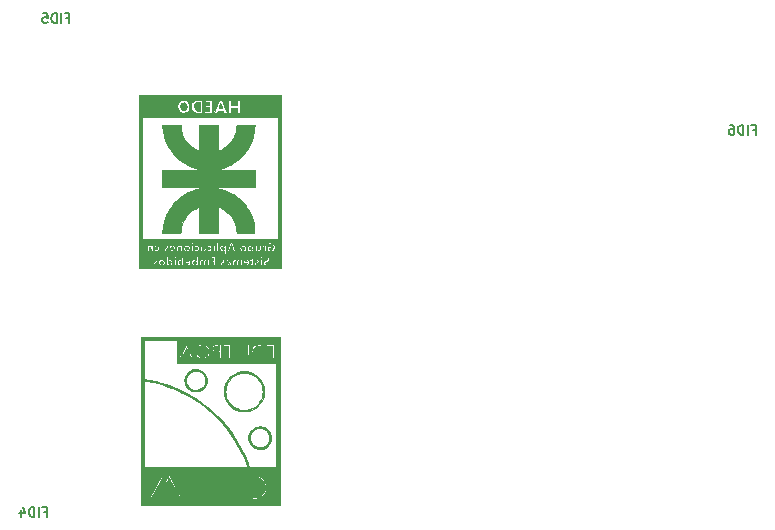
<source format=gbo>
G04 #@! TF.GenerationSoftware,KiCad,Pcbnew,5.0.2-bee76a0~70~ubuntu16.04.1*
G04 #@! TF.CreationDate,2020-05-07T16:47:39-03:00*
G04 #@! TF.ProjectId,FPGA para todos,46504741-2070-4617-9261-20746f646f73,1.2*
G04 #@! TF.SameCoordinates,Original*
G04 #@! TF.FileFunction,Legend,Bot*
G04 #@! TF.FilePolarity,Positive*
%FSLAX46Y46*%
G04 Gerber Fmt 4.6, Leading zero omitted, Abs format (unit mm)*
G04 Created by KiCad (PCBNEW 5.0.2-bee76a0~70~ubuntu16.04.1) date jue 07 may 2020 16:47:39 -03*
%MOMM*%
%LPD*%
G01*
G04 APERTURE LIST*
%ADD10C,0.010000*%
%ADD11C,0.130000*%
G04 APERTURE END LIST*
D10*
G04 #@! TO.C,G\002A\002A\002A*
G36*
X114650513Y-88648935D02*
X126649486Y-88648935D01*
X126649486Y-87850090D01*
X125638703Y-87850090D01*
X125623425Y-87944096D01*
X125568651Y-88005030D01*
X125557189Y-88012368D01*
X125464148Y-88069087D01*
X125391977Y-88113119D01*
X125336930Y-88154945D01*
X125333818Y-88191253D01*
X125349646Y-88214052D01*
X125404471Y-88246966D01*
X125496944Y-88246733D01*
X125514858Y-88244091D01*
X125595856Y-88235529D01*
X125631251Y-88249009D01*
X125638703Y-88287167D01*
X125625274Y-88341067D01*
X125576516Y-88371297D01*
X125479730Y-88384121D01*
X125439314Y-88385513D01*
X125308257Y-88361560D01*
X125235527Y-88320509D01*
X125162489Y-88232848D01*
X125150928Y-88139678D01*
X125157456Y-88127240D01*
X125051797Y-88127240D01*
X125050929Y-88256610D01*
X125045551Y-88334074D01*
X125031506Y-88372937D01*
X125004636Y-88386505D01*
X124970282Y-88388087D01*
X124929854Y-88385308D01*
X124905647Y-88368099D01*
X124893502Y-88323155D01*
X124892844Y-88309800D01*
X124796008Y-88309800D01*
X124775818Y-88359353D01*
X124769213Y-88366350D01*
X124717041Y-88383954D01*
X124629761Y-88387080D01*
X124535583Y-88376833D01*
X124462747Y-88354334D01*
X124410690Y-88292205D01*
X124399679Y-88229950D01*
X124413842Y-88160585D01*
X124467216Y-88109796D01*
X124515538Y-88084069D01*
X124587897Y-88035861D01*
X124607704Y-87993707D01*
X124575576Y-87969917D01*
X124509978Y-87972922D01*
X124450135Y-87972343D01*
X124432350Y-87931716D01*
X124432349Y-87931605D01*
X124334467Y-87931605D01*
X124320813Y-87984588D01*
X124301861Y-87996817D01*
X124282285Y-88025931D01*
X124270653Y-88099470D01*
X124269255Y-88141214D01*
X124250886Y-88273609D01*
X124194177Y-88354582D01*
X124096730Y-88387126D01*
X124071291Y-88388087D01*
X123999966Y-88376662D01*
X123976175Y-88336116D01*
X123975802Y-88326678D01*
X124003342Y-88269303D01*
X124041014Y-88248216D01*
X124087362Y-88218598D01*
X124104260Y-88154046D01*
X123940351Y-88154046D01*
X123905745Y-88252267D01*
X123834024Y-88331587D01*
X123733952Y-88380626D01*
X123614294Y-88388003D01*
X123538289Y-88368296D01*
X123493224Y-88322578D01*
X123486714Y-88293329D01*
X123501225Y-88256170D01*
X123555338Y-88247381D01*
X123594496Y-88250735D01*
X123699179Y-88242917D01*
X123745215Y-88211582D01*
X123763364Y-88181353D01*
X123745186Y-88165858D01*
X123679284Y-88160345D01*
X123621130Y-88159846D01*
X123523114Y-88157797D01*
X123473685Y-88145282D01*
X123464001Y-88127240D01*
X123356290Y-88127240D01*
X123355380Y-88256626D01*
X123349935Y-88334102D01*
X123335882Y-88372969D01*
X123309147Y-88386526D01*
X123276402Y-88388087D01*
X123231060Y-88382890D01*
X123205789Y-88356928D01*
X123193151Y-88294647D01*
X123186736Y-88200603D01*
X123178227Y-88093658D01*
X123162995Y-88036919D01*
X123135042Y-88015389D01*
X123111746Y-88013120D01*
X123074108Y-88021547D01*
X123052532Y-88056830D01*
X123041020Y-88133969D01*
X123036755Y-88200603D01*
X123028957Y-88306449D01*
X123014872Y-88362616D01*
X122987212Y-88384630D01*
X122948716Y-88388087D01*
X122904249Y-88382630D01*
X122879410Y-88355907D01*
X122866908Y-88292393D01*
X122860677Y-88200603D01*
X122852168Y-88093658D01*
X122836936Y-88036919D01*
X122808982Y-88015389D01*
X122785687Y-88013120D01*
X122748049Y-88021547D01*
X122726473Y-88056830D01*
X122714961Y-88133969D01*
X122710696Y-88200603D01*
X122702965Y-88306379D01*
X122688975Y-88362508D01*
X122661287Y-88384544D01*
X122621030Y-88388087D01*
X122577892Y-88384108D01*
X122553963Y-88362303D01*
X122543604Y-88307873D01*
X122541917Y-88237169D01*
X122443325Y-88237169D01*
X122418156Y-88327596D01*
X122354224Y-88378502D01*
X122268893Y-88383567D01*
X122179526Y-88336473D01*
X122176893Y-88334125D01*
X122132670Y-88298321D01*
X122118394Y-88308113D01*
X122117266Y-88334125D01*
X122090222Y-88379283D01*
X122052054Y-88388087D01*
X122016033Y-88381143D01*
X121996349Y-88350484D01*
X121991568Y-88309800D01*
X121894082Y-88309800D01*
X121873892Y-88359353D01*
X121867287Y-88366350D01*
X121815116Y-88383954D01*
X121727835Y-88387080D01*
X121633657Y-88376833D01*
X121560822Y-88354334D01*
X121508765Y-88292205D01*
X121497754Y-88229950D01*
X121511916Y-88160585D01*
X121565290Y-88109796D01*
X121613612Y-88084069D01*
X121685971Y-88035861D01*
X121705779Y-87993707D01*
X121673651Y-87969917D01*
X121608052Y-87972922D01*
X121548209Y-87972343D01*
X121530425Y-87931716D01*
X121530359Y-87927083D01*
X121557247Y-87883855D01*
X121624524Y-87865646D01*
X121712113Y-87873058D01*
X121799936Y-87906693D01*
X121818413Y-87918450D01*
X121877515Y-87987292D01*
X121874900Y-88061561D01*
X121812691Y-88133388D01*
X121750245Y-88170781D01*
X121670569Y-88222296D01*
X121652243Y-88262777D01*
X121693080Y-88283957D01*
X121779049Y-88279610D01*
X121859597Y-88280397D01*
X121894082Y-88309800D01*
X121991568Y-88309800D01*
X121988226Y-88281375D01*
X121986842Y-88186868D01*
X121995150Y-88044370D01*
X122021649Y-87953701D01*
X122040804Y-87926021D01*
X122109989Y-87883532D01*
X122201946Y-87867263D01*
X122296199Y-87875047D01*
X122372267Y-87904716D01*
X122409672Y-87954101D01*
X122410719Y-87965181D01*
X122402473Y-88003124D01*
X122365630Y-88004824D01*
X122317709Y-87988651D01*
X122236520Y-87971060D01*
X122167672Y-87976693D01*
X122130110Y-88001380D01*
X122133426Y-88029192D01*
X122177732Y-88053083D01*
X122247285Y-88062028D01*
X122352685Y-88087771D01*
X122422678Y-88156220D01*
X122443325Y-88237169D01*
X122541917Y-88237169D01*
X122541173Y-88206019D01*
X122541142Y-88178478D01*
X122548492Y-88035954D01*
X122571831Y-87947248D01*
X122592380Y-87917631D01*
X122672370Y-87874057D01*
X122762986Y-87873075D01*
X122833841Y-87914393D01*
X122871645Y-87945814D01*
X122910645Y-87925106D01*
X122921677Y-87914393D01*
X123002578Y-87869942D01*
X123100481Y-87885866D01*
X123130192Y-87900146D01*
X123182101Y-87917245D01*
X123193261Y-87900146D01*
X123221157Y-87874776D01*
X123274775Y-87866393D01*
X123315203Y-87869173D01*
X123339411Y-87886382D01*
X123351556Y-87931326D01*
X123355795Y-88017309D01*
X123356290Y-88127240D01*
X123464001Y-88127240D01*
X123456225Y-88112754D01*
X123454108Y-88063877D01*
X123481146Y-87966371D01*
X123551143Y-87900041D01*
X123647422Y-87869674D01*
X123753310Y-87880059D01*
X123852129Y-87935985D01*
X123863164Y-87946426D01*
X123929078Y-88048306D01*
X123940351Y-88154046D01*
X124104260Y-88154046D01*
X124105116Y-88150776D01*
X124106226Y-88113990D01*
X124099339Y-88034060D01*
X124072256Y-88001173D01*
X124041014Y-87996817D01*
X123986520Y-87973761D01*
X123975802Y-87931605D01*
X123998858Y-87877110D01*
X124041014Y-87866393D01*
X124091376Y-87848187D01*
X124106216Y-87784092D01*
X124106226Y-87781390D01*
X124115920Y-87721250D01*
X124150540Y-87713663D01*
X124157802Y-87716178D01*
X124219921Y-87733772D01*
X124239316Y-87735969D01*
X124263649Y-87763302D01*
X124269255Y-87801181D01*
X124282910Y-87854165D01*
X124301861Y-87866393D01*
X124328353Y-87893702D01*
X124334467Y-87931605D01*
X124432349Y-87931605D01*
X124432285Y-87927083D01*
X124459173Y-87883855D01*
X124526450Y-87865646D01*
X124614039Y-87873058D01*
X124701862Y-87906693D01*
X124720338Y-87918450D01*
X124779441Y-87987292D01*
X124776825Y-88061561D01*
X124714617Y-88133388D01*
X124652170Y-88170781D01*
X124572494Y-88222296D01*
X124554169Y-88262777D01*
X124595005Y-88283957D01*
X124680974Y-88279610D01*
X124761523Y-88280397D01*
X124796008Y-88309800D01*
X124892844Y-88309800D01*
X124889262Y-88237171D01*
X124888768Y-88127240D01*
X124889636Y-87997871D01*
X124895014Y-87920407D01*
X124909059Y-87881544D01*
X124935929Y-87867976D01*
X124970282Y-87866393D01*
X125010710Y-87869173D01*
X125034918Y-87886382D01*
X125047063Y-87931326D01*
X125051303Y-88017309D01*
X125051797Y-88127240D01*
X125157456Y-88127240D01*
X125198524Y-88049002D01*
X125302957Y-87968823D01*
X125343269Y-87948801D01*
X125435525Y-87889526D01*
X125469345Y-87831478D01*
X125450483Y-87787398D01*
X125384691Y-87770025D01*
X125277720Y-87792100D01*
X125273266Y-87793757D01*
X125208000Y-87814396D01*
X125185630Y-87799453D01*
X125188408Y-87742030D01*
X125202093Y-87687125D01*
X125046637Y-87687125D01*
X125024598Y-87740631D01*
X124973343Y-87763649D01*
X124962604Y-87762459D01*
X124908187Y-87724859D01*
X124894884Y-87694739D01*
X124909800Y-87639850D01*
X124912846Y-87638152D01*
X121073877Y-87638152D01*
X121073877Y-88388087D01*
X120861938Y-88388087D01*
X120747241Y-88386055D01*
X120683294Y-88377002D01*
X120655689Y-88356494D01*
X120650000Y-88322876D01*
X120660937Y-88280212D01*
X120705143Y-88261356D01*
X120780424Y-88257664D01*
X120864052Y-88253801D01*
X120901229Y-88232869D01*
X120910641Y-88180850D01*
X120910847Y-88159846D01*
X120907691Y-88127240D01*
X120552182Y-88127240D01*
X120551272Y-88256626D01*
X120545828Y-88334102D01*
X120531774Y-88372969D01*
X120505039Y-88386526D01*
X120472295Y-88388087D01*
X120426952Y-88382890D01*
X120401682Y-88356928D01*
X120389043Y-88294647D01*
X120382628Y-88200603D01*
X120374119Y-88093658D01*
X120358887Y-88036919D01*
X120330934Y-88015389D01*
X120307638Y-88013120D01*
X120270000Y-88021547D01*
X120248425Y-88056830D01*
X120236912Y-88133969D01*
X120232648Y-88200603D01*
X120224849Y-88306449D01*
X120210764Y-88362616D01*
X120183104Y-88384630D01*
X120144608Y-88388087D01*
X120100141Y-88382630D01*
X120075302Y-88355907D01*
X120062800Y-88292393D01*
X120056569Y-88200603D01*
X120048060Y-88093658D01*
X120032828Y-88036919D01*
X120004875Y-88015389D01*
X119981579Y-88013120D01*
X119943941Y-88021547D01*
X119922366Y-88056830D01*
X119910853Y-88133969D01*
X119906588Y-88200603D01*
X119898857Y-88306379D01*
X119884867Y-88362508D01*
X119857179Y-88384544D01*
X119816922Y-88388087D01*
X119773784Y-88384108D01*
X119749856Y-88362303D01*
X119739496Y-88307873D01*
X119737066Y-88206019D01*
X119737035Y-88178478D01*
X119744384Y-88035954D01*
X119767723Y-87947248D01*
X119788272Y-87917631D01*
X119868262Y-87874057D01*
X119958878Y-87873075D01*
X120029733Y-87914393D01*
X120067538Y-87945814D01*
X120106537Y-87925106D01*
X120117570Y-87914393D01*
X120198470Y-87869942D01*
X120296373Y-87885866D01*
X120326084Y-87900146D01*
X120377993Y-87917245D01*
X120389153Y-87900146D01*
X120417049Y-87874776D01*
X120470668Y-87866393D01*
X120511095Y-87869173D01*
X120535303Y-87886382D01*
X120547448Y-87931326D01*
X120551688Y-88017309D01*
X120552182Y-88127240D01*
X120907691Y-88127240D01*
X120904485Y-88094126D01*
X120872217Y-88067171D01*
X120796727Y-88062028D01*
X120718072Y-88054734D01*
X120686336Y-88026256D01*
X120682606Y-87996817D01*
X120695372Y-87951871D01*
X120745208Y-87933736D01*
X120796727Y-87931605D01*
X120873902Y-87925515D01*
X120905496Y-87898108D01*
X120910847Y-87850090D01*
X120903728Y-87797571D01*
X120870151Y-87774229D01*
X120791782Y-87768604D01*
X120780424Y-87768575D01*
X120695096Y-87763107D01*
X120657384Y-87741004D01*
X120650000Y-87703363D01*
X120656605Y-87668072D01*
X120686028Y-87648396D01*
X120752678Y-87639902D01*
X120861938Y-87638152D01*
X121073877Y-87638152D01*
X124912846Y-87638152D01*
X124960098Y-87611816D01*
X125017277Y-87624387D01*
X125025712Y-87631630D01*
X125046637Y-87687125D01*
X125202093Y-87687125D01*
X125202305Y-87686275D01*
X125239723Y-87658331D01*
X125319819Y-87645829D01*
X125339762Y-87644298D01*
X125486040Y-87653525D01*
X125584610Y-87704660D01*
X125633468Y-87796324D01*
X125638703Y-87850090D01*
X126649486Y-87850090D01*
X126649486Y-87605546D01*
X119606611Y-87605546D01*
X119606611Y-88388087D01*
X119525096Y-88388087D01*
X119463858Y-88374715D01*
X119443581Y-88348960D01*
X119433957Y-88326276D01*
X119404454Y-88348960D01*
X119326388Y-88385017D01*
X119228296Y-88372612D01*
X119145589Y-88325756D01*
X119090948Y-88247406D01*
X119068717Y-88154046D01*
X118984253Y-88154046D01*
X118949647Y-88252267D01*
X118877926Y-88331587D01*
X118777855Y-88380626D01*
X118658196Y-88388003D01*
X118582192Y-88368296D01*
X118537126Y-88322578D01*
X118530616Y-88293329D01*
X118545128Y-88256170D01*
X118599240Y-88247381D01*
X118638398Y-88250735D01*
X118743082Y-88242917D01*
X118789117Y-88211582D01*
X118807267Y-88181353D01*
X118789088Y-88165858D01*
X118723186Y-88160345D01*
X118665032Y-88159846D01*
X118567016Y-88157797D01*
X118517587Y-88145282D01*
X118500128Y-88112754D01*
X118498010Y-88063877D01*
X118525048Y-87966371D01*
X118595045Y-87900041D01*
X118691325Y-87869674D01*
X118797212Y-87880059D01*
X118896031Y-87935985D01*
X118907066Y-87946426D01*
X118972981Y-88048306D01*
X118984253Y-88154046D01*
X119068717Y-88154046D01*
X119065494Y-88140513D01*
X119070045Y-88029784D01*
X119105420Y-87939930D01*
X119131906Y-87912673D01*
X119232892Y-87870850D01*
X119334305Y-87880566D01*
X119392344Y-87917631D01*
X119421334Y-87940618D01*
X119436717Y-87928019D01*
X119442711Y-87869097D01*
X119443581Y-87787207D01*
X119445635Y-87683669D01*
X119456539Y-87629459D01*
X119483412Y-87608714D01*
X119525096Y-87605546D01*
X118400193Y-87605546D01*
X118400193Y-88388087D01*
X118318678Y-88388087D01*
X118257440Y-88374715D01*
X118237163Y-88348960D01*
X118227539Y-88326276D01*
X118198036Y-88348960D01*
X118119969Y-88385017D01*
X118021878Y-88372612D01*
X117939171Y-88325756D01*
X117884529Y-88247406D01*
X117859075Y-88140513D01*
X117859620Y-88127240D01*
X117748074Y-88127240D01*
X117747206Y-88256610D01*
X117741828Y-88334074D01*
X117727783Y-88372937D01*
X117700913Y-88386505D01*
X117666560Y-88388087D01*
X117626132Y-88385308D01*
X117601924Y-88368099D01*
X117589779Y-88323155D01*
X117585540Y-88237171D01*
X117585045Y-88127240D01*
X117585263Y-88094644D01*
X117474861Y-88094644D01*
X117469251Y-88216690D01*
X117418633Y-88311841D01*
X117335681Y-88369678D01*
X117233067Y-88379780D01*
X117159025Y-88354334D01*
X117107116Y-88337236D01*
X117095956Y-88354334D01*
X117068060Y-88379705D01*
X117014442Y-88388087D01*
X116932927Y-88388087D01*
X116932927Y-88149712D01*
X116822723Y-88149712D01*
X116791796Y-88264409D01*
X116725414Y-88342171D01*
X116636910Y-88374130D01*
X116520276Y-88378156D01*
X116405127Y-88356610D01*
X116321081Y-88311853D01*
X116318972Y-88309800D01*
X116188049Y-88309800D01*
X116167859Y-88359353D01*
X116161254Y-88366350D01*
X116109083Y-88383954D01*
X116021802Y-88387080D01*
X115927624Y-88376833D01*
X115854788Y-88354334D01*
X115802731Y-88292205D01*
X115791720Y-88229950D01*
X115805883Y-88160585D01*
X115859257Y-88109796D01*
X115907579Y-88084069D01*
X115979938Y-88035861D01*
X115999746Y-87993707D01*
X115967617Y-87969917D01*
X115902019Y-87972922D01*
X115842176Y-87972343D01*
X115824391Y-87931716D01*
X115824326Y-87927083D01*
X115851214Y-87883855D01*
X115918491Y-87865646D01*
X116006080Y-87873058D01*
X116093903Y-87906693D01*
X116112379Y-87918450D01*
X116171482Y-87987292D01*
X116168866Y-88061561D01*
X116106658Y-88133388D01*
X116044212Y-88170781D01*
X115964535Y-88222296D01*
X115946210Y-88262777D01*
X115987046Y-88283957D01*
X116073016Y-88279610D01*
X116153564Y-88280397D01*
X116188049Y-88309800D01*
X116318972Y-88309800D01*
X116318947Y-88309776D01*
X116273960Y-88224325D01*
X116264541Y-88113219D01*
X116288991Y-88004316D01*
X116342222Y-87928124D01*
X116451607Y-87875653D01*
X116574292Y-87870621D01*
X116689856Y-87908564D01*
X116777877Y-87985021D01*
X116802179Y-88028639D01*
X116822723Y-88149712D01*
X116932927Y-88149712D01*
X116932927Y-87605546D01*
X117014442Y-87605546D01*
X117062118Y-87610563D01*
X117086335Y-87636533D01*
X117094968Y-87699837D01*
X117095956Y-87775096D01*
X117099147Y-87872444D01*
X117110502Y-87913719D01*
X117132693Y-87907829D01*
X117135083Y-87905520D01*
X117213891Y-87865594D01*
X117303194Y-87876766D01*
X117387412Y-87930362D01*
X117450961Y-88017710D01*
X117474861Y-88094644D01*
X117585263Y-88094644D01*
X117585914Y-87997871D01*
X117591291Y-87920407D01*
X117605336Y-87881544D01*
X117632206Y-87867976D01*
X117666560Y-87866393D01*
X117706988Y-87869173D01*
X117731195Y-87886382D01*
X117743340Y-87931326D01*
X117747580Y-88017309D01*
X117748074Y-88127240D01*
X117859620Y-88127240D01*
X117863626Y-88029784D01*
X117899001Y-87939930D01*
X117925487Y-87912673D01*
X118026474Y-87870850D01*
X118127886Y-87880566D01*
X118185925Y-87917631D01*
X118214916Y-87940618D01*
X118230299Y-87928019D01*
X118236292Y-87869097D01*
X118237163Y-87787207D01*
X118239147Y-87687125D01*
X117742915Y-87687125D01*
X117720876Y-87740631D01*
X117669620Y-87763649D01*
X117658881Y-87762459D01*
X117604464Y-87724859D01*
X117591161Y-87694739D01*
X117606077Y-87639850D01*
X117656375Y-87611816D01*
X117713555Y-87624387D01*
X117721990Y-87631630D01*
X117742915Y-87687125D01*
X118239147Y-87687125D01*
X118239216Y-87683669D01*
X118250120Y-87629459D01*
X118276993Y-87608714D01*
X118318678Y-87605546D01*
X118400193Y-87605546D01*
X119525096Y-87605546D01*
X119606611Y-87605546D01*
X126649486Y-87605546D01*
X126649486Y-86811882D01*
X126147187Y-86811882D01*
X126113392Y-86961692D01*
X126105156Y-86979440D01*
X126046968Y-87067630D01*
X125978253Y-87132344D01*
X125964762Y-87140174D01*
X125851427Y-87172290D01*
X125710824Y-87179429D01*
X125581643Y-87161118D01*
X125540190Y-87142963D01*
X125518096Y-87105628D01*
X125509467Y-87032115D01*
X125508280Y-86949625D01*
X125508280Y-86920822D01*
X125377856Y-86920822D01*
X125376988Y-87050191D01*
X125371610Y-87127655D01*
X125357565Y-87166518D01*
X125330695Y-87180086D01*
X125296341Y-87181669D01*
X125247225Y-87176088D01*
X125223193Y-87148022D01*
X125215399Y-87080484D01*
X125214827Y-87025161D01*
X125201660Y-86894084D01*
X125188315Y-86869584D01*
X124953979Y-86869584D01*
X124946630Y-87012108D01*
X124923291Y-87100813D01*
X124902742Y-87130431D01*
X124822744Y-87173857D01*
X124731195Y-87175737D01*
X124667047Y-87142542D01*
X124634739Y-87119857D01*
X124627920Y-87142542D01*
X124600061Y-87171936D01*
X124546406Y-87181669D01*
X124505978Y-87178889D01*
X124481770Y-87161680D01*
X124469625Y-87116736D01*
X124465385Y-87030753D01*
X124464891Y-86920822D01*
X124465801Y-86791436D01*
X124471246Y-86713959D01*
X124485299Y-86675093D01*
X124512034Y-86661535D01*
X124544778Y-86659974D01*
X124334467Y-86659974D01*
X124334467Y-87409910D01*
X124252952Y-87409910D01*
X124203452Y-87404171D01*
X124179480Y-87375523D01*
X124171917Y-87306821D01*
X124171438Y-87256663D01*
X124168520Y-87181669D01*
X122792642Y-87181669D01*
X122700119Y-87181669D01*
X122626058Y-87166774D01*
X122590208Y-87111388D01*
X122587138Y-87100154D01*
X122565736Y-87048590D01*
X122522495Y-87024834D01*
X122437005Y-87018680D01*
X122424108Y-87018639D01*
X122332708Y-87023476D01*
X122285808Y-87044790D01*
X122262999Y-87092786D01*
X122261079Y-87100154D01*
X122228551Y-87162166D01*
X122160693Y-87181461D01*
X122148291Y-87181669D01*
X122055962Y-87181669D01*
X122184431Y-86821527D01*
X122234747Y-86679285D01*
X122241447Y-86659974D01*
X121986842Y-86659974D01*
X121986842Y-87409910D01*
X121905327Y-87409910D01*
X121855827Y-87404171D01*
X121831855Y-87375523D01*
X121824292Y-87306821D01*
X121823813Y-87256663D01*
X121820293Y-87166202D01*
X121807692Y-87131734D01*
X121784685Y-87142542D01*
X121706748Y-87178394D01*
X121607810Y-87166973D01*
X121538916Y-87131823D01*
X121473044Y-87049878D01*
X121445238Y-86938713D01*
X121455261Y-86821763D01*
X121502879Y-86722463D01*
X121543392Y-86684928D01*
X121629304Y-86661180D01*
X121724132Y-86679339D01*
X121772575Y-86711212D01*
X121811649Y-86745172D01*
X121823249Y-86730660D01*
X121823813Y-86711212D01*
X121851826Y-86669508D01*
X121905327Y-86659974D01*
X121986842Y-86659974D01*
X122241447Y-86659974D01*
X122275818Y-86560909D01*
X122303310Y-86479053D01*
X122312901Y-86446559D01*
X122341456Y-86436540D01*
X122410992Y-86432047D01*
X122418870Y-86432028D01*
X122463858Y-86433955D01*
X122498054Y-86446220D01*
X122527956Y-86478985D01*
X122560068Y-86542412D01*
X122600888Y-86646662D01*
X122656919Y-86801898D01*
X122658741Y-86806996D01*
X122792642Y-87181669D01*
X124168520Y-87181669D01*
X124167918Y-87166202D01*
X124155317Y-87131734D01*
X124132311Y-87142542D01*
X124054373Y-87178394D01*
X123955435Y-87166973D01*
X123886541Y-87131823D01*
X123820670Y-87049878D01*
X123794009Y-86943293D01*
X123702569Y-86943293D01*
X123671642Y-87057991D01*
X123605260Y-87135753D01*
X123516756Y-87167711D01*
X123400122Y-87171738D01*
X123284973Y-87150192D01*
X123200927Y-87105435D01*
X123198793Y-87103357D01*
X123153806Y-87017907D01*
X123144387Y-86906801D01*
X123168837Y-86797897D01*
X123222068Y-86721705D01*
X123331453Y-86669235D01*
X123454138Y-86664202D01*
X123569702Y-86702146D01*
X123657723Y-86778602D01*
X123682025Y-86822221D01*
X123702569Y-86943293D01*
X123794009Y-86943293D01*
X123792863Y-86938713D01*
X123802886Y-86821763D01*
X123850504Y-86722463D01*
X123891017Y-86684928D01*
X123976929Y-86661180D01*
X124071757Y-86679339D01*
X124120200Y-86711212D01*
X124159275Y-86745172D01*
X124170874Y-86730660D01*
X124171438Y-86711212D01*
X124199452Y-86669508D01*
X124252952Y-86659974D01*
X124334467Y-86659974D01*
X124544778Y-86659974D01*
X124590121Y-86665172D01*
X124615392Y-86691134D01*
X124628030Y-86753415D01*
X124634445Y-86847458D01*
X124642954Y-86954404D01*
X124658186Y-87011142D01*
X124686139Y-87032673D01*
X124709435Y-87034942D01*
X124747073Y-87026515D01*
X124768649Y-86991232D01*
X124780161Y-86914093D01*
X124784426Y-86847458D01*
X124792157Y-86741683D01*
X124806147Y-86685554D01*
X124833835Y-86663518D01*
X124874092Y-86659974D01*
X124917230Y-86663954D01*
X124941159Y-86685759D01*
X124951518Y-86740189D01*
X124953948Y-86842042D01*
X124953979Y-86869584D01*
X125188315Y-86869584D01*
X125160055Y-86817704D01*
X125086852Y-86790606D01*
X125077882Y-86790398D01*
X125028389Y-86764513D01*
X125019191Y-86725186D01*
X125043055Y-86673666D01*
X125099244Y-86660352D01*
X125164660Y-86689096D01*
X125175700Y-86699102D01*
X125208008Y-86721786D01*
X125214827Y-86699102D01*
X125242686Y-86669707D01*
X125296341Y-86659974D01*
X125336769Y-86662754D01*
X125360977Y-86679963D01*
X125373122Y-86724907D01*
X125377362Y-86810891D01*
X125377856Y-86920822D01*
X125508280Y-86920822D01*
X125508280Y-86757792D01*
X125655006Y-86757792D01*
X125746699Y-86762059D01*
X125790058Y-86779776D01*
X125801677Y-86818319D01*
X125801733Y-86823004D01*
X125778677Y-86877498D01*
X125736521Y-86888216D01*
X125685385Y-86907321D01*
X125671309Y-86969731D01*
X125685380Y-87032394D01*
X125737984Y-87051129D01*
X125745569Y-87051245D01*
X125860460Y-87024236D01*
X125935781Y-86948020D01*
X125964657Y-86829814D01*
X125964762Y-86821155D01*
X125942813Y-86689083D01*
X125876588Y-86604811D01*
X125765520Y-86567829D01*
X125683328Y-86567601D01*
X125594165Y-86571517D01*
X125553745Y-86560153D01*
X125546216Y-86527193D01*
X125547794Y-86513582D01*
X125561497Y-86476061D01*
X125599465Y-86456397D01*
X125677716Y-86449283D01*
X125743323Y-86448794D01*
X125859581Y-86454319D01*
X125937438Y-86475520D01*
X126003329Y-86521091D01*
X126025596Y-86541659D01*
X126117434Y-86669187D01*
X126147187Y-86811882D01*
X126649486Y-86811882D01*
X126649486Y-86399127D01*
X121334724Y-86399127D01*
X121334724Y-87181669D01*
X121171694Y-87181669D01*
X121171694Y-86920822D01*
X121041271Y-86920822D01*
X121040402Y-87050191D01*
X121035024Y-87127655D01*
X121020979Y-87166518D01*
X120994110Y-87180086D01*
X120959756Y-87181669D01*
X120919328Y-87178889D01*
X120895121Y-87161680D01*
X120882976Y-87116736D01*
X120878736Y-87030753D01*
X120878544Y-86987900D01*
X120773334Y-86987900D01*
X120740784Y-87057292D01*
X120702328Y-87099700D01*
X120618941Y-87155433D01*
X120524275Y-87179939D01*
X120437532Y-87173215D01*
X120377914Y-87135257D01*
X120363448Y-87099764D01*
X120368462Y-87053696D01*
X120412791Y-87036165D01*
X120457230Y-87034552D01*
X120476024Y-87030750D01*
X120291335Y-87030750D01*
X120266166Y-87121178D01*
X120202234Y-87172083D01*
X120116903Y-87177149D01*
X120027536Y-87130055D01*
X120024904Y-87127707D01*
X119980680Y-87091902D01*
X119966404Y-87101694D01*
X119965276Y-87127707D01*
X119938232Y-87172864D01*
X119900064Y-87181669D01*
X119864043Y-87174724D01*
X119844359Y-87144066D01*
X119836236Y-87074957D01*
X119834962Y-86987900D01*
X119729945Y-86987900D01*
X119697395Y-87057292D01*
X119658939Y-87099700D01*
X119575552Y-87155433D01*
X119480886Y-87179939D01*
X119394143Y-87173215D01*
X119334525Y-87135257D01*
X119320059Y-87099764D01*
X119325073Y-87053696D01*
X119369402Y-87036165D01*
X119413842Y-87034552D01*
X119507508Y-87015604D01*
X119553501Y-86977882D01*
X119567526Y-86920822D01*
X119215340Y-86920822D01*
X119214472Y-87050191D01*
X119209094Y-87127655D01*
X119195049Y-87166518D01*
X119168179Y-87180086D01*
X119133825Y-87181669D01*
X119093397Y-87178889D01*
X119069190Y-87161680D01*
X119057045Y-87116736D01*
X119052805Y-87030753D01*
X119052412Y-86943293D01*
X118942107Y-86943293D01*
X118911180Y-87057991D01*
X118844798Y-87135753D01*
X118756294Y-87167711D01*
X118639660Y-87171738D01*
X118524511Y-87150192D01*
X118440465Y-87105435D01*
X118438330Y-87103357D01*
X118393344Y-87017907D01*
X118385114Y-86920822D01*
X118269769Y-86920822D01*
X118268859Y-87050208D01*
X118263414Y-87127684D01*
X118249361Y-87166551D01*
X118222626Y-87180108D01*
X118189881Y-87181669D01*
X118144539Y-87176471D01*
X118119268Y-87150509D01*
X118106630Y-87088229D01*
X118100215Y-86994185D01*
X118091706Y-86887239D01*
X118076474Y-86830501D01*
X118048520Y-86808970D01*
X118025225Y-86806701D01*
X117987586Y-86815129D01*
X117966011Y-86850412D01*
X117954499Y-86927550D01*
X117950234Y-86994185D01*
X117942559Y-87099906D01*
X117928645Y-87156005D01*
X117900926Y-87178058D01*
X117859139Y-87181669D01*
X117817140Y-87178778D01*
X117793594Y-87160733D01*
X117784173Y-87113480D01*
X117784549Y-87022962D01*
X117787403Y-86948692D01*
X117787498Y-86947628D01*
X117680017Y-86947628D01*
X117645411Y-87045848D01*
X117573690Y-87125168D01*
X117473619Y-87174207D01*
X117353960Y-87181585D01*
X117277956Y-87161878D01*
X117232890Y-87116160D01*
X117230047Y-87103382D01*
X117133620Y-87103382D01*
X117113430Y-87152934D01*
X117106825Y-87159932D01*
X117054654Y-87177536D01*
X116967373Y-87180661D01*
X116873195Y-87170414D01*
X116800360Y-87147916D01*
X116748302Y-87085787D01*
X116737291Y-87023531D01*
X116751454Y-86954166D01*
X116758324Y-86947628D01*
X116375781Y-86947628D01*
X116341175Y-87045848D01*
X116269454Y-87125168D01*
X116169382Y-87174207D01*
X116049724Y-87181585D01*
X115973719Y-87161878D01*
X115928654Y-87116160D01*
X115922144Y-87086910D01*
X115936655Y-87049751D01*
X115990768Y-87040963D01*
X116029926Y-87044317D01*
X116134609Y-87036498D01*
X116180645Y-87005164D01*
X116198794Y-86974935D01*
X116180616Y-86959439D01*
X116114714Y-86953926D01*
X116056560Y-86953428D01*
X115958544Y-86951378D01*
X115909115Y-86938864D01*
X115899431Y-86920822D01*
X115791720Y-86920822D01*
X115790810Y-87050208D01*
X115785365Y-87127684D01*
X115771312Y-87166551D01*
X115744577Y-87180108D01*
X115711833Y-87181669D01*
X115666490Y-87176471D01*
X115641219Y-87150509D01*
X115628581Y-87088229D01*
X115622166Y-86994185D01*
X115613657Y-86887239D01*
X115598425Y-86830501D01*
X115570472Y-86808970D01*
X115547176Y-86806701D01*
X115509538Y-86815129D01*
X115487962Y-86850412D01*
X115476450Y-86927550D01*
X115472185Y-86994185D01*
X115464510Y-87099906D01*
X115450597Y-87156005D01*
X115422877Y-87178058D01*
X115381091Y-87181669D01*
X115339092Y-87178778D01*
X115315546Y-87160733D01*
X115306125Y-87113480D01*
X115306501Y-87022962D01*
X115309355Y-86948692D01*
X115322830Y-86797970D01*
X115351964Y-86705034D01*
X115402247Y-86663258D01*
X115479168Y-86666013D01*
X115530043Y-86682287D01*
X115596758Y-86699579D01*
X115628308Y-86692229D01*
X115628691Y-86689748D01*
X115656611Y-86667361D01*
X115710205Y-86659974D01*
X115750633Y-86662754D01*
X115774841Y-86679963D01*
X115786986Y-86724907D01*
X115791226Y-86810891D01*
X115791720Y-86920822D01*
X115899431Y-86920822D01*
X115891655Y-86906336D01*
X115889538Y-86857459D01*
X115916576Y-86759953D01*
X115986573Y-86693622D01*
X116082852Y-86663256D01*
X116188740Y-86673641D01*
X116287559Y-86729566D01*
X116298594Y-86740007D01*
X116364508Y-86841887D01*
X116375781Y-86947628D01*
X116758324Y-86947628D01*
X116804828Y-86903378D01*
X116853150Y-86877651D01*
X116925509Y-86829442D01*
X116945317Y-86787289D01*
X116913189Y-86763499D01*
X116847590Y-86766503D01*
X116787747Y-86765924D01*
X116769963Y-86725298D01*
X116769897Y-86720665D01*
X116796785Y-86677436D01*
X116864062Y-86659227D01*
X116951651Y-86666640D01*
X117039474Y-86700275D01*
X117057951Y-86712032D01*
X117117053Y-86780874D01*
X117114437Y-86855142D01*
X117052229Y-86926970D01*
X116989783Y-86964362D01*
X116910107Y-87015877D01*
X116891781Y-87056359D01*
X116932618Y-87077539D01*
X117018587Y-87073192D01*
X117099135Y-87073979D01*
X117133620Y-87103382D01*
X117230047Y-87103382D01*
X117226380Y-87086910D01*
X117240892Y-87049751D01*
X117295004Y-87040963D01*
X117334162Y-87044317D01*
X117438845Y-87036498D01*
X117484881Y-87005164D01*
X117503031Y-86974935D01*
X117484852Y-86959439D01*
X117418950Y-86953926D01*
X117360796Y-86953428D01*
X117262780Y-86951378D01*
X117213351Y-86938864D01*
X117195892Y-86906336D01*
X117193774Y-86857459D01*
X117220812Y-86759953D01*
X117290809Y-86693622D01*
X117387089Y-86663256D01*
X117492976Y-86673641D01*
X117591795Y-86729566D01*
X117602830Y-86740007D01*
X117668744Y-86841887D01*
X117680017Y-86947628D01*
X117787498Y-86947628D01*
X117800879Y-86797970D01*
X117830013Y-86705034D01*
X117880296Y-86663258D01*
X117957217Y-86666013D01*
X118008092Y-86682287D01*
X118074807Y-86699579D01*
X118106356Y-86692229D01*
X118106739Y-86689748D01*
X118134660Y-86667361D01*
X118188254Y-86659974D01*
X118228682Y-86662754D01*
X118252890Y-86679963D01*
X118265034Y-86724907D01*
X118269274Y-86810891D01*
X118269769Y-86920822D01*
X118385114Y-86920822D01*
X118383925Y-86906801D01*
X118408375Y-86797897D01*
X118461606Y-86721705D01*
X118570991Y-86669235D01*
X118693676Y-86664202D01*
X118809239Y-86702146D01*
X118897261Y-86778602D01*
X118921563Y-86822221D01*
X118942107Y-86943293D01*
X119052412Y-86943293D01*
X119052311Y-86920822D01*
X119053179Y-86791452D01*
X119058557Y-86713988D01*
X119072602Y-86675125D01*
X119099472Y-86661557D01*
X119133825Y-86659974D01*
X119174253Y-86662754D01*
X119198461Y-86679963D01*
X119210606Y-86724907D01*
X119214846Y-86810891D01*
X119215340Y-86920822D01*
X119567526Y-86920822D01*
X119571713Y-86903789D01*
X119535228Y-86843586D01*
X119454554Y-86810122D01*
X119413842Y-86807091D01*
X119342371Y-86799975D01*
X119318788Y-86770284D01*
X119320059Y-86741879D01*
X119337102Y-86700052D01*
X119384138Y-86681747D01*
X119469817Y-86679223D01*
X119596260Y-86698462D01*
X119675586Y-86756163D01*
X119719189Y-86861987D01*
X119725703Y-86896230D01*
X119729945Y-86987900D01*
X119834962Y-86987900D01*
X119834852Y-86980449D01*
X119843160Y-86837951D01*
X119869659Y-86747282D01*
X119888815Y-86719602D01*
X119957999Y-86677113D01*
X120049957Y-86660844D01*
X120144209Y-86668629D01*
X120220278Y-86698297D01*
X120257682Y-86747683D01*
X120258729Y-86758763D01*
X120250483Y-86796705D01*
X120213640Y-86798405D01*
X120165720Y-86782232D01*
X120084530Y-86764642D01*
X120015682Y-86770274D01*
X119978120Y-86794962D01*
X119981437Y-86822774D01*
X120025742Y-86846664D01*
X120095295Y-86855610D01*
X120200695Y-86881353D01*
X120270688Y-86949802D01*
X120291335Y-87030750D01*
X120476024Y-87030750D01*
X120550897Y-87015604D01*
X120596889Y-86977882D01*
X120615102Y-86903789D01*
X120578617Y-86843586D01*
X120497943Y-86810122D01*
X120457230Y-86807091D01*
X120385760Y-86799975D01*
X120362177Y-86770284D01*
X120363448Y-86741879D01*
X120380491Y-86700052D01*
X120427527Y-86681747D01*
X120513206Y-86679223D01*
X120639649Y-86698462D01*
X120718975Y-86756163D01*
X120762578Y-86861987D01*
X120769092Y-86896230D01*
X120773334Y-86987900D01*
X120878544Y-86987900D01*
X120878241Y-86920822D01*
X120879110Y-86791452D01*
X120884488Y-86713988D01*
X120898533Y-86675125D01*
X120925403Y-86661557D01*
X120959756Y-86659974D01*
X121000184Y-86662754D01*
X121024392Y-86679963D01*
X121036536Y-86724907D01*
X121040776Y-86810891D01*
X121041271Y-86920822D01*
X121171694Y-86920822D01*
X121171694Y-86480707D01*
X121036111Y-86480707D01*
X121014072Y-86534213D01*
X120962816Y-86557231D01*
X120952078Y-86556041D01*
X120897661Y-86518441D01*
X120884357Y-86488320D01*
X120886425Y-86480707D01*
X119210180Y-86480707D01*
X119188141Y-86534213D01*
X119136886Y-86557231D01*
X119126147Y-86556041D01*
X119071730Y-86518441D01*
X119058427Y-86488320D01*
X119073343Y-86433431D01*
X119123641Y-86405398D01*
X119180820Y-86417968D01*
X119189255Y-86425212D01*
X119210180Y-86480707D01*
X120886425Y-86480707D01*
X120899274Y-86433431D01*
X120949571Y-86405398D01*
X121006751Y-86417968D01*
X121015186Y-86425212D01*
X121036111Y-86480707D01*
X121171694Y-86480707D01*
X121171694Y-86399127D01*
X121334724Y-86399127D01*
X126649486Y-86399127D01*
X126649486Y-75867420D01*
X126388639Y-75867420D01*
X126388639Y-86170886D01*
X114911361Y-86170886D01*
X114911361Y-75867420D01*
X126388639Y-75867420D01*
X126649486Y-75867420D01*
X126649486Y-75482444D01*
X119997882Y-75482444D01*
X119690439Y-75471145D01*
X119533349Y-75462637D01*
X119425226Y-75448704D01*
X119349862Y-75426121D01*
X119291050Y-75391661D01*
X119291016Y-75391636D01*
X119209817Y-75317303D01*
X119131734Y-75224815D01*
X119122892Y-75212304D01*
X119082170Y-75143321D01*
X119060853Y-75072713D01*
X119054765Y-74978120D01*
X119057711Y-74883214D01*
X118915138Y-74883214D01*
X118905271Y-75082653D01*
X118844988Y-75243549D01*
X118735541Y-75363392D01*
X118650975Y-75412672D01*
X118468781Y-75467637D01*
X118294071Y-75460029D01*
X118139992Y-75402786D01*
X118006761Y-75301308D01*
X117916624Y-75163877D01*
X117870378Y-75004176D01*
X117868819Y-74835883D01*
X117912743Y-74672681D01*
X118002947Y-74528249D01*
X118084676Y-74452471D01*
X118194203Y-74403142D01*
X118337026Y-74380925D01*
X118487516Y-74385881D01*
X118620046Y-74418070D01*
X118681089Y-74451078D01*
X118807082Y-74568115D01*
X118880960Y-74700465D01*
X118914022Y-74868993D01*
X118915138Y-74883214D01*
X119057711Y-74883214D01*
X119058235Y-74866350D01*
X119067592Y-74737204D01*
X119084745Y-74651873D01*
X119116530Y-74588969D01*
X119165133Y-74531933D01*
X119257297Y-74455968D01*
X119370092Y-74405896D01*
X119517237Y-74377834D01*
X119712454Y-74367897D01*
X119745186Y-74367730D01*
X119997882Y-74367548D01*
X119997882Y-75482444D01*
X126649486Y-75482444D01*
X126649486Y-74367548D01*
X123160655Y-74367548D01*
X123160655Y-75476149D01*
X122899807Y-75476149D01*
X122899807Y-75052272D01*
X122443325Y-75052272D01*
X122443325Y-75476149D01*
X122215083Y-75476149D01*
X122073676Y-75476149D01*
X121935032Y-75476149D01*
X121846390Y-75471767D01*
X121801597Y-75449983D01*
X121779438Y-75397837D01*
X121774904Y-75378331D01*
X121760924Y-75326785D01*
X121736919Y-75297538D01*
X121687092Y-75284272D01*
X121595644Y-75280667D01*
X121530359Y-75280514D01*
X121412559Y-75281679D01*
X121344172Y-75289389D01*
X121309402Y-75309962D01*
X121292451Y-75349717D01*
X121285815Y-75378331D01*
X121266462Y-75439515D01*
X121230411Y-75467890D01*
X121156825Y-75475873D01*
X121121656Y-75476149D01*
X120978981Y-75476149D01*
X121054835Y-75272362D01*
X121098324Y-75153587D01*
X121154663Y-74996996D01*
X121215329Y-74826383D01*
X121253454Y-74718062D01*
X121376220Y-74367548D01*
X120845635Y-74367548D01*
X120845635Y-75476149D01*
X120160911Y-75476149D01*
X120160911Y-75280514D01*
X120584788Y-75280514D01*
X120584788Y-75019666D01*
X120405456Y-75019666D01*
X120302934Y-75018024D01*
X120249572Y-75007259D01*
X120229319Y-74978618D01*
X120226123Y-74923344D01*
X120226123Y-74921849D01*
X120229135Y-74865928D01*
X120248869Y-74836821D01*
X120301378Y-74825774D01*
X120402713Y-74824031D01*
X120584788Y-74824031D01*
X120584788Y-74563184D01*
X120193517Y-74563184D01*
X120193517Y-74367548D01*
X120845635Y-74367548D01*
X121376220Y-74367548D01*
X121677086Y-74368382D01*
X121875381Y-74922265D01*
X122073676Y-75476149D01*
X122215083Y-75476149D01*
X122215083Y-74367548D01*
X122443325Y-74367548D01*
X122443325Y-74824031D01*
X122899807Y-74824031D01*
X122899807Y-74367548D01*
X123160655Y-74367548D01*
X126649486Y-74367548D01*
X126649486Y-73943672D01*
X114650513Y-73943672D01*
X114650513Y-88648935D01*
X114650513Y-88648935D01*
G37*
X114650513Y-88648935D02*
X126649486Y-88648935D01*
X126649486Y-87850090D01*
X125638703Y-87850090D01*
X125623425Y-87944096D01*
X125568651Y-88005030D01*
X125557189Y-88012368D01*
X125464148Y-88069087D01*
X125391977Y-88113119D01*
X125336930Y-88154945D01*
X125333818Y-88191253D01*
X125349646Y-88214052D01*
X125404471Y-88246966D01*
X125496944Y-88246733D01*
X125514858Y-88244091D01*
X125595856Y-88235529D01*
X125631251Y-88249009D01*
X125638703Y-88287167D01*
X125625274Y-88341067D01*
X125576516Y-88371297D01*
X125479730Y-88384121D01*
X125439314Y-88385513D01*
X125308257Y-88361560D01*
X125235527Y-88320509D01*
X125162489Y-88232848D01*
X125150928Y-88139678D01*
X125157456Y-88127240D01*
X125051797Y-88127240D01*
X125050929Y-88256610D01*
X125045551Y-88334074D01*
X125031506Y-88372937D01*
X125004636Y-88386505D01*
X124970282Y-88388087D01*
X124929854Y-88385308D01*
X124905647Y-88368099D01*
X124893502Y-88323155D01*
X124892844Y-88309800D01*
X124796008Y-88309800D01*
X124775818Y-88359353D01*
X124769213Y-88366350D01*
X124717041Y-88383954D01*
X124629761Y-88387080D01*
X124535583Y-88376833D01*
X124462747Y-88354334D01*
X124410690Y-88292205D01*
X124399679Y-88229950D01*
X124413842Y-88160585D01*
X124467216Y-88109796D01*
X124515538Y-88084069D01*
X124587897Y-88035861D01*
X124607704Y-87993707D01*
X124575576Y-87969917D01*
X124509978Y-87972922D01*
X124450135Y-87972343D01*
X124432350Y-87931716D01*
X124432349Y-87931605D01*
X124334467Y-87931605D01*
X124320813Y-87984588D01*
X124301861Y-87996817D01*
X124282285Y-88025931D01*
X124270653Y-88099470D01*
X124269255Y-88141214D01*
X124250886Y-88273609D01*
X124194177Y-88354582D01*
X124096730Y-88387126D01*
X124071291Y-88388087D01*
X123999966Y-88376662D01*
X123976175Y-88336116D01*
X123975802Y-88326678D01*
X124003342Y-88269303D01*
X124041014Y-88248216D01*
X124087362Y-88218598D01*
X124104260Y-88154046D01*
X123940351Y-88154046D01*
X123905745Y-88252267D01*
X123834024Y-88331587D01*
X123733952Y-88380626D01*
X123614294Y-88388003D01*
X123538289Y-88368296D01*
X123493224Y-88322578D01*
X123486714Y-88293329D01*
X123501225Y-88256170D01*
X123555338Y-88247381D01*
X123594496Y-88250735D01*
X123699179Y-88242917D01*
X123745215Y-88211582D01*
X123763364Y-88181353D01*
X123745186Y-88165858D01*
X123679284Y-88160345D01*
X123621130Y-88159846D01*
X123523114Y-88157797D01*
X123473685Y-88145282D01*
X123464001Y-88127240D01*
X123356290Y-88127240D01*
X123355380Y-88256626D01*
X123349935Y-88334102D01*
X123335882Y-88372969D01*
X123309147Y-88386526D01*
X123276402Y-88388087D01*
X123231060Y-88382890D01*
X123205789Y-88356928D01*
X123193151Y-88294647D01*
X123186736Y-88200603D01*
X123178227Y-88093658D01*
X123162995Y-88036919D01*
X123135042Y-88015389D01*
X123111746Y-88013120D01*
X123074108Y-88021547D01*
X123052532Y-88056830D01*
X123041020Y-88133969D01*
X123036755Y-88200603D01*
X123028957Y-88306449D01*
X123014872Y-88362616D01*
X122987212Y-88384630D01*
X122948716Y-88388087D01*
X122904249Y-88382630D01*
X122879410Y-88355907D01*
X122866908Y-88292393D01*
X122860677Y-88200603D01*
X122852168Y-88093658D01*
X122836936Y-88036919D01*
X122808982Y-88015389D01*
X122785687Y-88013120D01*
X122748049Y-88021547D01*
X122726473Y-88056830D01*
X122714961Y-88133969D01*
X122710696Y-88200603D01*
X122702965Y-88306379D01*
X122688975Y-88362508D01*
X122661287Y-88384544D01*
X122621030Y-88388087D01*
X122577892Y-88384108D01*
X122553963Y-88362303D01*
X122543604Y-88307873D01*
X122541917Y-88237169D01*
X122443325Y-88237169D01*
X122418156Y-88327596D01*
X122354224Y-88378502D01*
X122268893Y-88383567D01*
X122179526Y-88336473D01*
X122176893Y-88334125D01*
X122132670Y-88298321D01*
X122118394Y-88308113D01*
X122117266Y-88334125D01*
X122090222Y-88379283D01*
X122052054Y-88388087D01*
X122016033Y-88381143D01*
X121996349Y-88350484D01*
X121991568Y-88309800D01*
X121894082Y-88309800D01*
X121873892Y-88359353D01*
X121867287Y-88366350D01*
X121815116Y-88383954D01*
X121727835Y-88387080D01*
X121633657Y-88376833D01*
X121560822Y-88354334D01*
X121508765Y-88292205D01*
X121497754Y-88229950D01*
X121511916Y-88160585D01*
X121565290Y-88109796D01*
X121613612Y-88084069D01*
X121685971Y-88035861D01*
X121705779Y-87993707D01*
X121673651Y-87969917D01*
X121608052Y-87972922D01*
X121548209Y-87972343D01*
X121530425Y-87931716D01*
X121530359Y-87927083D01*
X121557247Y-87883855D01*
X121624524Y-87865646D01*
X121712113Y-87873058D01*
X121799936Y-87906693D01*
X121818413Y-87918450D01*
X121877515Y-87987292D01*
X121874900Y-88061561D01*
X121812691Y-88133388D01*
X121750245Y-88170781D01*
X121670569Y-88222296D01*
X121652243Y-88262777D01*
X121693080Y-88283957D01*
X121779049Y-88279610D01*
X121859597Y-88280397D01*
X121894082Y-88309800D01*
X121991568Y-88309800D01*
X121988226Y-88281375D01*
X121986842Y-88186868D01*
X121995150Y-88044370D01*
X122021649Y-87953701D01*
X122040804Y-87926021D01*
X122109989Y-87883532D01*
X122201946Y-87867263D01*
X122296199Y-87875047D01*
X122372267Y-87904716D01*
X122409672Y-87954101D01*
X122410719Y-87965181D01*
X122402473Y-88003124D01*
X122365630Y-88004824D01*
X122317709Y-87988651D01*
X122236520Y-87971060D01*
X122167672Y-87976693D01*
X122130110Y-88001380D01*
X122133426Y-88029192D01*
X122177732Y-88053083D01*
X122247285Y-88062028D01*
X122352685Y-88087771D01*
X122422678Y-88156220D01*
X122443325Y-88237169D01*
X122541917Y-88237169D01*
X122541173Y-88206019D01*
X122541142Y-88178478D01*
X122548492Y-88035954D01*
X122571831Y-87947248D01*
X122592380Y-87917631D01*
X122672370Y-87874057D01*
X122762986Y-87873075D01*
X122833841Y-87914393D01*
X122871645Y-87945814D01*
X122910645Y-87925106D01*
X122921677Y-87914393D01*
X123002578Y-87869942D01*
X123100481Y-87885866D01*
X123130192Y-87900146D01*
X123182101Y-87917245D01*
X123193261Y-87900146D01*
X123221157Y-87874776D01*
X123274775Y-87866393D01*
X123315203Y-87869173D01*
X123339411Y-87886382D01*
X123351556Y-87931326D01*
X123355795Y-88017309D01*
X123356290Y-88127240D01*
X123464001Y-88127240D01*
X123456225Y-88112754D01*
X123454108Y-88063877D01*
X123481146Y-87966371D01*
X123551143Y-87900041D01*
X123647422Y-87869674D01*
X123753310Y-87880059D01*
X123852129Y-87935985D01*
X123863164Y-87946426D01*
X123929078Y-88048306D01*
X123940351Y-88154046D01*
X124104260Y-88154046D01*
X124105116Y-88150776D01*
X124106226Y-88113990D01*
X124099339Y-88034060D01*
X124072256Y-88001173D01*
X124041014Y-87996817D01*
X123986520Y-87973761D01*
X123975802Y-87931605D01*
X123998858Y-87877110D01*
X124041014Y-87866393D01*
X124091376Y-87848187D01*
X124106216Y-87784092D01*
X124106226Y-87781390D01*
X124115920Y-87721250D01*
X124150540Y-87713663D01*
X124157802Y-87716178D01*
X124219921Y-87733772D01*
X124239316Y-87735969D01*
X124263649Y-87763302D01*
X124269255Y-87801181D01*
X124282910Y-87854165D01*
X124301861Y-87866393D01*
X124328353Y-87893702D01*
X124334467Y-87931605D01*
X124432349Y-87931605D01*
X124432285Y-87927083D01*
X124459173Y-87883855D01*
X124526450Y-87865646D01*
X124614039Y-87873058D01*
X124701862Y-87906693D01*
X124720338Y-87918450D01*
X124779441Y-87987292D01*
X124776825Y-88061561D01*
X124714617Y-88133388D01*
X124652170Y-88170781D01*
X124572494Y-88222296D01*
X124554169Y-88262777D01*
X124595005Y-88283957D01*
X124680974Y-88279610D01*
X124761523Y-88280397D01*
X124796008Y-88309800D01*
X124892844Y-88309800D01*
X124889262Y-88237171D01*
X124888768Y-88127240D01*
X124889636Y-87997871D01*
X124895014Y-87920407D01*
X124909059Y-87881544D01*
X124935929Y-87867976D01*
X124970282Y-87866393D01*
X125010710Y-87869173D01*
X125034918Y-87886382D01*
X125047063Y-87931326D01*
X125051303Y-88017309D01*
X125051797Y-88127240D01*
X125157456Y-88127240D01*
X125198524Y-88049002D01*
X125302957Y-87968823D01*
X125343269Y-87948801D01*
X125435525Y-87889526D01*
X125469345Y-87831478D01*
X125450483Y-87787398D01*
X125384691Y-87770025D01*
X125277720Y-87792100D01*
X125273266Y-87793757D01*
X125208000Y-87814396D01*
X125185630Y-87799453D01*
X125188408Y-87742030D01*
X125202093Y-87687125D01*
X125046637Y-87687125D01*
X125024598Y-87740631D01*
X124973343Y-87763649D01*
X124962604Y-87762459D01*
X124908187Y-87724859D01*
X124894884Y-87694739D01*
X124909800Y-87639850D01*
X124912846Y-87638152D01*
X121073877Y-87638152D01*
X121073877Y-88388087D01*
X120861938Y-88388087D01*
X120747241Y-88386055D01*
X120683294Y-88377002D01*
X120655689Y-88356494D01*
X120650000Y-88322876D01*
X120660937Y-88280212D01*
X120705143Y-88261356D01*
X120780424Y-88257664D01*
X120864052Y-88253801D01*
X120901229Y-88232869D01*
X120910641Y-88180850D01*
X120910847Y-88159846D01*
X120907691Y-88127240D01*
X120552182Y-88127240D01*
X120551272Y-88256626D01*
X120545828Y-88334102D01*
X120531774Y-88372969D01*
X120505039Y-88386526D01*
X120472295Y-88388087D01*
X120426952Y-88382890D01*
X120401682Y-88356928D01*
X120389043Y-88294647D01*
X120382628Y-88200603D01*
X120374119Y-88093658D01*
X120358887Y-88036919D01*
X120330934Y-88015389D01*
X120307638Y-88013120D01*
X120270000Y-88021547D01*
X120248425Y-88056830D01*
X120236912Y-88133969D01*
X120232648Y-88200603D01*
X120224849Y-88306449D01*
X120210764Y-88362616D01*
X120183104Y-88384630D01*
X120144608Y-88388087D01*
X120100141Y-88382630D01*
X120075302Y-88355907D01*
X120062800Y-88292393D01*
X120056569Y-88200603D01*
X120048060Y-88093658D01*
X120032828Y-88036919D01*
X120004875Y-88015389D01*
X119981579Y-88013120D01*
X119943941Y-88021547D01*
X119922366Y-88056830D01*
X119910853Y-88133969D01*
X119906588Y-88200603D01*
X119898857Y-88306379D01*
X119884867Y-88362508D01*
X119857179Y-88384544D01*
X119816922Y-88388087D01*
X119773784Y-88384108D01*
X119749856Y-88362303D01*
X119739496Y-88307873D01*
X119737066Y-88206019D01*
X119737035Y-88178478D01*
X119744384Y-88035954D01*
X119767723Y-87947248D01*
X119788272Y-87917631D01*
X119868262Y-87874057D01*
X119958878Y-87873075D01*
X120029733Y-87914393D01*
X120067538Y-87945814D01*
X120106537Y-87925106D01*
X120117570Y-87914393D01*
X120198470Y-87869942D01*
X120296373Y-87885866D01*
X120326084Y-87900146D01*
X120377993Y-87917245D01*
X120389153Y-87900146D01*
X120417049Y-87874776D01*
X120470668Y-87866393D01*
X120511095Y-87869173D01*
X120535303Y-87886382D01*
X120547448Y-87931326D01*
X120551688Y-88017309D01*
X120552182Y-88127240D01*
X120907691Y-88127240D01*
X120904485Y-88094126D01*
X120872217Y-88067171D01*
X120796727Y-88062028D01*
X120718072Y-88054734D01*
X120686336Y-88026256D01*
X120682606Y-87996817D01*
X120695372Y-87951871D01*
X120745208Y-87933736D01*
X120796727Y-87931605D01*
X120873902Y-87925515D01*
X120905496Y-87898108D01*
X120910847Y-87850090D01*
X120903728Y-87797571D01*
X120870151Y-87774229D01*
X120791782Y-87768604D01*
X120780424Y-87768575D01*
X120695096Y-87763107D01*
X120657384Y-87741004D01*
X120650000Y-87703363D01*
X120656605Y-87668072D01*
X120686028Y-87648396D01*
X120752678Y-87639902D01*
X120861938Y-87638152D01*
X121073877Y-87638152D01*
X124912846Y-87638152D01*
X124960098Y-87611816D01*
X125017277Y-87624387D01*
X125025712Y-87631630D01*
X125046637Y-87687125D01*
X125202093Y-87687125D01*
X125202305Y-87686275D01*
X125239723Y-87658331D01*
X125319819Y-87645829D01*
X125339762Y-87644298D01*
X125486040Y-87653525D01*
X125584610Y-87704660D01*
X125633468Y-87796324D01*
X125638703Y-87850090D01*
X126649486Y-87850090D01*
X126649486Y-87605546D01*
X119606611Y-87605546D01*
X119606611Y-88388087D01*
X119525096Y-88388087D01*
X119463858Y-88374715D01*
X119443581Y-88348960D01*
X119433957Y-88326276D01*
X119404454Y-88348960D01*
X119326388Y-88385017D01*
X119228296Y-88372612D01*
X119145589Y-88325756D01*
X119090948Y-88247406D01*
X119068717Y-88154046D01*
X118984253Y-88154046D01*
X118949647Y-88252267D01*
X118877926Y-88331587D01*
X118777855Y-88380626D01*
X118658196Y-88388003D01*
X118582192Y-88368296D01*
X118537126Y-88322578D01*
X118530616Y-88293329D01*
X118545128Y-88256170D01*
X118599240Y-88247381D01*
X118638398Y-88250735D01*
X118743082Y-88242917D01*
X118789117Y-88211582D01*
X118807267Y-88181353D01*
X118789088Y-88165858D01*
X118723186Y-88160345D01*
X118665032Y-88159846D01*
X118567016Y-88157797D01*
X118517587Y-88145282D01*
X118500128Y-88112754D01*
X118498010Y-88063877D01*
X118525048Y-87966371D01*
X118595045Y-87900041D01*
X118691325Y-87869674D01*
X118797212Y-87880059D01*
X118896031Y-87935985D01*
X118907066Y-87946426D01*
X118972981Y-88048306D01*
X118984253Y-88154046D01*
X119068717Y-88154046D01*
X119065494Y-88140513D01*
X119070045Y-88029784D01*
X119105420Y-87939930D01*
X119131906Y-87912673D01*
X119232892Y-87870850D01*
X119334305Y-87880566D01*
X119392344Y-87917631D01*
X119421334Y-87940618D01*
X119436717Y-87928019D01*
X119442711Y-87869097D01*
X119443581Y-87787207D01*
X119445635Y-87683669D01*
X119456539Y-87629459D01*
X119483412Y-87608714D01*
X119525096Y-87605546D01*
X118400193Y-87605546D01*
X118400193Y-88388087D01*
X118318678Y-88388087D01*
X118257440Y-88374715D01*
X118237163Y-88348960D01*
X118227539Y-88326276D01*
X118198036Y-88348960D01*
X118119969Y-88385017D01*
X118021878Y-88372612D01*
X117939171Y-88325756D01*
X117884529Y-88247406D01*
X117859075Y-88140513D01*
X117859620Y-88127240D01*
X117748074Y-88127240D01*
X117747206Y-88256610D01*
X117741828Y-88334074D01*
X117727783Y-88372937D01*
X117700913Y-88386505D01*
X117666560Y-88388087D01*
X117626132Y-88385308D01*
X117601924Y-88368099D01*
X117589779Y-88323155D01*
X117585540Y-88237171D01*
X117585045Y-88127240D01*
X117585263Y-88094644D01*
X117474861Y-88094644D01*
X117469251Y-88216690D01*
X117418633Y-88311841D01*
X117335681Y-88369678D01*
X117233067Y-88379780D01*
X117159025Y-88354334D01*
X117107116Y-88337236D01*
X117095956Y-88354334D01*
X117068060Y-88379705D01*
X117014442Y-88388087D01*
X116932927Y-88388087D01*
X116932927Y-88149712D01*
X116822723Y-88149712D01*
X116791796Y-88264409D01*
X116725414Y-88342171D01*
X116636910Y-88374130D01*
X116520276Y-88378156D01*
X116405127Y-88356610D01*
X116321081Y-88311853D01*
X116318972Y-88309800D01*
X116188049Y-88309800D01*
X116167859Y-88359353D01*
X116161254Y-88366350D01*
X116109083Y-88383954D01*
X116021802Y-88387080D01*
X115927624Y-88376833D01*
X115854788Y-88354334D01*
X115802731Y-88292205D01*
X115791720Y-88229950D01*
X115805883Y-88160585D01*
X115859257Y-88109796D01*
X115907579Y-88084069D01*
X115979938Y-88035861D01*
X115999746Y-87993707D01*
X115967617Y-87969917D01*
X115902019Y-87972922D01*
X115842176Y-87972343D01*
X115824391Y-87931716D01*
X115824326Y-87927083D01*
X115851214Y-87883855D01*
X115918491Y-87865646D01*
X116006080Y-87873058D01*
X116093903Y-87906693D01*
X116112379Y-87918450D01*
X116171482Y-87987292D01*
X116168866Y-88061561D01*
X116106658Y-88133388D01*
X116044212Y-88170781D01*
X115964535Y-88222296D01*
X115946210Y-88262777D01*
X115987046Y-88283957D01*
X116073016Y-88279610D01*
X116153564Y-88280397D01*
X116188049Y-88309800D01*
X116318972Y-88309800D01*
X116318947Y-88309776D01*
X116273960Y-88224325D01*
X116264541Y-88113219D01*
X116288991Y-88004316D01*
X116342222Y-87928124D01*
X116451607Y-87875653D01*
X116574292Y-87870621D01*
X116689856Y-87908564D01*
X116777877Y-87985021D01*
X116802179Y-88028639D01*
X116822723Y-88149712D01*
X116932927Y-88149712D01*
X116932927Y-87605546D01*
X117014442Y-87605546D01*
X117062118Y-87610563D01*
X117086335Y-87636533D01*
X117094968Y-87699837D01*
X117095956Y-87775096D01*
X117099147Y-87872444D01*
X117110502Y-87913719D01*
X117132693Y-87907829D01*
X117135083Y-87905520D01*
X117213891Y-87865594D01*
X117303194Y-87876766D01*
X117387412Y-87930362D01*
X117450961Y-88017710D01*
X117474861Y-88094644D01*
X117585263Y-88094644D01*
X117585914Y-87997871D01*
X117591291Y-87920407D01*
X117605336Y-87881544D01*
X117632206Y-87867976D01*
X117666560Y-87866393D01*
X117706988Y-87869173D01*
X117731195Y-87886382D01*
X117743340Y-87931326D01*
X117747580Y-88017309D01*
X117748074Y-88127240D01*
X117859620Y-88127240D01*
X117863626Y-88029784D01*
X117899001Y-87939930D01*
X117925487Y-87912673D01*
X118026474Y-87870850D01*
X118127886Y-87880566D01*
X118185925Y-87917631D01*
X118214916Y-87940618D01*
X118230299Y-87928019D01*
X118236292Y-87869097D01*
X118237163Y-87787207D01*
X118239147Y-87687125D01*
X117742915Y-87687125D01*
X117720876Y-87740631D01*
X117669620Y-87763649D01*
X117658881Y-87762459D01*
X117604464Y-87724859D01*
X117591161Y-87694739D01*
X117606077Y-87639850D01*
X117656375Y-87611816D01*
X117713555Y-87624387D01*
X117721990Y-87631630D01*
X117742915Y-87687125D01*
X118239147Y-87687125D01*
X118239216Y-87683669D01*
X118250120Y-87629459D01*
X118276993Y-87608714D01*
X118318678Y-87605546D01*
X118400193Y-87605546D01*
X119525096Y-87605546D01*
X119606611Y-87605546D01*
X126649486Y-87605546D01*
X126649486Y-86811882D01*
X126147187Y-86811882D01*
X126113392Y-86961692D01*
X126105156Y-86979440D01*
X126046968Y-87067630D01*
X125978253Y-87132344D01*
X125964762Y-87140174D01*
X125851427Y-87172290D01*
X125710824Y-87179429D01*
X125581643Y-87161118D01*
X125540190Y-87142963D01*
X125518096Y-87105628D01*
X125509467Y-87032115D01*
X125508280Y-86949625D01*
X125508280Y-86920822D01*
X125377856Y-86920822D01*
X125376988Y-87050191D01*
X125371610Y-87127655D01*
X125357565Y-87166518D01*
X125330695Y-87180086D01*
X125296341Y-87181669D01*
X125247225Y-87176088D01*
X125223193Y-87148022D01*
X125215399Y-87080484D01*
X125214827Y-87025161D01*
X125201660Y-86894084D01*
X125188315Y-86869584D01*
X124953979Y-86869584D01*
X124946630Y-87012108D01*
X124923291Y-87100813D01*
X124902742Y-87130431D01*
X124822744Y-87173857D01*
X124731195Y-87175737D01*
X124667047Y-87142542D01*
X124634739Y-87119857D01*
X124627920Y-87142542D01*
X124600061Y-87171936D01*
X124546406Y-87181669D01*
X124505978Y-87178889D01*
X124481770Y-87161680D01*
X124469625Y-87116736D01*
X124465385Y-87030753D01*
X124464891Y-86920822D01*
X124465801Y-86791436D01*
X124471246Y-86713959D01*
X124485299Y-86675093D01*
X124512034Y-86661535D01*
X124544778Y-86659974D01*
X124334467Y-86659974D01*
X124334467Y-87409910D01*
X124252952Y-87409910D01*
X124203452Y-87404171D01*
X124179480Y-87375523D01*
X124171917Y-87306821D01*
X124171438Y-87256663D01*
X124168520Y-87181669D01*
X122792642Y-87181669D01*
X122700119Y-87181669D01*
X122626058Y-87166774D01*
X122590208Y-87111388D01*
X122587138Y-87100154D01*
X122565736Y-87048590D01*
X122522495Y-87024834D01*
X122437005Y-87018680D01*
X122424108Y-87018639D01*
X122332708Y-87023476D01*
X122285808Y-87044790D01*
X122262999Y-87092786D01*
X122261079Y-87100154D01*
X122228551Y-87162166D01*
X122160693Y-87181461D01*
X122148291Y-87181669D01*
X122055962Y-87181669D01*
X122184431Y-86821527D01*
X122234747Y-86679285D01*
X122241447Y-86659974D01*
X121986842Y-86659974D01*
X121986842Y-87409910D01*
X121905327Y-87409910D01*
X121855827Y-87404171D01*
X121831855Y-87375523D01*
X121824292Y-87306821D01*
X121823813Y-87256663D01*
X121820293Y-87166202D01*
X121807692Y-87131734D01*
X121784685Y-87142542D01*
X121706748Y-87178394D01*
X121607810Y-87166973D01*
X121538916Y-87131823D01*
X121473044Y-87049878D01*
X121445238Y-86938713D01*
X121455261Y-86821763D01*
X121502879Y-86722463D01*
X121543392Y-86684928D01*
X121629304Y-86661180D01*
X121724132Y-86679339D01*
X121772575Y-86711212D01*
X121811649Y-86745172D01*
X121823249Y-86730660D01*
X121823813Y-86711212D01*
X121851826Y-86669508D01*
X121905327Y-86659974D01*
X121986842Y-86659974D01*
X122241447Y-86659974D01*
X122275818Y-86560909D01*
X122303310Y-86479053D01*
X122312901Y-86446559D01*
X122341456Y-86436540D01*
X122410992Y-86432047D01*
X122418870Y-86432028D01*
X122463858Y-86433955D01*
X122498054Y-86446220D01*
X122527956Y-86478985D01*
X122560068Y-86542412D01*
X122600888Y-86646662D01*
X122656919Y-86801898D01*
X122658741Y-86806996D01*
X122792642Y-87181669D01*
X124168520Y-87181669D01*
X124167918Y-87166202D01*
X124155317Y-87131734D01*
X124132311Y-87142542D01*
X124054373Y-87178394D01*
X123955435Y-87166973D01*
X123886541Y-87131823D01*
X123820670Y-87049878D01*
X123794009Y-86943293D01*
X123702569Y-86943293D01*
X123671642Y-87057991D01*
X123605260Y-87135753D01*
X123516756Y-87167711D01*
X123400122Y-87171738D01*
X123284973Y-87150192D01*
X123200927Y-87105435D01*
X123198793Y-87103357D01*
X123153806Y-87017907D01*
X123144387Y-86906801D01*
X123168837Y-86797897D01*
X123222068Y-86721705D01*
X123331453Y-86669235D01*
X123454138Y-86664202D01*
X123569702Y-86702146D01*
X123657723Y-86778602D01*
X123682025Y-86822221D01*
X123702569Y-86943293D01*
X123794009Y-86943293D01*
X123792863Y-86938713D01*
X123802886Y-86821763D01*
X123850504Y-86722463D01*
X123891017Y-86684928D01*
X123976929Y-86661180D01*
X124071757Y-86679339D01*
X124120200Y-86711212D01*
X124159275Y-86745172D01*
X124170874Y-86730660D01*
X124171438Y-86711212D01*
X124199452Y-86669508D01*
X124252952Y-86659974D01*
X124334467Y-86659974D01*
X124544778Y-86659974D01*
X124590121Y-86665172D01*
X124615392Y-86691134D01*
X124628030Y-86753415D01*
X124634445Y-86847458D01*
X124642954Y-86954404D01*
X124658186Y-87011142D01*
X124686139Y-87032673D01*
X124709435Y-87034942D01*
X124747073Y-87026515D01*
X124768649Y-86991232D01*
X124780161Y-86914093D01*
X124784426Y-86847458D01*
X124792157Y-86741683D01*
X124806147Y-86685554D01*
X124833835Y-86663518D01*
X124874092Y-86659974D01*
X124917230Y-86663954D01*
X124941159Y-86685759D01*
X124951518Y-86740189D01*
X124953948Y-86842042D01*
X124953979Y-86869584D01*
X125188315Y-86869584D01*
X125160055Y-86817704D01*
X125086852Y-86790606D01*
X125077882Y-86790398D01*
X125028389Y-86764513D01*
X125019191Y-86725186D01*
X125043055Y-86673666D01*
X125099244Y-86660352D01*
X125164660Y-86689096D01*
X125175700Y-86699102D01*
X125208008Y-86721786D01*
X125214827Y-86699102D01*
X125242686Y-86669707D01*
X125296341Y-86659974D01*
X125336769Y-86662754D01*
X125360977Y-86679963D01*
X125373122Y-86724907D01*
X125377362Y-86810891D01*
X125377856Y-86920822D01*
X125508280Y-86920822D01*
X125508280Y-86757792D01*
X125655006Y-86757792D01*
X125746699Y-86762059D01*
X125790058Y-86779776D01*
X125801677Y-86818319D01*
X125801733Y-86823004D01*
X125778677Y-86877498D01*
X125736521Y-86888216D01*
X125685385Y-86907321D01*
X125671309Y-86969731D01*
X125685380Y-87032394D01*
X125737984Y-87051129D01*
X125745569Y-87051245D01*
X125860460Y-87024236D01*
X125935781Y-86948020D01*
X125964657Y-86829814D01*
X125964762Y-86821155D01*
X125942813Y-86689083D01*
X125876588Y-86604811D01*
X125765520Y-86567829D01*
X125683328Y-86567601D01*
X125594165Y-86571517D01*
X125553745Y-86560153D01*
X125546216Y-86527193D01*
X125547794Y-86513582D01*
X125561497Y-86476061D01*
X125599465Y-86456397D01*
X125677716Y-86449283D01*
X125743323Y-86448794D01*
X125859581Y-86454319D01*
X125937438Y-86475520D01*
X126003329Y-86521091D01*
X126025596Y-86541659D01*
X126117434Y-86669187D01*
X126147187Y-86811882D01*
X126649486Y-86811882D01*
X126649486Y-86399127D01*
X121334724Y-86399127D01*
X121334724Y-87181669D01*
X121171694Y-87181669D01*
X121171694Y-86920822D01*
X121041271Y-86920822D01*
X121040402Y-87050191D01*
X121035024Y-87127655D01*
X121020979Y-87166518D01*
X120994110Y-87180086D01*
X120959756Y-87181669D01*
X120919328Y-87178889D01*
X120895121Y-87161680D01*
X120882976Y-87116736D01*
X120878736Y-87030753D01*
X120878544Y-86987900D01*
X120773334Y-86987900D01*
X120740784Y-87057292D01*
X120702328Y-87099700D01*
X120618941Y-87155433D01*
X120524275Y-87179939D01*
X120437532Y-87173215D01*
X120377914Y-87135257D01*
X120363448Y-87099764D01*
X120368462Y-87053696D01*
X120412791Y-87036165D01*
X120457230Y-87034552D01*
X120476024Y-87030750D01*
X120291335Y-87030750D01*
X120266166Y-87121178D01*
X120202234Y-87172083D01*
X120116903Y-87177149D01*
X120027536Y-87130055D01*
X120024904Y-87127707D01*
X119980680Y-87091902D01*
X119966404Y-87101694D01*
X119965276Y-87127707D01*
X119938232Y-87172864D01*
X119900064Y-87181669D01*
X119864043Y-87174724D01*
X119844359Y-87144066D01*
X119836236Y-87074957D01*
X119834962Y-86987900D01*
X119729945Y-86987900D01*
X119697395Y-87057292D01*
X119658939Y-87099700D01*
X119575552Y-87155433D01*
X119480886Y-87179939D01*
X119394143Y-87173215D01*
X119334525Y-87135257D01*
X119320059Y-87099764D01*
X119325073Y-87053696D01*
X119369402Y-87036165D01*
X119413842Y-87034552D01*
X119507508Y-87015604D01*
X119553501Y-86977882D01*
X119567526Y-86920822D01*
X119215340Y-86920822D01*
X119214472Y-87050191D01*
X119209094Y-87127655D01*
X119195049Y-87166518D01*
X119168179Y-87180086D01*
X119133825Y-87181669D01*
X119093397Y-87178889D01*
X119069190Y-87161680D01*
X119057045Y-87116736D01*
X119052805Y-87030753D01*
X119052412Y-86943293D01*
X118942107Y-86943293D01*
X118911180Y-87057991D01*
X118844798Y-87135753D01*
X118756294Y-87167711D01*
X118639660Y-87171738D01*
X118524511Y-87150192D01*
X118440465Y-87105435D01*
X118438330Y-87103357D01*
X118393344Y-87017907D01*
X118385114Y-86920822D01*
X118269769Y-86920822D01*
X118268859Y-87050208D01*
X118263414Y-87127684D01*
X118249361Y-87166551D01*
X118222626Y-87180108D01*
X118189881Y-87181669D01*
X118144539Y-87176471D01*
X118119268Y-87150509D01*
X118106630Y-87088229D01*
X118100215Y-86994185D01*
X118091706Y-86887239D01*
X118076474Y-86830501D01*
X118048520Y-86808970D01*
X118025225Y-86806701D01*
X117987586Y-86815129D01*
X117966011Y-86850412D01*
X117954499Y-86927550D01*
X117950234Y-86994185D01*
X117942559Y-87099906D01*
X117928645Y-87156005D01*
X117900926Y-87178058D01*
X117859139Y-87181669D01*
X117817140Y-87178778D01*
X117793594Y-87160733D01*
X117784173Y-87113480D01*
X117784549Y-87022962D01*
X117787403Y-86948692D01*
X117787498Y-86947628D01*
X117680017Y-86947628D01*
X117645411Y-87045848D01*
X117573690Y-87125168D01*
X117473619Y-87174207D01*
X117353960Y-87181585D01*
X117277956Y-87161878D01*
X117232890Y-87116160D01*
X117230047Y-87103382D01*
X117133620Y-87103382D01*
X117113430Y-87152934D01*
X117106825Y-87159932D01*
X117054654Y-87177536D01*
X116967373Y-87180661D01*
X116873195Y-87170414D01*
X116800360Y-87147916D01*
X116748302Y-87085787D01*
X116737291Y-87023531D01*
X116751454Y-86954166D01*
X116758324Y-86947628D01*
X116375781Y-86947628D01*
X116341175Y-87045848D01*
X116269454Y-87125168D01*
X116169382Y-87174207D01*
X116049724Y-87181585D01*
X115973719Y-87161878D01*
X115928654Y-87116160D01*
X115922144Y-87086910D01*
X115936655Y-87049751D01*
X115990768Y-87040963D01*
X116029926Y-87044317D01*
X116134609Y-87036498D01*
X116180645Y-87005164D01*
X116198794Y-86974935D01*
X116180616Y-86959439D01*
X116114714Y-86953926D01*
X116056560Y-86953428D01*
X115958544Y-86951378D01*
X115909115Y-86938864D01*
X115899431Y-86920822D01*
X115791720Y-86920822D01*
X115790810Y-87050208D01*
X115785365Y-87127684D01*
X115771312Y-87166551D01*
X115744577Y-87180108D01*
X115711833Y-87181669D01*
X115666490Y-87176471D01*
X115641219Y-87150509D01*
X115628581Y-87088229D01*
X115622166Y-86994185D01*
X115613657Y-86887239D01*
X115598425Y-86830501D01*
X115570472Y-86808970D01*
X115547176Y-86806701D01*
X115509538Y-86815129D01*
X115487962Y-86850412D01*
X115476450Y-86927550D01*
X115472185Y-86994185D01*
X115464510Y-87099906D01*
X115450597Y-87156005D01*
X115422877Y-87178058D01*
X115381091Y-87181669D01*
X115339092Y-87178778D01*
X115315546Y-87160733D01*
X115306125Y-87113480D01*
X115306501Y-87022962D01*
X115309355Y-86948692D01*
X115322830Y-86797970D01*
X115351964Y-86705034D01*
X115402247Y-86663258D01*
X115479168Y-86666013D01*
X115530043Y-86682287D01*
X115596758Y-86699579D01*
X115628308Y-86692229D01*
X115628691Y-86689748D01*
X115656611Y-86667361D01*
X115710205Y-86659974D01*
X115750633Y-86662754D01*
X115774841Y-86679963D01*
X115786986Y-86724907D01*
X115791226Y-86810891D01*
X115791720Y-86920822D01*
X115899431Y-86920822D01*
X115891655Y-86906336D01*
X115889538Y-86857459D01*
X115916576Y-86759953D01*
X115986573Y-86693622D01*
X116082852Y-86663256D01*
X116188740Y-86673641D01*
X116287559Y-86729566D01*
X116298594Y-86740007D01*
X116364508Y-86841887D01*
X116375781Y-86947628D01*
X116758324Y-86947628D01*
X116804828Y-86903378D01*
X116853150Y-86877651D01*
X116925509Y-86829442D01*
X116945317Y-86787289D01*
X116913189Y-86763499D01*
X116847590Y-86766503D01*
X116787747Y-86765924D01*
X116769963Y-86725298D01*
X116769897Y-86720665D01*
X116796785Y-86677436D01*
X116864062Y-86659227D01*
X116951651Y-86666640D01*
X117039474Y-86700275D01*
X117057951Y-86712032D01*
X117117053Y-86780874D01*
X117114437Y-86855142D01*
X117052229Y-86926970D01*
X116989783Y-86964362D01*
X116910107Y-87015877D01*
X116891781Y-87056359D01*
X116932618Y-87077539D01*
X117018587Y-87073192D01*
X117099135Y-87073979D01*
X117133620Y-87103382D01*
X117230047Y-87103382D01*
X117226380Y-87086910D01*
X117240892Y-87049751D01*
X117295004Y-87040963D01*
X117334162Y-87044317D01*
X117438845Y-87036498D01*
X117484881Y-87005164D01*
X117503031Y-86974935D01*
X117484852Y-86959439D01*
X117418950Y-86953926D01*
X117360796Y-86953428D01*
X117262780Y-86951378D01*
X117213351Y-86938864D01*
X117195892Y-86906336D01*
X117193774Y-86857459D01*
X117220812Y-86759953D01*
X117290809Y-86693622D01*
X117387089Y-86663256D01*
X117492976Y-86673641D01*
X117591795Y-86729566D01*
X117602830Y-86740007D01*
X117668744Y-86841887D01*
X117680017Y-86947628D01*
X117787498Y-86947628D01*
X117800879Y-86797970D01*
X117830013Y-86705034D01*
X117880296Y-86663258D01*
X117957217Y-86666013D01*
X118008092Y-86682287D01*
X118074807Y-86699579D01*
X118106356Y-86692229D01*
X118106739Y-86689748D01*
X118134660Y-86667361D01*
X118188254Y-86659974D01*
X118228682Y-86662754D01*
X118252890Y-86679963D01*
X118265034Y-86724907D01*
X118269274Y-86810891D01*
X118269769Y-86920822D01*
X118385114Y-86920822D01*
X118383925Y-86906801D01*
X118408375Y-86797897D01*
X118461606Y-86721705D01*
X118570991Y-86669235D01*
X118693676Y-86664202D01*
X118809239Y-86702146D01*
X118897261Y-86778602D01*
X118921563Y-86822221D01*
X118942107Y-86943293D01*
X119052412Y-86943293D01*
X119052311Y-86920822D01*
X119053179Y-86791452D01*
X119058557Y-86713988D01*
X119072602Y-86675125D01*
X119099472Y-86661557D01*
X119133825Y-86659974D01*
X119174253Y-86662754D01*
X119198461Y-86679963D01*
X119210606Y-86724907D01*
X119214846Y-86810891D01*
X119215340Y-86920822D01*
X119567526Y-86920822D01*
X119571713Y-86903789D01*
X119535228Y-86843586D01*
X119454554Y-86810122D01*
X119413842Y-86807091D01*
X119342371Y-86799975D01*
X119318788Y-86770284D01*
X119320059Y-86741879D01*
X119337102Y-86700052D01*
X119384138Y-86681747D01*
X119469817Y-86679223D01*
X119596260Y-86698462D01*
X119675586Y-86756163D01*
X119719189Y-86861987D01*
X119725703Y-86896230D01*
X119729945Y-86987900D01*
X119834962Y-86987900D01*
X119834852Y-86980449D01*
X119843160Y-86837951D01*
X119869659Y-86747282D01*
X119888815Y-86719602D01*
X119957999Y-86677113D01*
X120049957Y-86660844D01*
X120144209Y-86668629D01*
X120220278Y-86698297D01*
X120257682Y-86747683D01*
X120258729Y-86758763D01*
X120250483Y-86796705D01*
X120213640Y-86798405D01*
X120165720Y-86782232D01*
X120084530Y-86764642D01*
X120015682Y-86770274D01*
X119978120Y-86794962D01*
X119981437Y-86822774D01*
X120025742Y-86846664D01*
X120095295Y-86855610D01*
X120200695Y-86881353D01*
X120270688Y-86949802D01*
X120291335Y-87030750D01*
X120476024Y-87030750D01*
X120550897Y-87015604D01*
X120596889Y-86977882D01*
X120615102Y-86903789D01*
X120578617Y-86843586D01*
X120497943Y-86810122D01*
X120457230Y-86807091D01*
X120385760Y-86799975D01*
X120362177Y-86770284D01*
X120363448Y-86741879D01*
X120380491Y-86700052D01*
X120427527Y-86681747D01*
X120513206Y-86679223D01*
X120639649Y-86698462D01*
X120718975Y-86756163D01*
X120762578Y-86861987D01*
X120769092Y-86896230D01*
X120773334Y-86987900D01*
X120878544Y-86987900D01*
X120878241Y-86920822D01*
X120879110Y-86791452D01*
X120884488Y-86713988D01*
X120898533Y-86675125D01*
X120925403Y-86661557D01*
X120959756Y-86659974D01*
X121000184Y-86662754D01*
X121024392Y-86679963D01*
X121036536Y-86724907D01*
X121040776Y-86810891D01*
X121041271Y-86920822D01*
X121171694Y-86920822D01*
X121171694Y-86480707D01*
X121036111Y-86480707D01*
X121014072Y-86534213D01*
X120962816Y-86557231D01*
X120952078Y-86556041D01*
X120897661Y-86518441D01*
X120884357Y-86488320D01*
X120886425Y-86480707D01*
X119210180Y-86480707D01*
X119188141Y-86534213D01*
X119136886Y-86557231D01*
X119126147Y-86556041D01*
X119071730Y-86518441D01*
X119058427Y-86488320D01*
X119073343Y-86433431D01*
X119123641Y-86405398D01*
X119180820Y-86417968D01*
X119189255Y-86425212D01*
X119210180Y-86480707D01*
X120886425Y-86480707D01*
X120899274Y-86433431D01*
X120949571Y-86405398D01*
X121006751Y-86417968D01*
X121015186Y-86425212D01*
X121036111Y-86480707D01*
X121171694Y-86480707D01*
X121171694Y-86399127D01*
X121334724Y-86399127D01*
X126649486Y-86399127D01*
X126649486Y-75867420D01*
X126388639Y-75867420D01*
X126388639Y-86170886D01*
X114911361Y-86170886D01*
X114911361Y-75867420D01*
X126388639Y-75867420D01*
X126649486Y-75867420D01*
X126649486Y-75482444D01*
X119997882Y-75482444D01*
X119690439Y-75471145D01*
X119533349Y-75462637D01*
X119425226Y-75448704D01*
X119349862Y-75426121D01*
X119291050Y-75391661D01*
X119291016Y-75391636D01*
X119209817Y-75317303D01*
X119131734Y-75224815D01*
X119122892Y-75212304D01*
X119082170Y-75143321D01*
X119060853Y-75072713D01*
X119054765Y-74978120D01*
X119057711Y-74883214D01*
X118915138Y-74883214D01*
X118905271Y-75082653D01*
X118844988Y-75243549D01*
X118735541Y-75363392D01*
X118650975Y-75412672D01*
X118468781Y-75467637D01*
X118294071Y-75460029D01*
X118139992Y-75402786D01*
X118006761Y-75301308D01*
X117916624Y-75163877D01*
X117870378Y-75004176D01*
X117868819Y-74835883D01*
X117912743Y-74672681D01*
X118002947Y-74528249D01*
X118084676Y-74452471D01*
X118194203Y-74403142D01*
X118337026Y-74380925D01*
X118487516Y-74385881D01*
X118620046Y-74418070D01*
X118681089Y-74451078D01*
X118807082Y-74568115D01*
X118880960Y-74700465D01*
X118914022Y-74868993D01*
X118915138Y-74883214D01*
X119057711Y-74883214D01*
X119058235Y-74866350D01*
X119067592Y-74737204D01*
X119084745Y-74651873D01*
X119116530Y-74588969D01*
X119165133Y-74531933D01*
X119257297Y-74455968D01*
X119370092Y-74405896D01*
X119517237Y-74377834D01*
X119712454Y-74367897D01*
X119745186Y-74367730D01*
X119997882Y-74367548D01*
X119997882Y-75482444D01*
X126649486Y-75482444D01*
X126649486Y-74367548D01*
X123160655Y-74367548D01*
X123160655Y-75476149D01*
X122899807Y-75476149D01*
X122899807Y-75052272D01*
X122443325Y-75052272D01*
X122443325Y-75476149D01*
X122215083Y-75476149D01*
X122073676Y-75476149D01*
X121935032Y-75476149D01*
X121846390Y-75471767D01*
X121801597Y-75449983D01*
X121779438Y-75397837D01*
X121774904Y-75378331D01*
X121760924Y-75326785D01*
X121736919Y-75297538D01*
X121687092Y-75284272D01*
X121595644Y-75280667D01*
X121530359Y-75280514D01*
X121412559Y-75281679D01*
X121344172Y-75289389D01*
X121309402Y-75309962D01*
X121292451Y-75349717D01*
X121285815Y-75378331D01*
X121266462Y-75439515D01*
X121230411Y-75467890D01*
X121156825Y-75475873D01*
X121121656Y-75476149D01*
X120978981Y-75476149D01*
X121054835Y-75272362D01*
X121098324Y-75153587D01*
X121154663Y-74996996D01*
X121215329Y-74826383D01*
X121253454Y-74718062D01*
X121376220Y-74367548D01*
X120845635Y-74367548D01*
X120845635Y-75476149D01*
X120160911Y-75476149D01*
X120160911Y-75280514D01*
X120584788Y-75280514D01*
X120584788Y-75019666D01*
X120405456Y-75019666D01*
X120302934Y-75018024D01*
X120249572Y-75007259D01*
X120229319Y-74978618D01*
X120226123Y-74923344D01*
X120226123Y-74921849D01*
X120229135Y-74865928D01*
X120248869Y-74836821D01*
X120301378Y-74825774D01*
X120402713Y-74824031D01*
X120584788Y-74824031D01*
X120584788Y-74563184D01*
X120193517Y-74563184D01*
X120193517Y-74367548D01*
X120845635Y-74367548D01*
X121376220Y-74367548D01*
X121677086Y-74368382D01*
X121875381Y-74922265D01*
X122073676Y-75476149D01*
X122215083Y-75476149D01*
X122215083Y-74367548D01*
X122443325Y-74367548D01*
X122443325Y-74824031D01*
X122899807Y-74824031D01*
X122899807Y-74367548D01*
X123160655Y-74367548D01*
X126649486Y-74367548D01*
X126649486Y-73943672D01*
X114650513Y-73943672D01*
X114650513Y-88648935D01*
G36*
X123601436Y-88004615D02*
X123592520Y-88021271D01*
X123609447Y-88052347D01*
X123678609Y-88062028D01*
X123746949Y-88054378D01*
X123762989Y-88026525D01*
X123758691Y-88011396D01*
X123716698Y-87976234D01*
X123653216Y-87974631D01*
X123601436Y-88004615D01*
X123601436Y-88004615D01*
G37*
X123601436Y-88004615D02*
X123592520Y-88021271D01*
X123609447Y-88052347D01*
X123678609Y-88062028D01*
X123746949Y-88054378D01*
X123762989Y-88026525D01*
X123758691Y-88011396D01*
X123716698Y-87976234D01*
X123653216Y-87974631D01*
X123601436Y-88004615D01*
G36*
X122123091Y-88145543D02*
X122126570Y-88181100D01*
X122156393Y-88218537D01*
X122222266Y-88254874D01*
X122281751Y-88241833D01*
X122296741Y-88224828D01*
X122289519Y-88189034D01*
X122266059Y-88175919D01*
X122188403Y-88151522D01*
X122166175Y-88144566D01*
X122123091Y-88145543D01*
X122123091Y-88145543D01*
G37*
X122123091Y-88145543D02*
X122126570Y-88181100D01*
X122156393Y-88218537D01*
X122222266Y-88254874D01*
X122281751Y-88241833D01*
X122296741Y-88224828D01*
X122289519Y-88189034D01*
X122266059Y-88175919D01*
X122188403Y-88151522D01*
X122166175Y-88144566D01*
X122123091Y-88145543D01*
G36*
X119268552Y-88028778D02*
X119229472Y-88084892D01*
X119222916Y-88155479D01*
X119249246Y-88210321D01*
X119312295Y-88250115D01*
X119385454Y-88254571D01*
X119421844Y-88235927D01*
X119443407Y-88175597D01*
X119433134Y-88095741D01*
X119395946Y-88030702D01*
X119391940Y-88027154D01*
X119327070Y-88003933D01*
X119268552Y-88028778D01*
X119268552Y-88028778D01*
G37*
X119268552Y-88028778D02*
X119229472Y-88084892D01*
X119222916Y-88155479D01*
X119249246Y-88210321D01*
X119312295Y-88250115D01*
X119385454Y-88254571D01*
X119421844Y-88235927D01*
X119443407Y-88175597D01*
X119433134Y-88095741D01*
X119395946Y-88030702D01*
X119391940Y-88027154D01*
X119327070Y-88003933D01*
X119268552Y-88028778D01*
G36*
X118645339Y-88004615D02*
X118636422Y-88021271D01*
X118653349Y-88052347D01*
X118722511Y-88062028D01*
X118790852Y-88054378D01*
X118806891Y-88026525D01*
X118802593Y-88011396D01*
X118760600Y-87976234D01*
X118697118Y-87974631D01*
X118645339Y-88004615D01*
X118645339Y-88004615D01*
G37*
X118645339Y-88004615D02*
X118636422Y-88021271D01*
X118653349Y-88052347D01*
X118722511Y-88062028D01*
X118790852Y-88054378D01*
X118806891Y-88026525D01*
X118802593Y-88011396D01*
X118760600Y-87976234D01*
X118697118Y-87974631D01*
X118645339Y-88004615D01*
G36*
X118062134Y-88028778D02*
X118023054Y-88084892D01*
X118016498Y-88155479D01*
X118042828Y-88210321D01*
X118105877Y-88250115D01*
X118179036Y-88254571D01*
X118215426Y-88235927D01*
X118236988Y-88175597D01*
X118226716Y-88095741D01*
X118189527Y-88030702D01*
X118185521Y-88027154D01*
X118120651Y-88003933D01*
X118062134Y-88028778D01*
X118062134Y-88028778D01*
G37*
X118062134Y-88028778D02*
X118023054Y-88084892D01*
X118016498Y-88155479D01*
X118042828Y-88210321D01*
X118105877Y-88250115D01*
X118179036Y-88254571D01*
X118215426Y-88235927D01*
X118236988Y-88175597D01*
X118226716Y-88095741D01*
X118189527Y-88030702D01*
X118185521Y-88027154D01*
X118120651Y-88003933D01*
X118062134Y-88028778D01*
G36*
X117149297Y-88006907D02*
X117104984Y-88052342D01*
X117097893Y-88123178D01*
X117122092Y-88195923D01*
X117171651Y-88247085D01*
X117212606Y-88257664D01*
X117264198Y-88234958D01*
X117290292Y-88210321D01*
X117318032Y-88136650D01*
X117298048Y-88064088D01*
X117243991Y-88012333D01*
X117169515Y-88001080D01*
X117149297Y-88006907D01*
X117149297Y-88006907D01*
G37*
X117149297Y-88006907D02*
X117104984Y-88052342D01*
X117097893Y-88123178D01*
X117122092Y-88195923D01*
X117171651Y-88247085D01*
X117212606Y-88257664D01*
X117264198Y-88234958D01*
X117290292Y-88210321D01*
X117318032Y-88136650D01*
X117298048Y-88064088D01*
X117243991Y-88012333D01*
X117169515Y-88001080D01*
X117149297Y-88006907D01*
G36*
X116484596Y-88016781D02*
X116429157Y-88080682D01*
X116420596Y-88156408D01*
X116453772Y-88222254D01*
X116523543Y-88256513D01*
X116541656Y-88257664D01*
X116610572Y-88234148D01*
X116638174Y-88210321D01*
X116666677Y-88137589D01*
X116648934Y-88066618D01*
X116598829Y-88014908D01*
X116530248Y-87999955D01*
X116484596Y-88016781D01*
X116484596Y-88016781D01*
G37*
X116484596Y-88016781D02*
X116429157Y-88080682D01*
X116420596Y-88156408D01*
X116453772Y-88222254D01*
X116523543Y-88256513D01*
X116541656Y-88257664D01*
X116610572Y-88234148D01*
X116638174Y-88210321D01*
X116666677Y-88137589D01*
X116648934Y-88066618D01*
X116598829Y-88014908D01*
X116530248Y-87999955D01*
X116484596Y-88016781D01*
G36*
X124003362Y-86810540D02*
X123958478Y-86860155D01*
X123944755Y-86929094D01*
X123975770Y-87002295D01*
X123976154Y-87002760D01*
X124039671Y-87043399D01*
X124112964Y-87048288D01*
X124149700Y-87029508D01*
X124170291Y-86971510D01*
X124163553Y-86892703D01*
X124132686Y-86829903D01*
X124132311Y-86829525D01*
X124065832Y-86795310D01*
X124003362Y-86810540D01*
X124003362Y-86810540D01*
G37*
X124003362Y-86810540D02*
X123958478Y-86860155D01*
X123944755Y-86929094D01*
X123975770Y-87002295D01*
X123976154Y-87002760D01*
X124039671Y-87043399D01*
X124112964Y-87048288D01*
X124149700Y-87029508D01*
X124170291Y-86971510D01*
X124163553Y-86892703D01*
X124132686Y-86829903D01*
X124132311Y-86829525D01*
X124065832Y-86795310D01*
X124003362Y-86810540D01*
G36*
X121655737Y-86810540D02*
X121610853Y-86860155D01*
X121597130Y-86929094D01*
X121628144Y-87002295D01*
X121628529Y-87002760D01*
X121692046Y-87043399D01*
X121765339Y-87048288D01*
X121802075Y-87029508D01*
X121822666Y-86971510D01*
X121815927Y-86892703D01*
X121785061Y-86829903D01*
X121784685Y-86829525D01*
X121718207Y-86795310D01*
X121655737Y-86810540D01*
X121655737Y-86810540D01*
G37*
X121655737Y-86810540D02*
X121610853Y-86860155D01*
X121597130Y-86929094D01*
X121628144Y-87002295D01*
X121628529Y-87002760D01*
X121692046Y-87043399D01*
X121765339Y-87048288D01*
X121802075Y-87029508D01*
X121822666Y-86971510D01*
X121815927Y-86892703D01*
X121785061Y-86829903D01*
X121784685Y-86829525D01*
X121718207Y-86795310D01*
X121655737Y-86810540D01*
G36*
X123364442Y-86810363D02*
X123309003Y-86874264D01*
X123300442Y-86949990D01*
X123333618Y-87015835D01*
X123403389Y-87050094D01*
X123421502Y-87051245D01*
X123490418Y-87027729D01*
X123518020Y-87003903D01*
X123546522Y-86931170D01*
X123528780Y-86860200D01*
X123478675Y-86808490D01*
X123410094Y-86793536D01*
X123364442Y-86810363D01*
X123364442Y-86810363D01*
G37*
X123364442Y-86810363D02*
X123309003Y-86874264D01*
X123300442Y-86949990D01*
X123333618Y-87015835D01*
X123403389Y-87050094D01*
X123421502Y-87051245D01*
X123490418Y-87027729D01*
X123518020Y-87003903D01*
X123546522Y-86931170D01*
X123528780Y-86860200D01*
X123478675Y-86808490D01*
X123410094Y-86793536D01*
X123364442Y-86810363D01*
G36*
X122390405Y-86696291D02*
X122357123Y-86801152D01*
X122354478Y-86859702D01*
X122384846Y-86884399D01*
X122427022Y-86888216D01*
X122488351Y-86881124D01*
X122508537Y-86867544D01*
X122499940Y-86825955D01*
X122478442Y-86746981D01*
X122469439Y-86716377D01*
X122430341Y-86585881D01*
X122390405Y-86696291D01*
X122390405Y-86696291D01*
G37*
X122390405Y-86696291D02*
X122357123Y-86801152D01*
X122354478Y-86859702D01*
X122384846Y-86884399D01*
X122427022Y-86888216D01*
X122488351Y-86881124D01*
X122508537Y-86867544D01*
X122499940Y-86825955D01*
X122478442Y-86746981D01*
X122469439Y-86716377D01*
X122430341Y-86585881D01*
X122390405Y-86696291D01*
G36*
X119971101Y-86939124D02*
X119974580Y-86974681D01*
X120004403Y-87012118D01*
X120070277Y-87048455D01*
X120129761Y-87035414D01*
X120144751Y-87018409D01*
X120137529Y-86982615D01*
X120114069Y-86969500D01*
X120036414Y-86945103D01*
X120014185Y-86938148D01*
X119971101Y-86939124D01*
X119971101Y-86939124D01*
G37*
X119971101Y-86939124D02*
X119974580Y-86974681D01*
X120004403Y-87012118D01*
X120070277Y-87048455D01*
X120129761Y-87035414D01*
X120144751Y-87018409D01*
X120137529Y-86982615D01*
X120114069Y-86969500D01*
X120036414Y-86945103D01*
X120014185Y-86938148D01*
X119971101Y-86939124D01*
G36*
X118603979Y-86810363D02*
X118548541Y-86874264D01*
X118539980Y-86949990D01*
X118573156Y-87015835D01*
X118642927Y-87050094D01*
X118661040Y-87051245D01*
X118729956Y-87027729D01*
X118757558Y-87003903D01*
X118786060Y-86931170D01*
X118768317Y-86860200D01*
X118718213Y-86808490D01*
X118649632Y-86793536D01*
X118603979Y-86810363D01*
X118603979Y-86810363D01*
G37*
X118603979Y-86810363D02*
X118548541Y-86874264D01*
X118539980Y-86949990D01*
X118573156Y-87015835D01*
X118642927Y-87050094D01*
X118661040Y-87051245D01*
X118729956Y-87027729D01*
X118757558Y-87003903D01*
X118786060Y-86931170D01*
X118768317Y-86860200D01*
X118718213Y-86808490D01*
X118649632Y-86793536D01*
X118603979Y-86810363D01*
G36*
X117341103Y-86798196D02*
X117332186Y-86814853D01*
X117349113Y-86845929D01*
X117418275Y-86855610D01*
X117486616Y-86847960D01*
X117502655Y-86820107D01*
X117498357Y-86804977D01*
X117456364Y-86769815D01*
X117392882Y-86768212D01*
X117341103Y-86798196D01*
X117341103Y-86798196D01*
G37*
X117341103Y-86798196D02*
X117332186Y-86814853D01*
X117349113Y-86845929D01*
X117418275Y-86855610D01*
X117486616Y-86847960D01*
X117502655Y-86820107D01*
X117498357Y-86804977D01*
X117456364Y-86769815D01*
X117392882Y-86768212D01*
X117341103Y-86798196D01*
G36*
X116036866Y-86798196D02*
X116027950Y-86814853D01*
X116044877Y-86845929D01*
X116114039Y-86855610D01*
X116182379Y-86847960D01*
X116198419Y-86820107D01*
X116194121Y-86804977D01*
X116152128Y-86769815D01*
X116088646Y-86768212D01*
X116036866Y-86798196D01*
X116036866Y-86798196D01*
G37*
X116036866Y-86798196D02*
X116027950Y-86814853D01*
X116044877Y-86845929D01*
X116114039Y-86855610D01*
X116182379Y-86847960D01*
X116198419Y-86820107D01*
X116194121Y-86804977D01*
X116152128Y-86769815D01*
X116088646Y-86768212D01*
X116036866Y-86798196D01*
G36*
X122889548Y-76769568D02*
X122877446Y-76899020D01*
X122862258Y-77002063D01*
X122846593Y-77062542D01*
X122840816Y-77071172D01*
X122813416Y-77113800D01*
X122788714Y-77187959D01*
X122763748Y-77263734D01*
X122719881Y-77370664D01*
X122663957Y-77494725D01*
X122602820Y-77621894D01*
X122543313Y-77738146D01*
X122492281Y-77829458D01*
X122456566Y-77881806D01*
X122446605Y-77888986D01*
X122413404Y-77913106D01*
X122355327Y-77976029D01*
X122291954Y-78055095D01*
X122219872Y-78134809D01*
X122118990Y-78226918D01*
X122003445Y-78320730D01*
X121887377Y-78405555D01*
X121784925Y-78470699D01*
X121710229Y-78505471D01*
X121692372Y-78508498D01*
X121661528Y-78531296D01*
X121660783Y-78537564D01*
X121633188Y-78565649D01*
X121565161Y-78602555D01*
X121478841Y-78638727D01*
X121396364Y-78664612D01*
X121350367Y-78671528D01*
X121337138Y-78664337D01*
X121326515Y-78638638D01*
X121318226Y-78588236D01*
X121311996Y-78506938D01*
X121307553Y-78388553D01*
X121304622Y-78226887D01*
X121302931Y-78015747D01*
X121302205Y-77748941D01*
X121302118Y-77579230D01*
X121302118Y-76486932D01*
X119737035Y-76486932D01*
X119737035Y-77579230D01*
X119736733Y-77838727D01*
X119735878Y-78076191D01*
X119734541Y-78284080D01*
X119732795Y-78454850D01*
X119730713Y-78580961D01*
X119728366Y-78654870D01*
X119726540Y-78671528D01*
X119675634Y-78660260D01*
X119596584Y-78632541D01*
X119511449Y-78597500D01*
X119442289Y-78564264D01*
X119411162Y-78541962D01*
X119410976Y-78540948D01*
X119384116Y-78512960D01*
X119315231Y-78469953D01*
X119257051Y-78439802D01*
X119149060Y-78372179D01*
X119017442Y-78267220D01*
X118876865Y-78139210D01*
X118741995Y-78002433D01*
X118627498Y-77871177D01*
X118548041Y-77759725D01*
X118535615Y-77737116D01*
X118487968Y-77653888D01*
X118446416Y-77599730D01*
X118433281Y-77590259D01*
X118397998Y-77550429D01*
X118355414Y-77460430D01*
X118309760Y-77334278D01*
X118265264Y-77185991D01*
X118226156Y-77029583D01*
X118196664Y-76879071D01*
X118181522Y-76755931D01*
X118162265Y-76486932D01*
X116606868Y-76486932D01*
X116606868Y-76633659D01*
X116612409Y-76721175D01*
X116626429Y-76773662D01*
X116634759Y-76780385D01*
X116652035Y-76810021D01*
X116669513Y-76887324D01*
X116682157Y-76984172D01*
X116702647Y-77136565D01*
X116735233Y-77307638D01*
X116776563Y-77485907D01*
X116823290Y-77659889D01*
X116872064Y-77818098D01*
X116919535Y-77949052D01*
X116962356Y-78041267D01*
X116997176Y-78083259D01*
X117003091Y-78084621D01*
X117027253Y-78111286D01*
X117030745Y-78136384D01*
X117048478Y-78201354D01*
X117095275Y-78302339D01*
X117161533Y-78422841D01*
X117237650Y-78546363D01*
X117314023Y-78656409D01*
X117378630Y-78734022D01*
X117442895Y-78807373D01*
X117481855Y-78866163D01*
X117487227Y-78883466D01*
X117509431Y-78927514D01*
X117565083Y-78992293D01*
X117590154Y-79016607D01*
X117666836Y-79090034D01*
X117766082Y-79188465D01*
X117859153Y-79283152D01*
X117944462Y-79366763D01*
X118014886Y-79427716D01*
X118056495Y-79454061D01*
X118058715Y-79454333D01*
X118100790Y-79474709D01*
X118169071Y-79526635D01*
X118205442Y-79558742D01*
X118274624Y-79611295D01*
X118380986Y-79679142D01*
X118510009Y-79754445D01*
X118647175Y-79829368D01*
X118777966Y-79896074D01*
X118887866Y-79946726D01*
X118962355Y-79973487D01*
X118977966Y-79975764D01*
X119016565Y-79994025D01*
X119019705Y-80005194D01*
X119048910Y-80028634D01*
X119126230Y-80061716D01*
X119236215Y-80099502D01*
X119363419Y-80137052D01*
X119492394Y-80169426D01*
X119598460Y-80190254D01*
X119692121Y-80215050D01*
X119735461Y-80248942D01*
X119737035Y-80257081D01*
X119728071Y-80267588D01*
X119697851Y-80276373D01*
X119641381Y-80283580D01*
X119553667Y-80289351D01*
X119429716Y-80293828D01*
X119264534Y-80297155D01*
X119053128Y-80299474D01*
X118790504Y-80300929D01*
X118471668Y-80301661D01*
X118171951Y-80301823D01*
X116606868Y-80301823D01*
X116606868Y-81769089D01*
X118171951Y-81769089D01*
X118531581Y-81769150D01*
X118831430Y-81769483D01*
X119076931Y-81770312D01*
X119273516Y-81771861D01*
X119426616Y-81774354D01*
X119541663Y-81778016D01*
X119624090Y-81783071D01*
X119679327Y-81789742D01*
X119712806Y-81798254D01*
X119729960Y-81808832D01*
X119736220Y-81821699D01*
X119737035Y-81833679D01*
X119709713Y-81891905D01*
X119647368Y-81918040D01*
X119489541Y-81956109D01*
X119321054Y-82002207D01*
X119153628Y-82052454D01*
X118998983Y-82102971D01*
X118868841Y-82149879D01*
X118774921Y-82189300D01*
X118728944Y-82217354D01*
X118726252Y-82222889D01*
X118699420Y-82248010D01*
X118628527Y-82293000D01*
X118527978Y-82348839D01*
X118510451Y-82357996D01*
X118393282Y-82422514D01*
X118290856Y-82485599D01*
X118224754Y-82533932D01*
X118223391Y-82535167D01*
X118152820Y-82593575D01*
X118057899Y-82664680D01*
X118016924Y-82693525D01*
X117942608Y-82752573D01*
X117847139Y-82839501D01*
X117741202Y-82943138D01*
X117635485Y-83052314D01*
X117540672Y-83155861D01*
X117467450Y-83242607D01*
X117426506Y-83301384D01*
X117421452Y-83315951D01*
X117399307Y-83359792D01*
X117345873Y-83421487D01*
X117337388Y-83429714D01*
X117281912Y-83497795D01*
X117213258Y-83603643D01*
X117145294Y-83725683D01*
X117138304Y-83739470D01*
X117080482Y-83849315D01*
X117030846Y-83933793D01*
X116998331Y-83977944D01*
X116994127Y-83980856D01*
X116969395Y-84018225D01*
X116965533Y-84047698D01*
X116949593Y-84114033D01*
X116935967Y-84134647D01*
X116905311Y-84191688D01*
X116867426Y-84299168D01*
X116825607Y-84443169D01*
X116783148Y-84609771D01*
X116743341Y-84785057D01*
X116709481Y-84955108D01*
X116684861Y-85106006D01*
X116672775Y-85223831D01*
X116672085Y-85249769D01*
X116663310Y-85321896D01*
X116641942Y-85355435D01*
X116639474Y-85355738D01*
X116619056Y-85384665D01*
X116607699Y-85456926D01*
X116606868Y-85486162D01*
X116606868Y-85616585D01*
X117074644Y-85616585D01*
X117274707Y-85618106D01*
X117481572Y-85622254D01*
X117671907Y-85628413D01*
X117822379Y-85635965D01*
X117832732Y-85636662D01*
X117964655Y-85642918D01*
X118071227Y-85642620D01*
X118136228Y-85636050D01*
X118147497Y-85631227D01*
X118161450Y-85586315D01*
X118170304Y-85499465D01*
X118171951Y-85437034D01*
X118186469Y-85250691D01*
X118226139Y-85048830D01*
X118285139Y-84849896D01*
X118357643Y-84672330D01*
X118437829Y-84534576D01*
X118468871Y-84496752D01*
X118514727Y-84434854D01*
X118530616Y-84392306D01*
X118550817Y-84349014D01*
X118603217Y-84275638D01*
X118661040Y-84205967D01*
X118730307Y-84123066D01*
X118777671Y-84058331D01*
X118791638Y-84030196D01*
X118816398Y-83998833D01*
X118881237Y-83942812D01*
X118972272Y-83874096D01*
X118974974Y-83872170D01*
X119073013Y-83801310D01*
X119152321Y-83742091D01*
X119194889Y-83708039D01*
X119275968Y-83649367D01*
X119391268Y-83583418D01*
X119513520Y-83524306D01*
X119615454Y-83486149D01*
X119631065Y-83482260D01*
X119737035Y-83459414D01*
X119737035Y-85616585D01*
X121302118Y-85616585D01*
X121302118Y-84524288D01*
X121302922Y-84264792D01*
X121305205Y-84027329D01*
X121308774Y-83819442D01*
X121313434Y-83648671D01*
X121318994Y-83522560D01*
X121325259Y-83448649D01*
X121330132Y-83431990D01*
X121385739Y-83447195D01*
X121480903Y-83487209D01*
X121599056Y-83543630D01*
X121723635Y-83608056D01*
X121838072Y-83672087D01*
X121925803Y-83727321D01*
X121953359Y-83748069D01*
X122256104Y-84030965D01*
X122493920Y-84317539D01*
X122666739Y-84607701D01*
X122769683Y-84882953D01*
X122799582Y-84979262D01*
X122828045Y-85046833D01*
X122840901Y-85064560D01*
X122855946Y-85103627D01*
X122871774Y-85191133D01*
X122885579Y-85310402D01*
X122888905Y-85349862D01*
X122909473Y-85616585D01*
X124416001Y-85616585D01*
X124395824Y-85298678D01*
X124381122Y-85118513D01*
X124361017Y-84942895D01*
X124337573Y-84784495D01*
X124312857Y-84655982D01*
X124288935Y-84570026D01*
X124272237Y-84540730D01*
X124251751Y-84503803D01*
X124218902Y-84420717D01*
X124180019Y-84307788D01*
X124171025Y-84279743D01*
X124117743Y-84126121D01*
X124059324Y-83981620D01*
X124001722Y-83858689D01*
X123950889Y-83769778D01*
X123912780Y-83727334D01*
X123905961Y-83725443D01*
X123880417Y-83699327D01*
X123877985Y-83681426D01*
X123859944Y-83631128D01*
X123813935Y-83551712D01*
X123780167Y-83502376D01*
X123724321Y-83421382D01*
X123688908Y-83362524D01*
X123682349Y-83345696D01*
X123660763Y-83313097D01*
X123601930Y-83244102D01*
X123514737Y-83148401D01*
X123408072Y-83035686D01*
X123290823Y-82915650D01*
X123255588Y-82880332D01*
X123152789Y-82785120D01*
X123027194Y-82679711D01*
X122890276Y-82572474D01*
X122753513Y-82471777D01*
X122628377Y-82385990D01*
X122526345Y-82323482D01*
X122458891Y-82292620D01*
X122447214Y-82290783D01*
X122406047Y-82271350D01*
X122344739Y-82224905D01*
X122283590Y-82189466D01*
X122174595Y-82142403D01*
X122032919Y-82088893D01*
X121873727Y-82034112D01*
X121712183Y-81983236D01*
X121563453Y-81941443D01*
X121442701Y-81913908D01*
X121424390Y-81910750D01*
X121338370Y-81887303D01*
X121304220Y-81848480D01*
X121302118Y-81830133D01*
X121304311Y-81816098D01*
X121314505Y-81804394D01*
X121338120Y-81794811D01*
X121380581Y-81787137D01*
X121447307Y-81781161D01*
X121543721Y-81776670D01*
X121675246Y-81773455D01*
X121847302Y-81771303D01*
X122065312Y-81770002D01*
X122334697Y-81769342D01*
X122660880Y-81769110D01*
X122867202Y-81769089D01*
X124432285Y-81769089D01*
X124432285Y-80301823D01*
X122867202Y-80301823D01*
X122531232Y-80301228D01*
X122224940Y-80299508D01*
X121953562Y-80296761D01*
X121722332Y-80293086D01*
X121536486Y-80288581D01*
X121401259Y-80283343D01*
X121321888Y-80277472D01*
X121302118Y-80272469D01*
X121331023Y-80249398D01*
X121405393Y-80221245D01*
X121473299Y-80202850D01*
X121650843Y-80157991D01*
X121808271Y-80112411D01*
X121934796Y-80069758D01*
X122019635Y-80033681D01*
X122052003Y-80007829D01*
X122052054Y-80007060D01*
X122078477Y-79979273D01*
X122100869Y-79975764D01*
X122161255Y-79960278D01*
X122260330Y-79919582D01*
X122381046Y-79862319D01*
X122506354Y-79797129D01*
X122619208Y-79732656D01*
X122702559Y-79677541D01*
X122724012Y-79659874D01*
X122782731Y-79609006D01*
X122818192Y-79584814D01*
X122819881Y-79584493D01*
X122863861Y-79563790D01*
X122942275Y-79508760D01*
X123042308Y-79430024D01*
X123151143Y-79338201D01*
X123255967Y-79243910D01*
X123343965Y-79157772D01*
X123373839Y-79125431D01*
X123453062Y-79036484D01*
X123515599Y-78967844D01*
X123548865Y-78933306D01*
X123549952Y-78932375D01*
X123584068Y-78893363D01*
X123638104Y-78820648D01*
X123700011Y-78731888D01*
X123757741Y-78644744D01*
X123799242Y-78576874D01*
X123812773Y-78547177D01*
X123832959Y-78506871D01*
X123881441Y-78447088D01*
X123927685Y-78379810D01*
X123987826Y-78268289D01*
X124054107Y-78129796D01*
X124118767Y-77981597D01*
X124174048Y-77840961D01*
X124212189Y-77725158D01*
X124220127Y-77693351D01*
X124243034Y-77613159D01*
X124266922Y-77565611D01*
X124270034Y-77562927D01*
X124286301Y-77524346D01*
X124307384Y-77434882D01*
X124331064Y-77308486D01*
X124355124Y-77159106D01*
X124377345Y-77000693D01*
X124395509Y-76847195D01*
X124407396Y-76712561D01*
X124408737Y-76690719D01*
X124420143Y-76486932D01*
X122909493Y-76486932D01*
X122889548Y-76769568D01*
X122889548Y-76769568D01*
G37*
X122889548Y-76769568D02*
X122877446Y-76899020D01*
X122862258Y-77002063D01*
X122846593Y-77062542D01*
X122840816Y-77071172D01*
X122813416Y-77113800D01*
X122788714Y-77187959D01*
X122763748Y-77263734D01*
X122719881Y-77370664D01*
X122663957Y-77494725D01*
X122602820Y-77621894D01*
X122543313Y-77738146D01*
X122492281Y-77829458D01*
X122456566Y-77881806D01*
X122446605Y-77888986D01*
X122413404Y-77913106D01*
X122355327Y-77976029D01*
X122291954Y-78055095D01*
X122219872Y-78134809D01*
X122118990Y-78226918D01*
X122003445Y-78320730D01*
X121887377Y-78405555D01*
X121784925Y-78470699D01*
X121710229Y-78505471D01*
X121692372Y-78508498D01*
X121661528Y-78531296D01*
X121660783Y-78537564D01*
X121633188Y-78565649D01*
X121565161Y-78602555D01*
X121478841Y-78638727D01*
X121396364Y-78664612D01*
X121350367Y-78671528D01*
X121337138Y-78664337D01*
X121326515Y-78638638D01*
X121318226Y-78588236D01*
X121311996Y-78506938D01*
X121307553Y-78388553D01*
X121304622Y-78226887D01*
X121302931Y-78015747D01*
X121302205Y-77748941D01*
X121302118Y-77579230D01*
X121302118Y-76486932D01*
X119737035Y-76486932D01*
X119737035Y-77579230D01*
X119736733Y-77838727D01*
X119735878Y-78076191D01*
X119734541Y-78284080D01*
X119732795Y-78454850D01*
X119730713Y-78580961D01*
X119728366Y-78654870D01*
X119726540Y-78671528D01*
X119675634Y-78660260D01*
X119596584Y-78632541D01*
X119511449Y-78597500D01*
X119442289Y-78564264D01*
X119411162Y-78541962D01*
X119410976Y-78540948D01*
X119384116Y-78512960D01*
X119315231Y-78469953D01*
X119257051Y-78439802D01*
X119149060Y-78372179D01*
X119017442Y-78267220D01*
X118876865Y-78139210D01*
X118741995Y-78002433D01*
X118627498Y-77871177D01*
X118548041Y-77759725D01*
X118535615Y-77737116D01*
X118487968Y-77653888D01*
X118446416Y-77599730D01*
X118433281Y-77590259D01*
X118397998Y-77550429D01*
X118355414Y-77460430D01*
X118309760Y-77334278D01*
X118265264Y-77185991D01*
X118226156Y-77029583D01*
X118196664Y-76879071D01*
X118181522Y-76755931D01*
X118162265Y-76486932D01*
X116606868Y-76486932D01*
X116606868Y-76633659D01*
X116612409Y-76721175D01*
X116626429Y-76773662D01*
X116634759Y-76780385D01*
X116652035Y-76810021D01*
X116669513Y-76887324D01*
X116682157Y-76984172D01*
X116702647Y-77136565D01*
X116735233Y-77307638D01*
X116776563Y-77485907D01*
X116823290Y-77659889D01*
X116872064Y-77818098D01*
X116919535Y-77949052D01*
X116962356Y-78041267D01*
X116997176Y-78083259D01*
X117003091Y-78084621D01*
X117027253Y-78111286D01*
X117030745Y-78136384D01*
X117048478Y-78201354D01*
X117095275Y-78302339D01*
X117161533Y-78422841D01*
X117237650Y-78546363D01*
X117314023Y-78656409D01*
X117378630Y-78734022D01*
X117442895Y-78807373D01*
X117481855Y-78866163D01*
X117487227Y-78883466D01*
X117509431Y-78927514D01*
X117565083Y-78992293D01*
X117590154Y-79016607D01*
X117666836Y-79090034D01*
X117766082Y-79188465D01*
X117859153Y-79283152D01*
X117944462Y-79366763D01*
X118014886Y-79427716D01*
X118056495Y-79454061D01*
X118058715Y-79454333D01*
X118100790Y-79474709D01*
X118169071Y-79526635D01*
X118205442Y-79558742D01*
X118274624Y-79611295D01*
X118380986Y-79679142D01*
X118510009Y-79754445D01*
X118647175Y-79829368D01*
X118777966Y-79896074D01*
X118887866Y-79946726D01*
X118962355Y-79973487D01*
X118977966Y-79975764D01*
X119016565Y-79994025D01*
X119019705Y-80005194D01*
X119048910Y-80028634D01*
X119126230Y-80061716D01*
X119236215Y-80099502D01*
X119363419Y-80137052D01*
X119492394Y-80169426D01*
X119598460Y-80190254D01*
X119692121Y-80215050D01*
X119735461Y-80248942D01*
X119737035Y-80257081D01*
X119728071Y-80267588D01*
X119697851Y-80276373D01*
X119641381Y-80283580D01*
X119553667Y-80289351D01*
X119429716Y-80293828D01*
X119264534Y-80297155D01*
X119053128Y-80299474D01*
X118790504Y-80300929D01*
X118471668Y-80301661D01*
X118171951Y-80301823D01*
X116606868Y-80301823D01*
X116606868Y-81769089D01*
X118171951Y-81769089D01*
X118531581Y-81769150D01*
X118831430Y-81769483D01*
X119076931Y-81770312D01*
X119273516Y-81771861D01*
X119426616Y-81774354D01*
X119541663Y-81778016D01*
X119624090Y-81783071D01*
X119679327Y-81789742D01*
X119712806Y-81798254D01*
X119729960Y-81808832D01*
X119736220Y-81821699D01*
X119737035Y-81833679D01*
X119709713Y-81891905D01*
X119647368Y-81918040D01*
X119489541Y-81956109D01*
X119321054Y-82002207D01*
X119153628Y-82052454D01*
X118998983Y-82102971D01*
X118868841Y-82149879D01*
X118774921Y-82189300D01*
X118728944Y-82217354D01*
X118726252Y-82222889D01*
X118699420Y-82248010D01*
X118628527Y-82293000D01*
X118527978Y-82348839D01*
X118510451Y-82357996D01*
X118393282Y-82422514D01*
X118290856Y-82485599D01*
X118224754Y-82533932D01*
X118223391Y-82535167D01*
X118152820Y-82593575D01*
X118057899Y-82664680D01*
X118016924Y-82693525D01*
X117942608Y-82752573D01*
X117847139Y-82839501D01*
X117741202Y-82943138D01*
X117635485Y-83052314D01*
X117540672Y-83155861D01*
X117467450Y-83242607D01*
X117426506Y-83301384D01*
X117421452Y-83315951D01*
X117399307Y-83359792D01*
X117345873Y-83421487D01*
X117337388Y-83429714D01*
X117281912Y-83497795D01*
X117213258Y-83603643D01*
X117145294Y-83725683D01*
X117138304Y-83739470D01*
X117080482Y-83849315D01*
X117030846Y-83933793D01*
X116998331Y-83977944D01*
X116994127Y-83980856D01*
X116969395Y-84018225D01*
X116965533Y-84047698D01*
X116949593Y-84114033D01*
X116935967Y-84134647D01*
X116905311Y-84191688D01*
X116867426Y-84299168D01*
X116825607Y-84443169D01*
X116783148Y-84609771D01*
X116743341Y-84785057D01*
X116709481Y-84955108D01*
X116684861Y-85106006D01*
X116672775Y-85223831D01*
X116672085Y-85249769D01*
X116663310Y-85321896D01*
X116641942Y-85355435D01*
X116639474Y-85355738D01*
X116619056Y-85384665D01*
X116607699Y-85456926D01*
X116606868Y-85486162D01*
X116606868Y-85616585D01*
X117074644Y-85616585D01*
X117274707Y-85618106D01*
X117481572Y-85622254D01*
X117671907Y-85628413D01*
X117822379Y-85635965D01*
X117832732Y-85636662D01*
X117964655Y-85642918D01*
X118071227Y-85642620D01*
X118136228Y-85636050D01*
X118147497Y-85631227D01*
X118161450Y-85586315D01*
X118170304Y-85499465D01*
X118171951Y-85437034D01*
X118186469Y-85250691D01*
X118226139Y-85048830D01*
X118285139Y-84849896D01*
X118357643Y-84672330D01*
X118437829Y-84534576D01*
X118468871Y-84496752D01*
X118514727Y-84434854D01*
X118530616Y-84392306D01*
X118550817Y-84349014D01*
X118603217Y-84275638D01*
X118661040Y-84205967D01*
X118730307Y-84123066D01*
X118777671Y-84058331D01*
X118791638Y-84030196D01*
X118816398Y-83998833D01*
X118881237Y-83942812D01*
X118972272Y-83874096D01*
X118974974Y-83872170D01*
X119073013Y-83801310D01*
X119152321Y-83742091D01*
X119194889Y-83708039D01*
X119275968Y-83649367D01*
X119391268Y-83583418D01*
X119513520Y-83524306D01*
X119615454Y-83486149D01*
X119631065Y-83482260D01*
X119737035Y-83459414D01*
X119737035Y-85616585D01*
X121302118Y-85616585D01*
X121302118Y-84524288D01*
X121302922Y-84264792D01*
X121305205Y-84027329D01*
X121308774Y-83819442D01*
X121313434Y-83648671D01*
X121318994Y-83522560D01*
X121325259Y-83448649D01*
X121330132Y-83431990D01*
X121385739Y-83447195D01*
X121480903Y-83487209D01*
X121599056Y-83543630D01*
X121723635Y-83608056D01*
X121838072Y-83672087D01*
X121925803Y-83727321D01*
X121953359Y-83748069D01*
X122256104Y-84030965D01*
X122493920Y-84317539D01*
X122666739Y-84607701D01*
X122769683Y-84882953D01*
X122799582Y-84979262D01*
X122828045Y-85046833D01*
X122840901Y-85064560D01*
X122855946Y-85103627D01*
X122871774Y-85191133D01*
X122885579Y-85310402D01*
X122888905Y-85349862D01*
X122909473Y-85616585D01*
X124416001Y-85616585D01*
X124395824Y-85298678D01*
X124381122Y-85118513D01*
X124361017Y-84942895D01*
X124337573Y-84784495D01*
X124312857Y-84655982D01*
X124288935Y-84570026D01*
X124272237Y-84540730D01*
X124251751Y-84503803D01*
X124218902Y-84420717D01*
X124180019Y-84307788D01*
X124171025Y-84279743D01*
X124117743Y-84126121D01*
X124059324Y-83981620D01*
X124001722Y-83858689D01*
X123950889Y-83769778D01*
X123912780Y-83727334D01*
X123905961Y-83725443D01*
X123880417Y-83699327D01*
X123877985Y-83681426D01*
X123859944Y-83631128D01*
X123813935Y-83551712D01*
X123780167Y-83502376D01*
X123724321Y-83421382D01*
X123688908Y-83362524D01*
X123682349Y-83345696D01*
X123660763Y-83313097D01*
X123601930Y-83244102D01*
X123514737Y-83148401D01*
X123408072Y-83035686D01*
X123290823Y-82915650D01*
X123255588Y-82880332D01*
X123152789Y-82785120D01*
X123027194Y-82679711D01*
X122890276Y-82572474D01*
X122753513Y-82471777D01*
X122628377Y-82385990D01*
X122526345Y-82323482D01*
X122458891Y-82292620D01*
X122447214Y-82290783D01*
X122406047Y-82271350D01*
X122344739Y-82224905D01*
X122283590Y-82189466D01*
X122174595Y-82142403D01*
X122032919Y-82088893D01*
X121873727Y-82034112D01*
X121712183Y-81983236D01*
X121563453Y-81941443D01*
X121442701Y-81913908D01*
X121424390Y-81910750D01*
X121338370Y-81887303D01*
X121304220Y-81848480D01*
X121302118Y-81830133D01*
X121304311Y-81816098D01*
X121314505Y-81804394D01*
X121338120Y-81794811D01*
X121380581Y-81787137D01*
X121447307Y-81781161D01*
X121543721Y-81776670D01*
X121675246Y-81773455D01*
X121847302Y-81771303D01*
X122065312Y-81770002D01*
X122334697Y-81769342D01*
X122660880Y-81769110D01*
X122867202Y-81769089D01*
X124432285Y-81769089D01*
X124432285Y-80301823D01*
X122867202Y-80301823D01*
X122531232Y-80301228D01*
X122224940Y-80299508D01*
X121953562Y-80296761D01*
X121722332Y-80293086D01*
X121536486Y-80288581D01*
X121401259Y-80283343D01*
X121321888Y-80277472D01*
X121302118Y-80272469D01*
X121331023Y-80249398D01*
X121405393Y-80221245D01*
X121473299Y-80202850D01*
X121650843Y-80157991D01*
X121808271Y-80112411D01*
X121934796Y-80069758D01*
X122019635Y-80033681D01*
X122052003Y-80007829D01*
X122052054Y-80007060D01*
X122078477Y-79979273D01*
X122100869Y-79975764D01*
X122161255Y-79960278D01*
X122260330Y-79919582D01*
X122381046Y-79862319D01*
X122506354Y-79797129D01*
X122619208Y-79732656D01*
X122702559Y-79677541D01*
X122724012Y-79659874D01*
X122782731Y-79609006D01*
X122818192Y-79584814D01*
X122819881Y-79584493D01*
X122863861Y-79563790D01*
X122942275Y-79508760D01*
X123042308Y-79430024D01*
X123151143Y-79338201D01*
X123255967Y-79243910D01*
X123343965Y-79157772D01*
X123373839Y-79125431D01*
X123453062Y-79036484D01*
X123515599Y-78967844D01*
X123548865Y-78933306D01*
X123549952Y-78932375D01*
X123584068Y-78893363D01*
X123638104Y-78820648D01*
X123700011Y-78731888D01*
X123757741Y-78644744D01*
X123799242Y-78576874D01*
X123812773Y-78547177D01*
X123832959Y-78506871D01*
X123881441Y-78447088D01*
X123927685Y-78379810D01*
X123987826Y-78268289D01*
X124054107Y-78129796D01*
X124118767Y-77981597D01*
X124174048Y-77840961D01*
X124212189Y-77725158D01*
X124220127Y-77693351D01*
X124243034Y-77613159D01*
X124266922Y-77565611D01*
X124270034Y-77562927D01*
X124286301Y-77524346D01*
X124307384Y-77434882D01*
X124331064Y-77308486D01*
X124355124Y-77159106D01*
X124377345Y-77000693D01*
X124395509Y-76847195D01*
X124407396Y-76712561D01*
X124408737Y-76690719D01*
X124420143Y-76486932D01*
X122909493Y-76486932D01*
X122889548Y-76769568D01*
G36*
X121518812Y-74661001D02*
X121485433Y-74748865D01*
X121450049Y-74850986D01*
X121419847Y-74945438D01*
X121402013Y-75010292D01*
X121399936Y-75023766D01*
X121428872Y-75041619D01*
X121501155Y-75051547D01*
X121530359Y-75052272D01*
X121611930Y-75046849D01*
X121657112Y-75033301D01*
X121660340Y-75027818D01*
X121651107Y-74985950D01*
X121627513Y-74901393D01*
X121599340Y-74807728D01*
X121563072Y-74705886D01*
X121534571Y-74656726D01*
X121518812Y-74661001D01*
X121518812Y-74661001D01*
G37*
X121518812Y-74661001D02*
X121485433Y-74748865D01*
X121450049Y-74850986D01*
X121419847Y-74945438D01*
X121402013Y-75010292D01*
X121399936Y-75023766D01*
X121428872Y-75041619D01*
X121501155Y-75051547D01*
X121530359Y-75052272D01*
X121611930Y-75046849D01*
X121657112Y-75033301D01*
X121660340Y-75027818D01*
X121651107Y-74985950D01*
X121627513Y-74901393D01*
X121599340Y-74807728D01*
X121563072Y-74705886D01*
X121534571Y-74656726D01*
X121518812Y-74661001D01*
G36*
X119506939Y-74588421D02*
X119413477Y-74647597D01*
X119354234Y-74705045D01*
X119324281Y-74764522D01*
X119313967Y-74851362D01*
X119313158Y-74910952D01*
X119318385Y-75024013D01*
X119340377Y-75099519D01*
X119388606Y-75164718D01*
X119408467Y-75185204D01*
X119497725Y-75254290D01*
X119597664Y-75279290D01*
X119636709Y-75280514D01*
X119769641Y-75280514D01*
X119769641Y-74563184D01*
X119641719Y-74563184D01*
X119506939Y-74588421D01*
X119506939Y-74588421D01*
G37*
X119506939Y-74588421D02*
X119413477Y-74647597D01*
X119354234Y-74705045D01*
X119324281Y-74764522D01*
X119313967Y-74851362D01*
X119313158Y-74910952D01*
X119318385Y-75024013D01*
X119340377Y-75099519D01*
X119388606Y-75164718D01*
X119408467Y-75185204D01*
X119497725Y-75254290D01*
X119597664Y-75279290D01*
X119636709Y-75280514D01*
X119769641Y-75280514D01*
X119769641Y-74563184D01*
X119641719Y-74563184D01*
X119506939Y-74588421D01*
G36*
X118332085Y-74603120D02*
X118235654Y-74657044D01*
X118163149Y-74754525D01*
X118143241Y-74808689D01*
X118128159Y-74948976D01*
X118157170Y-75071392D01*
X118220307Y-75167761D01*
X118307607Y-75229905D01*
X118409104Y-75249649D01*
X118514832Y-75218815D01*
X118581007Y-75167875D01*
X118642178Y-75064436D01*
X118662169Y-74931361D01*
X118639346Y-74790871D01*
X118613337Y-74728545D01*
X118536086Y-74636287D01*
X118437282Y-74595340D01*
X118332085Y-74603120D01*
X118332085Y-74603120D01*
G37*
X118332085Y-74603120D02*
X118235654Y-74657044D01*
X118163149Y-74754525D01*
X118143241Y-74808689D01*
X118128159Y-74948976D01*
X118157170Y-75071392D01*
X118220307Y-75167761D01*
X118307607Y-75229905D01*
X118409104Y-75249649D01*
X118514832Y-75218815D01*
X118581007Y-75167875D01*
X118642178Y-75064436D01*
X118662169Y-74931361D01*
X118639346Y-74790871D01*
X118613337Y-74728545D01*
X118536086Y-74636287D01*
X118437282Y-74595340D01*
X118332085Y-74603120D01*
G36*
X114778643Y-108705193D02*
X126563902Y-108705193D01*
X126563902Y-107120802D01*
X125428311Y-107120802D01*
X125420940Y-107310563D01*
X125380187Y-107482700D01*
X125300719Y-107656707D01*
X125189444Y-107809696D01*
X125052017Y-107938383D01*
X124894089Y-108039485D01*
X124721313Y-108109716D01*
X124539341Y-108145794D01*
X124353826Y-108144433D01*
X124266415Y-108129793D01*
X124161050Y-108103035D01*
X124094069Y-108076661D01*
X124061443Y-108047643D01*
X124059149Y-108012949D01*
X124073054Y-107984262D01*
X124089339Y-107969909D01*
X124119268Y-107967433D01*
X124172678Y-107977348D01*
X124231402Y-107992501D01*
X124416673Y-108021892D01*
X124597669Y-108011051D01*
X124769372Y-107962285D01*
X124926764Y-107877902D01*
X125064824Y-107760209D01*
X125178535Y-107611513D01*
X125218708Y-107538589D01*
X125256162Y-107460008D01*
X125279531Y-107398669D01*
X125292119Y-107339398D01*
X125297226Y-107267022D01*
X125298157Y-107173535D01*
X125297069Y-107075022D01*
X125291603Y-107003869D01*
X125278458Y-106944904D01*
X125254331Y-106882953D01*
X125218708Y-106808481D01*
X125121757Y-106650006D01*
X125001843Y-106524613D01*
X124852947Y-106426358D01*
X124810596Y-106405387D01*
X124649840Y-106350617D01*
X124477277Y-106327587D01*
X124305877Y-106336897D01*
X124158473Y-106375263D01*
X124124021Y-106368826D01*
X124100204Y-106333475D01*
X124086738Y-106293096D01*
X124101470Y-106270664D01*
X124127521Y-106258794D01*
X120692546Y-106258794D01*
X120692546Y-108088275D01*
X120564907Y-108088275D01*
X120564907Y-108028064D01*
X118200561Y-108028064D01*
X118187640Y-108040278D01*
X118145217Y-108042534D01*
X118137930Y-108041928D01*
X118120745Y-108039457D01*
X118104358Y-108033421D01*
X118086734Y-108020552D01*
X118065834Y-107997583D01*
X118039623Y-107961248D01*
X118006063Y-107908279D01*
X117963116Y-107835409D01*
X117908747Y-107739370D01*
X117840918Y-107616896D01*
X117757591Y-107464719D01*
X117656731Y-107279572D01*
X117616403Y-107205444D01*
X117522406Y-107033374D01*
X117434313Y-106873511D01*
X117354243Y-106729602D01*
X117284317Y-106605395D01*
X117226656Y-106504635D01*
X117183380Y-106431071D01*
X117156609Y-106388447D01*
X117148682Y-106379027D01*
X117135435Y-106397815D01*
X117104137Y-106450265D01*
X117056914Y-106532583D01*
X116995890Y-106640976D01*
X116923194Y-106771648D01*
X116840949Y-106920805D01*
X116751284Y-107084654D01*
X116683820Y-107208676D01*
X116576686Y-107405968D01*
X116487759Y-107569112D01*
X116415003Y-107701385D01*
X116356385Y-107806062D01*
X116309870Y-107886419D01*
X116273424Y-107945731D01*
X116245012Y-107987275D01*
X116222601Y-108014327D01*
X116204156Y-108030161D01*
X116187643Y-108038055D01*
X116171027Y-108041283D01*
X116166475Y-108041759D01*
X116119649Y-108042713D01*
X116097784Y-108036114D01*
X116097571Y-108035084D01*
X116107404Y-108013715D01*
X116135399Y-107959196D01*
X116179299Y-107875705D01*
X116236847Y-107767418D01*
X116305786Y-107638512D01*
X116383858Y-107493164D01*
X116468808Y-107335550D01*
X116558378Y-107169848D01*
X116650311Y-107000233D01*
X116742349Y-106830884D01*
X116832237Y-106665976D01*
X116917717Y-106509687D01*
X116996532Y-106366193D01*
X117066425Y-106239671D01*
X117107299Y-106166218D01*
X116683462Y-106166218D01*
X116683022Y-106199388D01*
X116667423Y-106241654D01*
X116633529Y-106304155D01*
X116613501Y-106338413D01*
X116583233Y-106391103D01*
X116535622Y-106475691D01*
X116473696Y-106586721D01*
X116400481Y-106718739D01*
X116319005Y-106866289D01*
X116232295Y-107023915D01*
X116161928Y-107152262D01*
X116049189Y-107358335D01*
X115955136Y-107530252D01*
X115877859Y-107671084D01*
X115815449Y-107783905D01*
X115765997Y-107871787D01*
X115727594Y-107937802D01*
X115698331Y-107985023D01*
X115676298Y-108016522D01*
X115659585Y-108035373D01*
X115646284Y-108044647D01*
X115634486Y-108047417D01*
X115622281Y-108046755D01*
X115607759Y-108045735D01*
X115606730Y-108045729D01*
X115562568Y-108042043D01*
X115544472Y-108033311D01*
X115554405Y-108011240D01*
X115582655Y-107956511D01*
X115626900Y-107873328D01*
X115684816Y-107765894D01*
X115754081Y-107638413D01*
X115832372Y-107495089D01*
X115917366Y-107340125D01*
X116006741Y-107177726D01*
X116098173Y-107012095D01*
X116189340Y-106847435D01*
X116277918Y-106687951D01*
X116361586Y-106537847D01*
X116438020Y-106401325D01*
X116504898Y-106282590D01*
X116559896Y-106185846D01*
X116600691Y-106115296D01*
X116624962Y-106075144D01*
X116630788Y-106067337D01*
X116648145Y-106084834D01*
X116670329Y-106127320D01*
X116671878Y-106131001D01*
X116683462Y-106166218D01*
X117107299Y-106166218D01*
X117111987Y-106157795D01*
X117150598Y-106088705D01*
X117671781Y-107048034D01*
X117772884Y-107234259D01*
X117867812Y-107409357D01*
X117954627Y-107569734D01*
X118031391Y-107711800D01*
X118096165Y-107831960D01*
X118147010Y-107926623D01*
X118181989Y-107992196D01*
X118199163Y-108025085D01*
X118200561Y-108028064D01*
X120564907Y-108028064D01*
X120564907Y-106258794D01*
X120692546Y-106258794D01*
X124127521Y-106258794D01*
X124133643Y-106256005D01*
X124280071Y-106215796D01*
X124441771Y-106199888D01*
X124597768Y-106210306D01*
X124601213Y-106210887D01*
X124793688Y-106263674D01*
X124966111Y-106349902D01*
X125115650Y-106464947D01*
X125239472Y-106604184D01*
X125334744Y-106762989D01*
X125398634Y-106936736D01*
X125428311Y-107120802D01*
X126563902Y-107120802D01*
X126563902Y-96643384D01*
X126266080Y-96643384D01*
X126266080Y-105450419D01*
X123967680Y-105450419D01*
X123963885Y-105441378D01*
X123819681Y-105441378D01*
X123798739Y-105442263D01*
X123737238Y-105443125D01*
X123637164Y-105443958D01*
X123500505Y-105444760D01*
X123329246Y-105445526D01*
X123125375Y-105446252D01*
X122890878Y-105446933D01*
X122627743Y-105447567D01*
X122337955Y-105448148D01*
X122023502Y-105448672D01*
X121686371Y-105449136D01*
X121328547Y-105449534D01*
X120952019Y-105449864D01*
X120558772Y-105450122D01*
X120150793Y-105450302D01*
X119730070Y-105450400D01*
X119448073Y-105450419D01*
X115076465Y-105450419D01*
X115076465Y-98159662D01*
X115262604Y-98188633D01*
X115876768Y-98304874D01*
X116491001Y-98461746D01*
X117101008Y-98657557D01*
X117702492Y-98890616D01*
X118291157Y-99159233D01*
X118862707Y-99461716D01*
X119412844Y-99796374D01*
X119509891Y-99860318D01*
X119836892Y-100085370D01*
X120138016Y-100308129D01*
X120423527Y-100537035D01*
X120703690Y-100780528D01*
X120988770Y-101047050D01*
X121172174Y-101227244D01*
X121423677Y-101484505D01*
X121649450Y-101729174D01*
X121859127Y-101972310D01*
X122062343Y-102224974D01*
X122209192Y-102417832D01*
X122607819Y-102986986D01*
X122968705Y-103575187D01*
X123291373Y-104181563D01*
X123575341Y-104805241D01*
X123716440Y-105159510D01*
X123754019Y-105259439D01*
X123785480Y-105344291D01*
X123808077Y-105406561D01*
X123819061Y-105438747D01*
X123819681Y-105441378D01*
X123963885Y-105441378D01*
X123947585Y-105402555D01*
X123932020Y-105362993D01*
X123905999Y-105294303D01*
X123873606Y-105207339D01*
X123849531Y-105141960D01*
X123722977Y-104817397D01*
X123573369Y-104472196D01*
X123438215Y-104183063D01*
X123126527Y-103582862D01*
X122780194Y-103005267D01*
X122400826Y-102451634D01*
X121990038Y-101923316D01*
X121549441Y-101421667D01*
X121080648Y-100948042D01*
X120585272Y-100503795D01*
X120064924Y-100090281D01*
X119521217Y-99708852D01*
X118955764Y-99360864D01*
X118370178Y-99047671D01*
X117766069Y-98770627D01*
X117145052Y-98531086D01*
X116508739Y-98330402D01*
X116450011Y-98314083D01*
X116237047Y-98257166D01*
X116038280Y-98207803D01*
X115842543Y-98163609D01*
X115638665Y-98122197D01*
X115415480Y-98081184D01*
X115161818Y-98038185D01*
X115145603Y-98035525D01*
X115076465Y-98024203D01*
X115076465Y-94750084D01*
X117820686Y-94750084D01*
X117820686Y-96643384D01*
X126266080Y-96643384D01*
X126563902Y-96643384D01*
X126563902Y-96243834D01*
X125159882Y-96243834D01*
X124846105Y-96235296D01*
X124713422Y-96230638D01*
X124615611Y-96224351D01*
X124545003Y-96215501D01*
X124493929Y-96203156D01*
X124457872Y-96188049D01*
X124335058Y-96101797D01*
X124243065Y-95988509D01*
X124202544Y-95904443D01*
X124166308Y-95757396D01*
X124162931Y-95607141D01*
X124190622Y-95462928D01*
X124247589Y-95334008D01*
X124332041Y-95229632D01*
X124333493Y-95228314D01*
X124397688Y-95174653D01*
X124459345Y-95135604D01*
X124527382Y-95108580D01*
X124610718Y-95090996D01*
X124718271Y-95080267D01*
X124858958Y-95073807D01*
X124867378Y-95073539D01*
X125006148Y-95069180D01*
X123928270Y-95069180D01*
X123921840Y-95553141D01*
X123919576Y-95709408D01*
X123917090Y-95829031D01*
X123913803Y-95917910D01*
X123909134Y-95981946D01*
X123902505Y-96027039D01*
X123893336Y-96059090D01*
X123881048Y-96083999D01*
X123867753Y-96103914D01*
X123788700Y-96180610D01*
X123685004Y-96232880D01*
X123568929Y-96257469D01*
X123452736Y-96251123D01*
X123388219Y-96231180D01*
X123304095Y-96177968D01*
X123229925Y-96101038D01*
X123182844Y-96019763D01*
X123175248Y-95977906D01*
X123168928Y-95899339D01*
X123164143Y-95789885D01*
X123162783Y-95728644D01*
X122947487Y-95728644D01*
X122947487Y-95835009D01*
X122500753Y-95835009D01*
X122500753Y-95728644D01*
X122947487Y-95728644D01*
X123162783Y-95728644D01*
X123161155Y-95655369D01*
X123160217Y-95514528D01*
X123160217Y-95069180D01*
X122330569Y-95069180D01*
X122330569Y-96239196D01*
X122202931Y-96239196D01*
X121543467Y-96239196D01*
X121415829Y-96239196D01*
X121415829Y-95691172D01*
X121219053Y-95682005D01*
X121177802Y-95678423D01*
X120608484Y-95678423D01*
X120589062Y-95812260D01*
X120545427Y-95929972D01*
X120532998Y-95951609D01*
X120480538Y-96023890D01*
X120419315Y-96091651D01*
X120390363Y-96117750D01*
X120265210Y-96193280D01*
X120118242Y-96240862D01*
X119961144Y-96258777D01*
X119805603Y-96245306D01*
X119783850Y-96239196D01*
X119178066Y-96239196D01*
X119108884Y-96239196D01*
X119086010Y-96238390D01*
X119066403Y-96232815D01*
X119047078Y-96217735D01*
X119025050Y-96188414D01*
X118997334Y-96140116D01*
X118960946Y-96068106D01*
X118912900Y-95967648D01*
X118850213Y-95834005D01*
X118840733Y-95813736D01*
X118782412Y-95690200D01*
X118729695Y-95580762D01*
X118685323Y-95490933D01*
X118652038Y-95426225D01*
X118632584Y-95392148D01*
X118629062Y-95388275D01*
X118616768Y-95406675D01*
X118589404Y-95458202D01*
X118549711Y-95537344D01*
X118500431Y-95638589D01*
X118444306Y-95756426D01*
X118417390Y-95813736D01*
X118218421Y-96239196D01*
X118077568Y-96239196D01*
X118195718Y-95989238D01*
X118248480Y-95877356D01*
X118312275Y-95741678D01*
X118380170Y-95596973D01*
X118445231Y-95458010D01*
X118465393Y-95414866D01*
X118516057Y-95307800D01*
X118560894Y-95215690D01*
X118596734Y-95144843D01*
X118620406Y-95101563D01*
X118628308Y-95090986D01*
X118639854Y-95109626D01*
X118667016Y-95162107D01*
X118707479Y-95243687D01*
X118758925Y-95349626D01*
X118819040Y-95475182D01*
X118885506Y-95615614D01*
X118908882Y-95665358D01*
X119178066Y-96239196D01*
X119783850Y-96239196D01*
X119708599Y-96218060D01*
X119577174Y-96147614D01*
X119474280Y-96046333D01*
X119401637Y-95916419D01*
X119363491Y-95776508D01*
X119348605Y-95686097D01*
X119862897Y-95686097D01*
X119862897Y-95739280D01*
X119861237Y-95765034D01*
X119850641Y-95780751D01*
X119822685Y-95788910D01*
X119768946Y-95791988D01*
X119682077Y-95792463D01*
X119586582Y-95794249D01*
X119528463Y-95802461D01*
X119502604Y-95821382D01*
X119503887Y-95855294D01*
X119527197Y-95908478D01*
X119532079Y-95917999D01*
X119606201Y-96019108D01*
X119704203Y-96091298D01*
X119818911Y-96134735D01*
X119943153Y-96149583D01*
X120069753Y-96136007D01*
X120191540Y-96094173D01*
X120301340Y-96024245D01*
X120391979Y-95926388D01*
X120410678Y-95897788D01*
X120466166Y-95769424D01*
X120482742Y-95638894D01*
X120463196Y-95512441D01*
X120410324Y-95396308D01*
X120326918Y-95296738D01*
X120215772Y-95219973D01*
X120086755Y-95173795D01*
X119940438Y-95160818D01*
X119798040Y-95189025D01*
X119657029Y-95259007D01*
X119622839Y-95282280D01*
X119506543Y-95365558D01*
X119466786Y-95321626D01*
X119442974Y-95291703D01*
X119443692Y-95269324D01*
X119472531Y-95239952D01*
X119490733Y-95224662D01*
X119546307Y-95185394D01*
X119620910Y-95141266D01*
X119671440Y-95115086D01*
X119736991Y-95086497D01*
X119797739Y-95069444D01*
X119868802Y-95061177D01*
X119965302Y-95058943D01*
X119979899Y-95058951D01*
X120079184Y-95060903D01*
X120150387Y-95068084D01*
X120207897Y-95083236D01*
X120266105Y-95109103D01*
X120279636Y-95116086D01*
X120411227Y-95208294D01*
X120516910Y-95330582D01*
X120570113Y-95426999D01*
X120602549Y-95544618D01*
X120608484Y-95678423D01*
X121177802Y-95678423D01*
X121085395Y-95670399D01*
X120985873Y-95647822D01*
X120912822Y-95611211D01*
X120858573Y-95557503D01*
X120840596Y-95530835D01*
X120804566Y-95433749D01*
X120804731Y-95330195D01*
X120838452Y-95231079D01*
X120903086Y-95147307D01*
X120940514Y-95118200D01*
X120974953Y-95101114D01*
X121022850Y-95088959D01*
X121092231Y-95080623D01*
X121191119Y-95074994D01*
X121271262Y-95072361D01*
X121543467Y-95064907D01*
X121543467Y-96239196D01*
X122202931Y-96239196D01*
X122202931Y-95664824D01*
X121734924Y-95664824D01*
X121734924Y-95558459D01*
X122202931Y-95558459D01*
X122202931Y-95175545D01*
X121734924Y-95175545D01*
X121734924Y-95069180D01*
X122330569Y-95069180D01*
X123160217Y-95069180D01*
X123262926Y-95069180D01*
X123270073Y-95521231D01*
X123272657Y-95671663D01*
X123275459Y-95785735D01*
X123279143Y-95869633D01*
X123284376Y-95929540D01*
X123291825Y-95971641D01*
X123302155Y-96002120D01*
X123316033Y-96027162D01*
X123326152Y-96041887D01*
X123396432Y-96107047D01*
X123484938Y-96141301D01*
X123580680Y-96144672D01*
X123672670Y-96117184D01*
X123749920Y-96058862D01*
X123764572Y-96040920D01*
X123779382Y-96018305D01*
X123790651Y-95991712D01*
X123798980Y-95955098D01*
X123804969Y-95902417D01*
X123809220Y-95827627D01*
X123812333Y-95724682D01*
X123814910Y-95587538D01*
X123815876Y-95525049D01*
X123822708Y-95069180D01*
X123928270Y-95069180D01*
X125006148Y-95069180D01*
X125159882Y-95064351D01*
X125159882Y-96243834D01*
X126563902Y-96243834D01*
X126563902Y-95069180D01*
X126032077Y-95069180D01*
X126032077Y-96239196D01*
X125351340Y-96239196D01*
X125351340Y-96132831D01*
X125904438Y-96132831D01*
X125904438Y-95664824D01*
X125351340Y-95664824D01*
X125351340Y-95558459D01*
X125904438Y-95558459D01*
X125904438Y-95175545D01*
X125351340Y-95175545D01*
X125351340Y-95069180D01*
X126032077Y-95069180D01*
X126563902Y-95069180D01*
X126563902Y-94452262D01*
X114778643Y-94452262D01*
X114778643Y-108705193D01*
X114778643Y-108705193D01*
G37*
X114778643Y-108705193D02*
X126563902Y-108705193D01*
X126563902Y-107120802D01*
X125428311Y-107120802D01*
X125420940Y-107310563D01*
X125380187Y-107482700D01*
X125300719Y-107656707D01*
X125189444Y-107809696D01*
X125052017Y-107938383D01*
X124894089Y-108039485D01*
X124721313Y-108109716D01*
X124539341Y-108145794D01*
X124353826Y-108144433D01*
X124266415Y-108129793D01*
X124161050Y-108103035D01*
X124094069Y-108076661D01*
X124061443Y-108047643D01*
X124059149Y-108012949D01*
X124073054Y-107984262D01*
X124089339Y-107969909D01*
X124119268Y-107967433D01*
X124172678Y-107977348D01*
X124231402Y-107992501D01*
X124416673Y-108021892D01*
X124597669Y-108011051D01*
X124769372Y-107962285D01*
X124926764Y-107877902D01*
X125064824Y-107760209D01*
X125178535Y-107611513D01*
X125218708Y-107538589D01*
X125256162Y-107460008D01*
X125279531Y-107398669D01*
X125292119Y-107339398D01*
X125297226Y-107267022D01*
X125298157Y-107173535D01*
X125297069Y-107075022D01*
X125291603Y-107003869D01*
X125278458Y-106944904D01*
X125254331Y-106882953D01*
X125218708Y-106808481D01*
X125121757Y-106650006D01*
X125001843Y-106524613D01*
X124852947Y-106426358D01*
X124810596Y-106405387D01*
X124649840Y-106350617D01*
X124477277Y-106327587D01*
X124305877Y-106336897D01*
X124158473Y-106375263D01*
X124124021Y-106368826D01*
X124100204Y-106333475D01*
X124086738Y-106293096D01*
X124101470Y-106270664D01*
X124127521Y-106258794D01*
X120692546Y-106258794D01*
X120692546Y-108088275D01*
X120564907Y-108088275D01*
X120564907Y-108028064D01*
X118200561Y-108028064D01*
X118187640Y-108040278D01*
X118145217Y-108042534D01*
X118137930Y-108041928D01*
X118120745Y-108039457D01*
X118104358Y-108033421D01*
X118086734Y-108020552D01*
X118065834Y-107997583D01*
X118039623Y-107961248D01*
X118006063Y-107908279D01*
X117963116Y-107835409D01*
X117908747Y-107739370D01*
X117840918Y-107616896D01*
X117757591Y-107464719D01*
X117656731Y-107279572D01*
X117616403Y-107205444D01*
X117522406Y-107033374D01*
X117434313Y-106873511D01*
X117354243Y-106729602D01*
X117284317Y-106605395D01*
X117226656Y-106504635D01*
X117183380Y-106431071D01*
X117156609Y-106388447D01*
X117148682Y-106379027D01*
X117135435Y-106397815D01*
X117104137Y-106450265D01*
X117056914Y-106532583D01*
X116995890Y-106640976D01*
X116923194Y-106771648D01*
X116840949Y-106920805D01*
X116751284Y-107084654D01*
X116683820Y-107208676D01*
X116576686Y-107405968D01*
X116487759Y-107569112D01*
X116415003Y-107701385D01*
X116356385Y-107806062D01*
X116309870Y-107886419D01*
X116273424Y-107945731D01*
X116245012Y-107987275D01*
X116222601Y-108014327D01*
X116204156Y-108030161D01*
X116187643Y-108038055D01*
X116171027Y-108041283D01*
X116166475Y-108041759D01*
X116119649Y-108042713D01*
X116097784Y-108036114D01*
X116097571Y-108035084D01*
X116107404Y-108013715D01*
X116135399Y-107959196D01*
X116179299Y-107875705D01*
X116236847Y-107767418D01*
X116305786Y-107638512D01*
X116383858Y-107493164D01*
X116468808Y-107335550D01*
X116558378Y-107169848D01*
X116650311Y-107000233D01*
X116742349Y-106830884D01*
X116832237Y-106665976D01*
X116917717Y-106509687D01*
X116996532Y-106366193D01*
X117066425Y-106239671D01*
X117107299Y-106166218D01*
X116683462Y-106166218D01*
X116683022Y-106199388D01*
X116667423Y-106241654D01*
X116633529Y-106304155D01*
X116613501Y-106338413D01*
X116583233Y-106391103D01*
X116535622Y-106475691D01*
X116473696Y-106586721D01*
X116400481Y-106718739D01*
X116319005Y-106866289D01*
X116232295Y-107023915D01*
X116161928Y-107152262D01*
X116049189Y-107358335D01*
X115955136Y-107530252D01*
X115877859Y-107671084D01*
X115815449Y-107783905D01*
X115765997Y-107871787D01*
X115727594Y-107937802D01*
X115698331Y-107985023D01*
X115676298Y-108016522D01*
X115659585Y-108035373D01*
X115646284Y-108044647D01*
X115634486Y-108047417D01*
X115622281Y-108046755D01*
X115607759Y-108045735D01*
X115606730Y-108045729D01*
X115562568Y-108042043D01*
X115544472Y-108033311D01*
X115554405Y-108011240D01*
X115582655Y-107956511D01*
X115626900Y-107873328D01*
X115684816Y-107765894D01*
X115754081Y-107638413D01*
X115832372Y-107495089D01*
X115917366Y-107340125D01*
X116006741Y-107177726D01*
X116098173Y-107012095D01*
X116189340Y-106847435D01*
X116277918Y-106687951D01*
X116361586Y-106537847D01*
X116438020Y-106401325D01*
X116504898Y-106282590D01*
X116559896Y-106185846D01*
X116600691Y-106115296D01*
X116624962Y-106075144D01*
X116630788Y-106067337D01*
X116648145Y-106084834D01*
X116670329Y-106127320D01*
X116671878Y-106131001D01*
X116683462Y-106166218D01*
X117107299Y-106166218D01*
X117111987Y-106157795D01*
X117150598Y-106088705D01*
X117671781Y-107048034D01*
X117772884Y-107234259D01*
X117867812Y-107409357D01*
X117954627Y-107569734D01*
X118031391Y-107711800D01*
X118096165Y-107831960D01*
X118147010Y-107926623D01*
X118181989Y-107992196D01*
X118199163Y-108025085D01*
X118200561Y-108028064D01*
X120564907Y-108028064D01*
X120564907Y-106258794D01*
X120692546Y-106258794D01*
X124127521Y-106258794D01*
X124133643Y-106256005D01*
X124280071Y-106215796D01*
X124441771Y-106199888D01*
X124597768Y-106210306D01*
X124601213Y-106210887D01*
X124793688Y-106263674D01*
X124966111Y-106349902D01*
X125115650Y-106464947D01*
X125239472Y-106604184D01*
X125334744Y-106762989D01*
X125398634Y-106936736D01*
X125428311Y-107120802D01*
X126563902Y-107120802D01*
X126563902Y-96643384D01*
X126266080Y-96643384D01*
X126266080Y-105450419D01*
X123967680Y-105450419D01*
X123963885Y-105441378D01*
X123819681Y-105441378D01*
X123798739Y-105442263D01*
X123737238Y-105443125D01*
X123637164Y-105443958D01*
X123500505Y-105444760D01*
X123329246Y-105445526D01*
X123125375Y-105446252D01*
X122890878Y-105446933D01*
X122627743Y-105447567D01*
X122337955Y-105448148D01*
X122023502Y-105448672D01*
X121686371Y-105449136D01*
X121328547Y-105449534D01*
X120952019Y-105449864D01*
X120558772Y-105450122D01*
X120150793Y-105450302D01*
X119730070Y-105450400D01*
X119448073Y-105450419D01*
X115076465Y-105450419D01*
X115076465Y-98159662D01*
X115262604Y-98188633D01*
X115876768Y-98304874D01*
X116491001Y-98461746D01*
X117101008Y-98657557D01*
X117702492Y-98890616D01*
X118291157Y-99159233D01*
X118862707Y-99461716D01*
X119412844Y-99796374D01*
X119509891Y-99860318D01*
X119836892Y-100085370D01*
X120138016Y-100308129D01*
X120423527Y-100537035D01*
X120703690Y-100780528D01*
X120988770Y-101047050D01*
X121172174Y-101227244D01*
X121423677Y-101484505D01*
X121649450Y-101729174D01*
X121859127Y-101972310D01*
X122062343Y-102224974D01*
X122209192Y-102417832D01*
X122607819Y-102986986D01*
X122968705Y-103575187D01*
X123291373Y-104181563D01*
X123575341Y-104805241D01*
X123716440Y-105159510D01*
X123754019Y-105259439D01*
X123785480Y-105344291D01*
X123808077Y-105406561D01*
X123819061Y-105438747D01*
X123819681Y-105441378D01*
X123963885Y-105441378D01*
X123947585Y-105402555D01*
X123932020Y-105362993D01*
X123905999Y-105294303D01*
X123873606Y-105207339D01*
X123849531Y-105141960D01*
X123722977Y-104817397D01*
X123573369Y-104472196D01*
X123438215Y-104183063D01*
X123126527Y-103582862D01*
X122780194Y-103005267D01*
X122400826Y-102451634D01*
X121990038Y-101923316D01*
X121549441Y-101421667D01*
X121080648Y-100948042D01*
X120585272Y-100503795D01*
X120064924Y-100090281D01*
X119521217Y-99708852D01*
X118955764Y-99360864D01*
X118370178Y-99047671D01*
X117766069Y-98770627D01*
X117145052Y-98531086D01*
X116508739Y-98330402D01*
X116450011Y-98314083D01*
X116237047Y-98257166D01*
X116038280Y-98207803D01*
X115842543Y-98163609D01*
X115638665Y-98122197D01*
X115415480Y-98081184D01*
X115161818Y-98038185D01*
X115145603Y-98035525D01*
X115076465Y-98024203D01*
X115076465Y-94750084D01*
X117820686Y-94750084D01*
X117820686Y-96643384D01*
X126266080Y-96643384D01*
X126563902Y-96643384D01*
X126563902Y-96243834D01*
X125159882Y-96243834D01*
X124846105Y-96235296D01*
X124713422Y-96230638D01*
X124615611Y-96224351D01*
X124545003Y-96215501D01*
X124493929Y-96203156D01*
X124457872Y-96188049D01*
X124335058Y-96101797D01*
X124243065Y-95988509D01*
X124202544Y-95904443D01*
X124166308Y-95757396D01*
X124162931Y-95607141D01*
X124190622Y-95462928D01*
X124247589Y-95334008D01*
X124332041Y-95229632D01*
X124333493Y-95228314D01*
X124397688Y-95174653D01*
X124459345Y-95135604D01*
X124527382Y-95108580D01*
X124610718Y-95090996D01*
X124718271Y-95080267D01*
X124858958Y-95073807D01*
X124867378Y-95073539D01*
X125006148Y-95069180D01*
X123928270Y-95069180D01*
X123921840Y-95553141D01*
X123919576Y-95709408D01*
X123917090Y-95829031D01*
X123913803Y-95917910D01*
X123909134Y-95981946D01*
X123902505Y-96027039D01*
X123893336Y-96059090D01*
X123881048Y-96083999D01*
X123867753Y-96103914D01*
X123788700Y-96180610D01*
X123685004Y-96232880D01*
X123568929Y-96257469D01*
X123452736Y-96251123D01*
X123388219Y-96231180D01*
X123304095Y-96177968D01*
X123229925Y-96101038D01*
X123182844Y-96019763D01*
X123175248Y-95977906D01*
X123168928Y-95899339D01*
X123164143Y-95789885D01*
X123162783Y-95728644D01*
X122947487Y-95728644D01*
X122947487Y-95835009D01*
X122500753Y-95835009D01*
X122500753Y-95728644D01*
X122947487Y-95728644D01*
X123162783Y-95728644D01*
X123161155Y-95655369D01*
X123160217Y-95514528D01*
X123160217Y-95069180D01*
X122330569Y-95069180D01*
X122330569Y-96239196D01*
X122202931Y-96239196D01*
X121543467Y-96239196D01*
X121415829Y-96239196D01*
X121415829Y-95691172D01*
X121219053Y-95682005D01*
X121177802Y-95678423D01*
X120608484Y-95678423D01*
X120589062Y-95812260D01*
X120545427Y-95929972D01*
X120532998Y-95951609D01*
X120480538Y-96023890D01*
X120419315Y-96091651D01*
X120390363Y-96117750D01*
X120265210Y-96193280D01*
X120118242Y-96240862D01*
X119961144Y-96258777D01*
X119805603Y-96245306D01*
X119783850Y-96239196D01*
X119178066Y-96239196D01*
X119108884Y-96239196D01*
X119086010Y-96238390D01*
X119066403Y-96232815D01*
X119047078Y-96217735D01*
X119025050Y-96188414D01*
X118997334Y-96140116D01*
X118960946Y-96068106D01*
X118912900Y-95967648D01*
X118850213Y-95834005D01*
X118840733Y-95813736D01*
X118782412Y-95690200D01*
X118729695Y-95580762D01*
X118685323Y-95490933D01*
X118652038Y-95426225D01*
X118632584Y-95392148D01*
X118629062Y-95388275D01*
X118616768Y-95406675D01*
X118589404Y-95458202D01*
X118549711Y-95537344D01*
X118500431Y-95638589D01*
X118444306Y-95756426D01*
X118417390Y-95813736D01*
X118218421Y-96239196D01*
X118077568Y-96239196D01*
X118195718Y-95989238D01*
X118248480Y-95877356D01*
X118312275Y-95741678D01*
X118380170Y-95596973D01*
X118445231Y-95458010D01*
X118465393Y-95414866D01*
X118516057Y-95307800D01*
X118560894Y-95215690D01*
X118596734Y-95144843D01*
X118620406Y-95101563D01*
X118628308Y-95090986D01*
X118639854Y-95109626D01*
X118667016Y-95162107D01*
X118707479Y-95243687D01*
X118758925Y-95349626D01*
X118819040Y-95475182D01*
X118885506Y-95615614D01*
X118908882Y-95665358D01*
X119178066Y-96239196D01*
X119783850Y-96239196D01*
X119708599Y-96218060D01*
X119577174Y-96147614D01*
X119474280Y-96046333D01*
X119401637Y-95916419D01*
X119363491Y-95776508D01*
X119348605Y-95686097D01*
X119862897Y-95686097D01*
X119862897Y-95739280D01*
X119861237Y-95765034D01*
X119850641Y-95780751D01*
X119822685Y-95788910D01*
X119768946Y-95791988D01*
X119682077Y-95792463D01*
X119586582Y-95794249D01*
X119528463Y-95802461D01*
X119502604Y-95821382D01*
X119503887Y-95855294D01*
X119527197Y-95908478D01*
X119532079Y-95917999D01*
X119606201Y-96019108D01*
X119704203Y-96091298D01*
X119818911Y-96134735D01*
X119943153Y-96149583D01*
X120069753Y-96136007D01*
X120191540Y-96094173D01*
X120301340Y-96024245D01*
X120391979Y-95926388D01*
X120410678Y-95897788D01*
X120466166Y-95769424D01*
X120482742Y-95638894D01*
X120463196Y-95512441D01*
X120410324Y-95396308D01*
X120326918Y-95296738D01*
X120215772Y-95219973D01*
X120086755Y-95173795D01*
X119940438Y-95160818D01*
X119798040Y-95189025D01*
X119657029Y-95259007D01*
X119622839Y-95282280D01*
X119506543Y-95365558D01*
X119466786Y-95321626D01*
X119442974Y-95291703D01*
X119443692Y-95269324D01*
X119472531Y-95239952D01*
X119490733Y-95224662D01*
X119546307Y-95185394D01*
X119620910Y-95141266D01*
X119671440Y-95115086D01*
X119736991Y-95086497D01*
X119797739Y-95069444D01*
X119868802Y-95061177D01*
X119965302Y-95058943D01*
X119979899Y-95058951D01*
X120079184Y-95060903D01*
X120150387Y-95068084D01*
X120207897Y-95083236D01*
X120266105Y-95109103D01*
X120279636Y-95116086D01*
X120411227Y-95208294D01*
X120516910Y-95330582D01*
X120570113Y-95426999D01*
X120602549Y-95544618D01*
X120608484Y-95678423D01*
X121177802Y-95678423D01*
X121085395Y-95670399D01*
X120985873Y-95647822D01*
X120912822Y-95611211D01*
X120858573Y-95557503D01*
X120840596Y-95530835D01*
X120804566Y-95433749D01*
X120804731Y-95330195D01*
X120838452Y-95231079D01*
X120903086Y-95147307D01*
X120940514Y-95118200D01*
X120974953Y-95101114D01*
X121022850Y-95088959D01*
X121092231Y-95080623D01*
X121191119Y-95074994D01*
X121271262Y-95072361D01*
X121543467Y-95064907D01*
X121543467Y-96239196D01*
X122202931Y-96239196D01*
X122202931Y-95664824D01*
X121734924Y-95664824D01*
X121734924Y-95558459D01*
X122202931Y-95558459D01*
X122202931Y-95175545D01*
X121734924Y-95175545D01*
X121734924Y-95069180D01*
X122330569Y-95069180D01*
X123160217Y-95069180D01*
X123262926Y-95069180D01*
X123270073Y-95521231D01*
X123272657Y-95671663D01*
X123275459Y-95785735D01*
X123279143Y-95869633D01*
X123284376Y-95929540D01*
X123291825Y-95971641D01*
X123302155Y-96002120D01*
X123316033Y-96027162D01*
X123326152Y-96041887D01*
X123396432Y-96107047D01*
X123484938Y-96141301D01*
X123580680Y-96144672D01*
X123672670Y-96117184D01*
X123749920Y-96058862D01*
X123764572Y-96040920D01*
X123779382Y-96018305D01*
X123790651Y-95991712D01*
X123798980Y-95955098D01*
X123804969Y-95902417D01*
X123809220Y-95827627D01*
X123812333Y-95724682D01*
X123814910Y-95587538D01*
X123815876Y-95525049D01*
X123822708Y-95069180D01*
X123928270Y-95069180D01*
X125006148Y-95069180D01*
X125159882Y-95064351D01*
X125159882Y-96243834D01*
X126563902Y-96243834D01*
X126563902Y-95069180D01*
X126032077Y-95069180D01*
X126032077Y-96239196D01*
X125351340Y-96239196D01*
X125351340Y-96132831D01*
X125904438Y-96132831D01*
X125904438Y-95664824D01*
X125351340Y-95664824D01*
X125351340Y-95558459D01*
X125904438Y-95558459D01*
X125904438Y-95175545D01*
X125351340Y-95175545D01*
X125351340Y-95069180D01*
X126032077Y-95069180D01*
X126563902Y-95069180D01*
X126563902Y-94452262D01*
X114778643Y-94452262D01*
X114778643Y-108705193D01*
G36*
X124673794Y-102047174D02*
X124504692Y-102097504D01*
X124345392Y-102180474D01*
X124200686Y-102296263D01*
X124075361Y-102445049D01*
X124022232Y-102530493D01*
X123946337Y-102707476D01*
X123909673Y-102891233D01*
X123910691Y-103076412D01*
X123947840Y-103257662D01*
X124019571Y-103429631D01*
X124124334Y-103586969D01*
X124260577Y-103724325D01*
X124395395Y-103818699D01*
X124551151Y-103887621D01*
X124726770Y-103927360D01*
X124909793Y-103936397D01*
X125087763Y-103913216D01*
X125115159Y-103906356D01*
X125292240Y-103837113D01*
X125451828Y-103730688D01*
X125590557Y-103590032D01*
X125705063Y-103418094D01*
X125731885Y-103365662D01*
X125766635Y-103291028D01*
X125788943Y-103231977D01*
X125801555Y-103174820D01*
X125807219Y-103105868D01*
X125808679Y-103011432D01*
X125808710Y-102982747D01*
X125808019Y-102897541D01*
X125682673Y-102897541D01*
X125681929Y-103067363D01*
X125674742Y-103114360D01*
X125620778Y-103297352D01*
X125532850Y-103458287D01*
X125414355Y-103593407D01*
X125268691Y-103698955D01*
X125099256Y-103771175D01*
X125074274Y-103778293D01*
X124931212Y-103805971D01*
X124797770Y-103805743D01*
X124659117Y-103779380D01*
X124483289Y-103712912D01*
X124332238Y-103613149D01*
X124208828Y-103483267D01*
X124115924Y-103326441D01*
X124056389Y-103145845D01*
X124047801Y-103101769D01*
X124038036Y-102925937D01*
X124067243Y-102756910D01*
X124131893Y-102599503D01*
X124228459Y-102458530D01*
X124353412Y-102338806D01*
X124503224Y-102245146D01*
X124674369Y-102182365D01*
X124730530Y-102170050D01*
X124901549Y-102158480D01*
X125066528Y-102185015D01*
X125221058Y-102245248D01*
X125360731Y-102334767D01*
X125481137Y-102449166D01*
X125577869Y-102584033D01*
X125646517Y-102734962D01*
X125682673Y-102897541D01*
X125808019Y-102897541D01*
X125807877Y-102880087D01*
X125803502Y-102806103D01*
X125792766Y-102746930D01*
X125772852Y-102688705D01*
X125740942Y-102617563D01*
X125729678Y-102593869D01*
X125626060Y-102420692D01*
X125498719Y-102278912D01*
X125352444Y-102168705D01*
X125192024Y-102090250D01*
X125022250Y-102043725D01*
X124847910Y-102029306D01*
X124673794Y-102047174D01*
X124673794Y-102047174D01*
G37*
X124673794Y-102047174D02*
X124504692Y-102097504D01*
X124345392Y-102180474D01*
X124200686Y-102296263D01*
X124075361Y-102445049D01*
X124022232Y-102530493D01*
X123946337Y-102707476D01*
X123909673Y-102891233D01*
X123910691Y-103076412D01*
X123947840Y-103257662D01*
X124019571Y-103429631D01*
X124124334Y-103586969D01*
X124260577Y-103724325D01*
X124395395Y-103818699D01*
X124551151Y-103887621D01*
X124726770Y-103927360D01*
X124909793Y-103936397D01*
X125087763Y-103913216D01*
X125115159Y-103906356D01*
X125292240Y-103837113D01*
X125451828Y-103730688D01*
X125590557Y-103590032D01*
X125705063Y-103418094D01*
X125731885Y-103365662D01*
X125766635Y-103291028D01*
X125788943Y-103231977D01*
X125801555Y-103174820D01*
X125807219Y-103105868D01*
X125808679Y-103011432D01*
X125808710Y-102982747D01*
X125808019Y-102897541D01*
X125682673Y-102897541D01*
X125681929Y-103067363D01*
X125674742Y-103114360D01*
X125620778Y-103297352D01*
X125532850Y-103458287D01*
X125414355Y-103593407D01*
X125268691Y-103698955D01*
X125099256Y-103771175D01*
X125074274Y-103778293D01*
X124931212Y-103805971D01*
X124797770Y-103805743D01*
X124659117Y-103779380D01*
X124483289Y-103712912D01*
X124332238Y-103613149D01*
X124208828Y-103483267D01*
X124115924Y-103326441D01*
X124056389Y-103145845D01*
X124047801Y-103101769D01*
X124038036Y-102925937D01*
X124067243Y-102756910D01*
X124131893Y-102599503D01*
X124228459Y-102458530D01*
X124353412Y-102338806D01*
X124503224Y-102245146D01*
X124674369Y-102182365D01*
X124730530Y-102170050D01*
X124901549Y-102158480D01*
X125066528Y-102185015D01*
X125221058Y-102245248D01*
X125360731Y-102334767D01*
X125481137Y-102449166D01*
X125577869Y-102584033D01*
X125646517Y-102734962D01*
X125682673Y-102897541D01*
X125808019Y-102897541D01*
X125807877Y-102880087D01*
X125803502Y-102806103D01*
X125792766Y-102746930D01*
X125772852Y-102688705D01*
X125740942Y-102617563D01*
X125729678Y-102593869D01*
X125626060Y-102420692D01*
X125498719Y-102278912D01*
X125352444Y-102168705D01*
X125192024Y-102090250D01*
X125022250Y-102043725D01*
X124847910Y-102029306D01*
X124673794Y-102047174D01*
G36*
X123384748Y-97359240D02*
X123241988Y-97371167D01*
X123125635Y-97391563D01*
X123117671Y-97393616D01*
X122932434Y-97456859D01*
X122742900Y-97546437D01*
X122563840Y-97654274D01*
X122410021Y-97772297D01*
X122387291Y-97792936D01*
X122258727Y-97920537D01*
X122157445Y-98040177D01*
X122073615Y-98164705D01*
X122003463Y-98294617D01*
X121902816Y-98544597D01*
X121842372Y-98802225D01*
X121821986Y-99063162D01*
X121841515Y-99323070D01*
X121900814Y-99577610D01*
X121999740Y-99822446D01*
X122057739Y-99929305D01*
X122139315Y-100047424D01*
X122247513Y-100175211D01*
X122371601Y-100301965D01*
X122500849Y-100416981D01*
X122624526Y-100509559D01*
X122664977Y-100534954D01*
X122886595Y-100645025D01*
X123117479Y-100717717D01*
X123365407Y-100755218D01*
X123468676Y-100760784D01*
X123580775Y-100762137D01*
X123688531Y-100760058D01*
X123778494Y-100754993D01*
X123830318Y-100748786D01*
X124080070Y-100683425D01*
X124312435Y-100581289D01*
X124530414Y-100440747D01*
X124737005Y-100260168D01*
X124745843Y-100251315D01*
X124916671Y-100054511D01*
X125050177Y-99843553D01*
X125151143Y-99610299D01*
X125185158Y-99503156D01*
X125217750Y-99345483D01*
X125234574Y-99164073D01*
X125235052Y-99077139D01*
X125110745Y-99077139D01*
X125086366Y-99330129D01*
X125021176Y-99582687D01*
X125019539Y-99587447D01*
X124918569Y-99816216D01*
X124782827Y-100023886D01*
X124616158Y-100207218D01*
X124422406Y-100362973D01*
X124205414Y-100487913D01*
X123969027Y-100578799D01*
X123793355Y-100620551D01*
X123692427Y-100631059D01*
X123564874Y-100633381D01*
X123425672Y-100628242D01*
X123289798Y-100616366D01*
X123172228Y-100598477D01*
X123128308Y-100588399D01*
X122901291Y-100506749D01*
X122686033Y-100388134D01*
X122488819Y-100237768D01*
X122315934Y-100060866D01*
X122173665Y-99862642D01*
X122109035Y-99742857D01*
X122043586Y-99592000D01*
X121999438Y-99452400D01*
X121973315Y-99308918D01*
X121961940Y-99146413D01*
X121960755Y-99057873D01*
X121966294Y-98880571D01*
X121985080Y-98729552D01*
X122020362Y-98589746D01*
X122075394Y-98446082D01*
X122108111Y-98374811D01*
X122235600Y-98156207D01*
X122395493Y-97962432D01*
X122583605Y-97796598D01*
X122795751Y-97661819D01*
X123027747Y-97561208D01*
X123275409Y-97497878D01*
X123289966Y-97495447D01*
X123535283Y-97476729D01*
X123781042Y-97498262D01*
X124021617Y-97558188D01*
X124251381Y-97654647D01*
X124464710Y-97785780D01*
X124651785Y-97945520D01*
X124818042Y-98140750D01*
X124947961Y-98355522D01*
X125040648Y-98585840D01*
X125095208Y-98827711D01*
X125110745Y-99077139D01*
X125235052Y-99077139D01*
X125235619Y-98974306D01*
X125220871Y-98791561D01*
X125190316Y-98631220D01*
X125185937Y-98615428D01*
X125089849Y-98354814D01*
X124959675Y-98118680D01*
X124797458Y-97909039D01*
X124605244Y-97727903D01*
X124385075Y-97577287D01*
X124138998Y-97459204D01*
X123947319Y-97395567D01*
X123835200Y-97373944D01*
X123694981Y-97360660D01*
X123540288Y-97355748D01*
X123384748Y-97359240D01*
X123384748Y-97359240D01*
G37*
X123384748Y-97359240D02*
X123241988Y-97371167D01*
X123125635Y-97391563D01*
X123117671Y-97393616D01*
X122932434Y-97456859D01*
X122742900Y-97546437D01*
X122563840Y-97654274D01*
X122410021Y-97772297D01*
X122387291Y-97792936D01*
X122258727Y-97920537D01*
X122157445Y-98040177D01*
X122073615Y-98164705D01*
X122003463Y-98294617D01*
X121902816Y-98544597D01*
X121842372Y-98802225D01*
X121821986Y-99063162D01*
X121841515Y-99323070D01*
X121900814Y-99577610D01*
X121999740Y-99822446D01*
X122057739Y-99929305D01*
X122139315Y-100047424D01*
X122247513Y-100175211D01*
X122371601Y-100301965D01*
X122500849Y-100416981D01*
X122624526Y-100509559D01*
X122664977Y-100534954D01*
X122886595Y-100645025D01*
X123117479Y-100717717D01*
X123365407Y-100755218D01*
X123468676Y-100760784D01*
X123580775Y-100762137D01*
X123688531Y-100760058D01*
X123778494Y-100754993D01*
X123830318Y-100748786D01*
X124080070Y-100683425D01*
X124312435Y-100581289D01*
X124530414Y-100440747D01*
X124737005Y-100260168D01*
X124745843Y-100251315D01*
X124916671Y-100054511D01*
X125050177Y-99843553D01*
X125151143Y-99610299D01*
X125185158Y-99503156D01*
X125217750Y-99345483D01*
X125234574Y-99164073D01*
X125235052Y-99077139D01*
X125110745Y-99077139D01*
X125086366Y-99330129D01*
X125021176Y-99582687D01*
X125019539Y-99587447D01*
X124918569Y-99816216D01*
X124782827Y-100023886D01*
X124616158Y-100207218D01*
X124422406Y-100362973D01*
X124205414Y-100487913D01*
X123969027Y-100578799D01*
X123793355Y-100620551D01*
X123692427Y-100631059D01*
X123564874Y-100633381D01*
X123425672Y-100628242D01*
X123289798Y-100616366D01*
X123172228Y-100598477D01*
X123128308Y-100588399D01*
X122901291Y-100506749D01*
X122686033Y-100388134D01*
X122488819Y-100237768D01*
X122315934Y-100060866D01*
X122173665Y-99862642D01*
X122109035Y-99742857D01*
X122043586Y-99592000D01*
X121999438Y-99452400D01*
X121973315Y-99308918D01*
X121961940Y-99146413D01*
X121960755Y-99057873D01*
X121966294Y-98880571D01*
X121985080Y-98729552D01*
X122020362Y-98589746D01*
X122075394Y-98446082D01*
X122108111Y-98374811D01*
X122235600Y-98156207D01*
X122395493Y-97962432D01*
X122583605Y-97796598D01*
X122795751Y-97661819D01*
X123027747Y-97561208D01*
X123275409Y-97497878D01*
X123289966Y-97495447D01*
X123535283Y-97476729D01*
X123781042Y-97498262D01*
X124021617Y-97558188D01*
X124251381Y-97654647D01*
X124464710Y-97785780D01*
X124651785Y-97945520D01*
X124818042Y-98140750D01*
X124947961Y-98355522D01*
X125040648Y-98585840D01*
X125095208Y-98827711D01*
X125110745Y-99077139D01*
X125235052Y-99077139D01*
X125235619Y-98974306D01*
X125220871Y-98791561D01*
X125190316Y-98631220D01*
X125185937Y-98615428D01*
X125089849Y-98354814D01*
X124959675Y-98118680D01*
X124797458Y-97909039D01*
X124605244Y-97727903D01*
X124385075Y-97577287D01*
X124138998Y-97459204D01*
X123947319Y-97395567D01*
X123835200Y-97373944D01*
X123694981Y-97360660D01*
X123540288Y-97355748D01*
X123384748Y-97359240D01*
G36*
X119226242Y-97199514D02*
X119049705Y-97260475D01*
X118966610Y-97303813D01*
X118802744Y-97422136D01*
X118671094Y-97564330D01*
X118573063Y-97725466D01*
X118510053Y-97900615D01*
X118483467Y-98084851D01*
X118494707Y-98273244D01*
X118545175Y-98460866D01*
X118602153Y-98584646D01*
X118658481Y-98666939D01*
X118739025Y-98758398D01*
X118831474Y-98847010D01*
X118923519Y-98920763D01*
X118987045Y-98960213D01*
X119168344Y-99029730D01*
X119362771Y-99063270D01*
X119559270Y-99059668D01*
X119692197Y-99034407D01*
X119865130Y-98966715D01*
X120023317Y-98863617D01*
X120160578Y-98731379D01*
X120270732Y-98576271D01*
X120347596Y-98404560D01*
X120362131Y-98355053D01*
X120387441Y-98193291D01*
X120257152Y-98193291D01*
X120246409Y-98265728D01*
X120195729Y-98437000D01*
X120113687Y-98584322D01*
X120018540Y-98694823D01*
X119873340Y-98810596D01*
X119711272Y-98890273D01*
X119538302Y-98932201D01*
X119360397Y-98934725D01*
X119235343Y-98911954D01*
X119059094Y-98843633D01*
X118905333Y-98740152D01*
X118777517Y-98604402D01*
X118684898Y-98451592D01*
X118651910Y-98377891D01*
X118632052Y-98315645D01*
X118622094Y-98248789D01*
X118618808Y-98161260D01*
X118618637Y-98121860D01*
X118620364Y-98022637D01*
X118627685Y-97949747D01*
X118643810Y-97887040D01*
X118671950Y-97818369D01*
X118684191Y-97792128D01*
X118778709Y-97638278D01*
X118901257Y-97509816D01*
X119045624Y-97410057D01*
X119205601Y-97342316D01*
X119374978Y-97309908D01*
X119547545Y-97316148D01*
X119568967Y-97319799D01*
X119746129Y-97372103D01*
X119902712Y-97456532D01*
X120035294Y-97568308D01*
X120140452Y-97702651D01*
X120214762Y-97854782D01*
X120254804Y-98019922D01*
X120257152Y-98193291D01*
X120387441Y-98193291D01*
X120391749Y-98165764D01*
X120383039Y-97984470D01*
X120339918Y-97814122D01*
X120266303Y-97657671D01*
X120166112Y-97518068D01*
X120043262Y-97398264D01*
X119901671Y-97301210D01*
X119745256Y-97229857D01*
X119577934Y-97187156D01*
X119403624Y-97176058D01*
X119226242Y-97199514D01*
X119226242Y-97199514D01*
G37*
X119226242Y-97199514D02*
X119049705Y-97260475D01*
X118966610Y-97303813D01*
X118802744Y-97422136D01*
X118671094Y-97564330D01*
X118573063Y-97725466D01*
X118510053Y-97900615D01*
X118483467Y-98084851D01*
X118494707Y-98273244D01*
X118545175Y-98460866D01*
X118602153Y-98584646D01*
X118658481Y-98666939D01*
X118739025Y-98758398D01*
X118831474Y-98847010D01*
X118923519Y-98920763D01*
X118987045Y-98960213D01*
X119168344Y-99029730D01*
X119362771Y-99063270D01*
X119559270Y-99059668D01*
X119692197Y-99034407D01*
X119865130Y-98966715D01*
X120023317Y-98863617D01*
X120160578Y-98731379D01*
X120270732Y-98576271D01*
X120347596Y-98404560D01*
X120362131Y-98355053D01*
X120387441Y-98193291D01*
X120257152Y-98193291D01*
X120246409Y-98265728D01*
X120195729Y-98437000D01*
X120113687Y-98584322D01*
X120018540Y-98694823D01*
X119873340Y-98810596D01*
X119711272Y-98890273D01*
X119538302Y-98932201D01*
X119360397Y-98934725D01*
X119235343Y-98911954D01*
X119059094Y-98843633D01*
X118905333Y-98740152D01*
X118777517Y-98604402D01*
X118684898Y-98451592D01*
X118651910Y-98377891D01*
X118632052Y-98315645D01*
X118622094Y-98248789D01*
X118618808Y-98161260D01*
X118618637Y-98121860D01*
X118620364Y-98022637D01*
X118627685Y-97949747D01*
X118643810Y-97887040D01*
X118671950Y-97818369D01*
X118684191Y-97792128D01*
X118778709Y-97638278D01*
X118901257Y-97509816D01*
X119045624Y-97410057D01*
X119205601Y-97342316D01*
X119374978Y-97309908D01*
X119547545Y-97316148D01*
X119568967Y-97319799D01*
X119746129Y-97372103D01*
X119902712Y-97456532D01*
X120035294Y-97568308D01*
X120140452Y-97702651D01*
X120214762Y-97854782D01*
X120254804Y-98019922D01*
X120257152Y-98193291D01*
X120387441Y-98193291D01*
X120391749Y-98165764D01*
X120383039Y-97984470D01*
X120339918Y-97814122D01*
X120266303Y-97657671D01*
X120166112Y-97518068D01*
X120043262Y-97398264D01*
X119901671Y-97301210D01*
X119745256Y-97229857D01*
X119577934Y-97187156D01*
X119403624Y-97176058D01*
X119226242Y-97199514D01*
G36*
X124828843Y-95181429D02*
X124675116Y-95198326D01*
X124554886Y-95230502D01*
X124460862Y-95281128D01*
X124385755Y-95353377D01*
X124362631Y-95384297D01*
X124326938Y-95442754D01*
X124305996Y-95500389D01*
X124294973Y-95573922D01*
X124291163Y-95631558D01*
X124296856Y-95780030D01*
X124331373Y-95900669D01*
X124396209Y-95994731D01*
X124492857Y-96063475D01*
X124622811Y-96108160D01*
X124787564Y-96130044D01*
X124886236Y-96132831D01*
X125032244Y-96132831D01*
X125032244Y-95169294D01*
X124828843Y-95181429D01*
X124828843Y-95181429D01*
G37*
X124828843Y-95181429D02*
X124675116Y-95198326D01*
X124554886Y-95230502D01*
X124460862Y-95281128D01*
X124385755Y-95353377D01*
X124362631Y-95384297D01*
X124326938Y-95442754D01*
X124305996Y-95500389D01*
X124294973Y-95573922D01*
X124291163Y-95631558D01*
X124296856Y-95780030D01*
X124331373Y-95900669D01*
X124396209Y-95994731D01*
X124492857Y-96063475D01*
X124622811Y-96108160D01*
X124787564Y-96130044D01*
X124886236Y-96132831D01*
X125032244Y-96132831D01*
X125032244Y-95169294D01*
X124828843Y-95181429D01*
G36*
X121222515Y-95178746D02*
X121129633Y-95183199D01*
X121068757Y-95189839D01*
X121029353Y-95201556D01*
X121000887Y-95221240D01*
X120977875Y-95245868D01*
X120934925Y-95323598D01*
X120926549Y-95377639D01*
X120946332Y-95460964D01*
X120977875Y-95509409D01*
X121005278Y-95537958D01*
X121034824Y-95556128D01*
X121077047Y-95566807D01*
X121142483Y-95572887D01*
X121222515Y-95576531D01*
X121415829Y-95583966D01*
X121415829Y-95171311D01*
X121222515Y-95178746D01*
X121222515Y-95178746D01*
G37*
X121222515Y-95178746D02*
X121129633Y-95183199D01*
X121068757Y-95189839D01*
X121029353Y-95201556D01*
X121000887Y-95221240D01*
X120977875Y-95245868D01*
X120934925Y-95323598D01*
X120926549Y-95377639D01*
X120946332Y-95460964D01*
X120977875Y-95509409D01*
X121005278Y-95537958D01*
X121034824Y-95556128D01*
X121077047Y-95566807D01*
X121142483Y-95572887D01*
X121222515Y-95576531D01*
X121415829Y-95583966D01*
X121415829Y-95171311D01*
X121222515Y-95178746D01*
G04 #@! TO.C,FID4*
D11*
X106557142Y-109242857D02*
X106823809Y-109242857D01*
X106823809Y-109661904D02*
X106823809Y-108861904D01*
X106442857Y-108861904D01*
X106138095Y-109661904D02*
X106138095Y-108861904D01*
X105757142Y-109661904D02*
X105757142Y-108861904D01*
X105566666Y-108861904D01*
X105452380Y-108900000D01*
X105376190Y-108976190D01*
X105338095Y-109052380D01*
X105300000Y-109204761D01*
X105300000Y-109319047D01*
X105338095Y-109471428D01*
X105376190Y-109547619D01*
X105452380Y-109623809D01*
X105566666Y-109661904D01*
X105757142Y-109661904D01*
X104614285Y-109128571D02*
X104614285Y-109661904D01*
X104804761Y-108823809D02*
X104995238Y-109395238D01*
X104500000Y-109395238D01*
G04 #@! TO.C,FID6*
X166607142Y-76892857D02*
X166873809Y-76892857D01*
X166873809Y-77311904D02*
X166873809Y-76511904D01*
X166492857Y-76511904D01*
X166188095Y-77311904D02*
X166188095Y-76511904D01*
X165807142Y-77311904D02*
X165807142Y-76511904D01*
X165616666Y-76511904D01*
X165502380Y-76550000D01*
X165426190Y-76626190D01*
X165388095Y-76702380D01*
X165350000Y-76854761D01*
X165350000Y-76969047D01*
X165388095Y-77121428D01*
X165426190Y-77197619D01*
X165502380Y-77273809D01*
X165616666Y-77311904D01*
X165807142Y-77311904D01*
X164664285Y-76511904D02*
X164816666Y-76511904D01*
X164892857Y-76550000D01*
X164930952Y-76588095D01*
X165007142Y-76702380D01*
X165045238Y-76854761D01*
X165045238Y-77159523D01*
X165007142Y-77235714D01*
X164969047Y-77273809D01*
X164892857Y-77311904D01*
X164740476Y-77311904D01*
X164664285Y-77273809D01*
X164626190Y-77235714D01*
X164588095Y-77159523D01*
X164588095Y-76969047D01*
X164626190Y-76892857D01*
X164664285Y-76854761D01*
X164740476Y-76816666D01*
X164892857Y-76816666D01*
X164969047Y-76854761D01*
X165007142Y-76892857D01*
X165045238Y-76969047D01*
G04 #@! TO.C,FID5*
X108457142Y-67442857D02*
X108723809Y-67442857D01*
X108723809Y-67861904D02*
X108723809Y-67061904D01*
X108342857Y-67061904D01*
X108038095Y-67861904D02*
X108038095Y-67061904D01*
X107657142Y-67861904D02*
X107657142Y-67061904D01*
X107466666Y-67061904D01*
X107352380Y-67100000D01*
X107276190Y-67176190D01*
X107238095Y-67252380D01*
X107200000Y-67404761D01*
X107200000Y-67519047D01*
X107238095Y-67671428D01*
X107276190Y-67747619D01*
X107352380Y-67823809D01*
X107466666Y-67861904D01*
X107657142Y-67861904D01*
X106476190Y-67061904D02*
X106857142Y-67061904D01*
X106895238Y-67442857D01*
X106857142Y-67404761D01*
X106780952Y-67366666D01*
X106590476Y-67366666D01*
X106514285Y-67404761D01*
X106476190Y-67442857D01*
X106438095Y-67519047D01*
X106438095Y-67709523D01*
X106476190Y-67785714D01*
X106514285Y-67823809D01*
X106590476Y-67861904D01*
X106780952Y-67861904D01*
X106857142Y-67823809D01*
X106895238Y-67785714D01*
G04 #@! TD*
M02*

</source>
